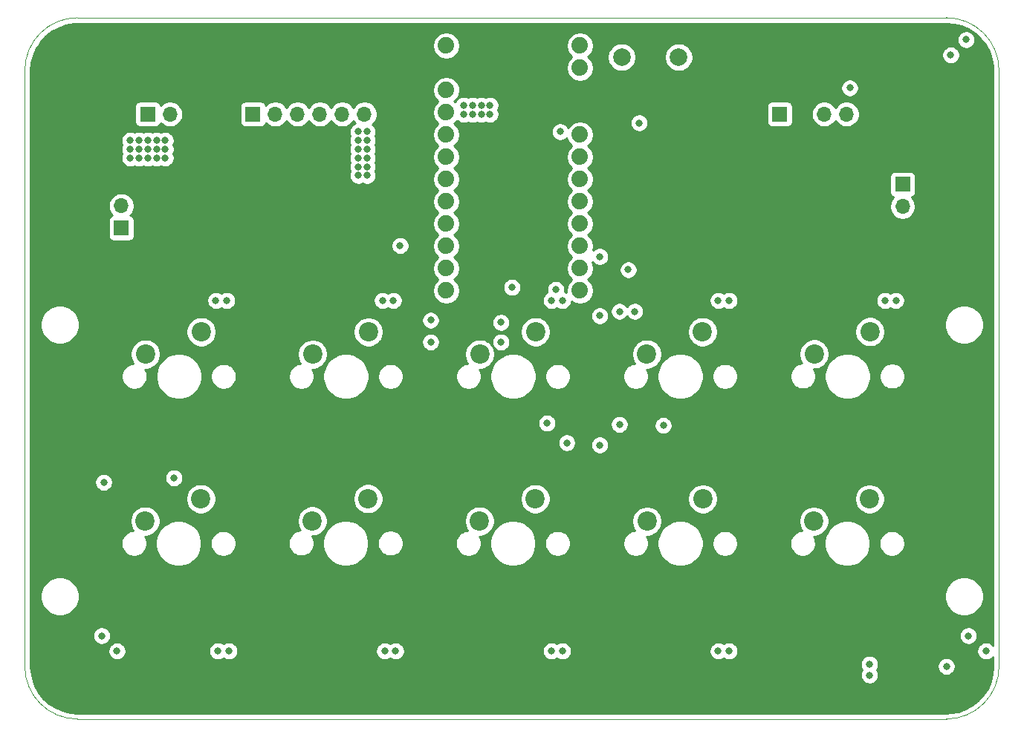
<source format=gbr>
G04 #@! TF.GenerationSoftware,KiCad,Pcbnew,(5.1.8)-1*
G04 #@! TF.CreationDate,2021-06-03T22:44:18-04:00*
G04 #@! TF.ProjectId,inkkeys,696e6b6b-6579-4732-9e6b-696361645f70,rev?*
G04 #@! TF.SameCoordinates,Original*
G04 #@! TF.FileFunction,Copper,L2,Inr*
G04 #@! TF.FilePolarity,Positive*
%FSLAX46Y46*%
G04 Gerber Fmt 4.6, Leading zero omitted, Abs format (unit mm)*
G04 Created by KiCad (PCBNEW (5.1.8)-1) date 2021-06-03 22:44:18*
%MOMM*%
%LPD*%
G01*
G04 APERTURE LIST*
G04 #@! TA.AperFunction,Profile*
%ADD10C,0.100000*%
G04 #@! TD*
G04 #@! TA.AperFunction,ComponentPad*
%ADD11C,2.000000*%
G04 #@! TD*
G04 #@! TA.AperFunction,ComponentPad*
%ADD12O,1.700000X1.700000*%
G04 #@! TD*
G04 #@! TA.AperFunction,ComponentPad*
%ADD13R,1.700000X1.700000*%
G04 #@! TD*
G04 #@! TA.AperFunction,ComponentPad*
%ADD14C,2.200000*%
G04 #@! TD*
G04 #@! TA.AperFunction,ComponentPad*
%ADD15C,1.879600*%
G04 #@! TD*
G04 #@! TA.AperFunction,ViaPad*
%ADD16C,0.800000*%
G04 #@! TD*
G04 #@! TA.AperFunction,Conductor*
%ADD17C,0.254000*%
G04 #@! TD*
G04 #@! TA.AperFunction,Conductor*
%ADD18C,0.150000*%
G04 #@! TD*
G04 APERTURE END LIST*
D10*
X202000000Y-60000000D02*
G75*
G02*
X208000000Y-66000000I0J-6000000D01*
G01*
X208000000Y-134000000D02*
G75*
G02*
X202000000Y-140000000I-6000000J0D01*
G01*
X103000000Y-140000000D02*
G75*
G02*
X97000000Y-134000000I0J6000000D01*
G01*
X97000000Y-66000000D02*
G75*
G02*
X103000000Y-60000000I6000000J0D01*
G01*
X97000000Y-134000000D02*
X97000000Y-66000000D01*
X202000000Y-140000000D02*
X103000000Y-140000000D01*
X208000000Y-66000000D02*
X208000000Y-134000000D01*
X103000000Y-60000000D02*
X202000000Y-60000000D01*
D11*
G04 #@! TO.N,Net-(B1-Pad22)*
G04 #@! TO.C,SW12*
X165000000Y-64500000D03*
G04 #@! TO.N,GND*
X165000000Y-69000000D03*
G04 #@! TO.N,Net-(B1-Pad22)*
X171500000Y-64500000D03*
G04 #@! TO.N,GND*
X171500000Y-69000000D03*
G04 #@! TD*
D12*
G04 #@! TO.N,GND*
G04 #@! TO.C,J3*
X197000000Y-84080000D03*
G04 #@! TO.N,Net-(D23-Pad1)*
X197000000Y-81540000D03*
D13*
G04 #@! TO.N,+5V*
X197000000Y-79000000D03*
G04 #@! TD*
D12*
G04 #@! TO.N,GND*
G04 #@! TO.C,J2*
X193160000Y-71000000D03*
G04 #@! TO.N,/RS1*
X190620000Y-71000000D03*
G04 #@! TO.N,/RC*
X188080000Y-71000000D03*
G04 #@! TO.N,GND*
X185540000Y-71000000D03*
D13*
G04 #@! TO.N,/RA*
X183000000Y-71000000D03*
G04 #@! TD*
D12*
G04 #@! TO.N,+5V*
G04 #@! TO.C,SW13*
X108000000Y-81460000D03*
D13*
G04 #@! TO.N,Net-(B1-Pad13)*
X108000000Y-84000000D03*
G04 #@! TD*
D14*
G04 #@! TO.N,Net-(D10-Pad2)*
G04 #@! TO.C,SW10*
X186900000Y-117440000D03*
G04 #@! TO.N,/Row2*
X193250000Y-114900000D03*
G04 #@! TD*
G04 #@! TO.N,Net-(D9-Pad2)*
G04 #@! TO.C,SW9*
X186930000Y-98360000D03*
G04 #@! TO.N,/Row1*
X193280000Y-95820000D03*
G04 #@! TD*
G04 #@! TO.N,Net-(D8-Pad2)*
G04 #@! TO.C,SW8*
X167880000Y-117440000D03*
G04 #@! TO.N,/Row2*
X174230000Y-114900000D03*
G04 #@! TD*
G04 #@! TO.N,Net-(D7-Pad2)*
G04 #@! TO.C,SW7*
X167870000Y-98370000D03*
G04 #@! TO.N,/Row1*
X174220000Y-95830000D03*
G04 #@! TD*
G04 #@! TO.N,Net-(D6-Pad2)*
G04 #@! TO.C,SW6*
X148810000Y-117420000D03*
G04 #@! TO.N,/Row2*
X155160000Y-114880000D03*
G04 #@! TD*
G04 #@! TO.N,Net-(D5-Pad2)*
G04 #@! TO.C,SW5*
X148830000Y-98380000D03*
G04 #@! TO.N,/Row1*
X155180000Y-95840000D03*
G04 #@! TD*
G04 #@! TO.N,Net-(D4-Pad2)*
G04 #@! TO.C,SW4*
X129760000Y-117410000D03*
G04 #@! TO.N,/Row2*
X136110000Y-114870000D03*
G04 #@! TD*
G04 #@! TO.N,Net-(D3-Pad2)*
G04 #@! TO.C,SW3*
X129780000Y-98390000D03*
G04 #@! TO.N,/Row1*
X136130000Y-95850000D03*
G04 #@! TD*
G04 #@! TO.N,Net-(D2-Pad2)*
G04 #@! TO.C,SW2*
X110710000Y-117430000D03*
G04 #@! TO.N,/Row2*
X117060000Y-114890000D03*
G04 #@! TD*
G04 #@! TO.N,Net-(D1-Pad2)*
G04 #@! TO.C,SW1*
X110740000Y-98370000D03*
G04 #@! TO.N,/Row1*
X117090000Y-95830000D03*
G04 #@! TD*
D12*
G04 #@! TO.N,GND*
G04 #@! TO.C,RV1*
X116080000Y-71000000D03*
G04 #@! TO.N,/SLIDER_OUT*
X113540000Y-71000000D03*
D13*
G04 #@! TO.N,+5V*
X111000000Y-71000000D03*
G04 #@! TD*
D12*
G04 #@! TO.N,GND*
G04 #@! TO.C,J1*
X138240000Y-71000000D03*
G04 #@! TO.N,+5V*
X135700000Y-71000000D03*
G04 #@! TO.N,/OLED_SCL*
X133160000Y-71000000D03*
G04 #@! TO.N,/OLED_SDA*
X130620000Y-71000000D03*
G04 #@! TO.N,/OLED_RES*
X128080000Y-71000000D03*
G04 #@! TO.N,/OLED_DC*
X125540000Y-71000000D03*
D13*
G04 #@! TO.N,/OLED_CS*
X123000000Y-71000000D03*
G04 #@! TD*
D15*
G04 #@! TO.N,Net-(B1-Pad24)*
G04 #@! TO.C,B1*
X145010000Y-63180000D03*
G04 #@! TO.N,GND*
X145010000Y-65720000D03*
G04 #@! TO.N,Net-(B1-Pad22)*
X145010000Y-68260000D03*
G04 #@! TO.N,+5V*
X145010000Y-70800000D03*
G04 #@! TO.N,/RS1*
X145010000Y-73340000D03*
G04 #@! TO.N,/RGB_D_OUT*
X145010000Y-75880000D03*
G04 #@! TO.N,/OLED_CS*
X145010000Y-78420000D03*
G04 #@! TO.N,/OLED_DC*
X145010000Y-80960000D03*
G04 #@! TO.N,/OLED_SCL*
X145010000Y-83500000D03*
G04 #@! TO.N,/OLED_RES*
X145010000Y-86040000D03*
G04 #@! TO.N,/OLED_SDA*
X145010000Y-88580000D03*
G04 #@! TO.N,Net-(B1-Pad13)*
X145010000Y-91120000D03*
G04 #@! TO.N,/SLIDER_OUT*
X160250000Y-91120000D03*
G04 #@! TO.N,/Col5*
X160250000Y-88580000D03*
G04 #@! TO.N,/Col4*
X160250000Y-86040000D03*
G04 #@! TO.N,/Col3*
X160250000Y-83500000D03*
G04 #@! TO.N,/Col2*
X160250000Y-80960000D03*
G04 #@! TO.N,/Col1*
X160250000Y-78420000D03*
G04 #@! TO.N,/Row2*
X160250000Y-75880000D03*
G04 #@! TO.N,/Row1*
X160250000Y-73340000D03*
G04 #@! TO.N,GND*
X160250000Y-70800000D03*
X160250000Y-68260000D03*
G04 #@! TO.N,Net-(B1-Pad2)*
X160250000Y-65720000D03*
G04 #@! TO.N,Net-(B1-Pad1)*
X160250000Y-63180000D03*
G04 #@! TD*
D16*
G04 #@! TO.N,GND*
X171000000Y-92000000D03*
X164000000Y-75000000D03*
X165000000Y-75000000D03*
X166000000Y-75000000D03*
X166000000Y-76000000D03*
X165000000Y-76000000D03*
X164000000Y-76000000D03*
X164000000Y-77000000D03*
X165000000Y-77000000D03*
X166000000Y-77000000D03*
X166000000Y-78000000D03*
X165000000Y-78000000D03*
X164000000Y-78000000D03*
X164000000Y-79000000D03*
X165000000Y-79000000D03*
X166000000Y-79000000D03*
X183000000Y-80000000D03*
X188000000Y-80000000D03*
X191000000Y-74000000D03*
X194000000Y-74000000D03*
X161000000Y-106000000D03*
X161000000Y-105000000D03*
X161000000Y-104000000D03*
X161000000Y-103000000D03*
X161000000Y-102000000D03*
X160000000Y-102000000D03*
X160000000Y-103000000D03*
X160000000Y-104000000D03*
X160000000Y-105000000D03*
X160000000Y-106000000D03*
X159000000Y-106000000D03*
X159000000Y-105000000D03*
X159000000Y-104000000D03*
X158000000Y-106000000D03*
X158000000Y-105000000D03*
X142000000Y-118000000D03*
X143000000Y-118000000D03*
X144000000Y-118000000D03*
X145000000Y-118000000D03*
X145000000Y-119000000D03*
X145000000Y-120000000D03*
X145000000Y-120000000D03*
X145000000Y-121000000D03*
X144000000Y-121000000D03*
X143000000Y-121000000D03*
X142000000Y-121000000D03*
X142000000Y-119000000D03*
X143000000Y-119000000D03*
X144000000Y-119000000D03*
X144000000Y-120000000D03*
X143000000Y-120000000D03*
X142000000Y-120000000D03*
X180000000Y-118000000D03*
X181000000Y-118000000D03*
X182000000Y-118000000D03*
X183000000Y-118000000D03*
X183000000Y-119000000D03*
X183000000Y-120000000D03*
X183000000Y-121000000D03*
X182000000Y-121000000D03*
X181000000Y-121000000D03*
X180000000Y-121000000D03*
X180000000Y-120000000D03*
X180000000Y-119000000D03*
X181000000Y-119000000D03*
X181000000Y-120000000D03*
X182000000Y-120000000D03*
X182000000Y-119000000D03*
X162000000Y-118000000D03*
X161000000Y-118000000D03*
X163000000Y-118000000D03*
X164000000Y-118000000D03*
X164000000Y-119000000D03*
X164000000Y-120000000D03*
X164000000Y-121000000D03*
X163000000Y-121000000D03*
X162000000Y-121000000D03*
X161000000Y-121000000D03*
X161000000Y-120000000D03*
X161000000Y-119000000D03*
X162000000Y-119000000D03*
X163000000Y-119000000D03*
X163000000Y-120000000D03*
X162000000Y-120000000D03*
X126000000Y-121000000D03*
X126000000Y-122000000D03*
X125000000Y-122000000D03*
X125000000Y-118000000D03*
X124000000Y-118000000D03*
X123000000Y-118000000D03*
X123000000Y-119000000D03*
X123000000Y-120000000D03*
X124000000Y-119000000D03*
X126000000Y-99000000D03*
X125000000Y-99000000D03*
X124000000Y-99000000D03*
X123000000Y-99000000D03*
X123000000Y-100000000D03*
X123000000Y-101000000D03*
X123000000Y-102000000D03*
X123000000Y-102000000D03*
X124000000Y-102000000D03*
X125000000Y-102000000D03*
X126000000Y-102000000D03*
X126000000Y-101000000D03*
X126000000Y-100000000D03*
X125000000Y-100000000D03*
X124000000Y-100000000D03*
X124000000Y-101000000D03*
X125000000Y-101000000D03*
X145000000Y-99000000D03*
X144000000Y-99000000D03*
X143000000Y-100000000D03*
X144000000Y-100000000D03*
X145000000Y-100000000D03*
X145000000Y-101000000D03*
X144000000Y-101000000D03*
X143000000Y-101000000D03*
X142000000Y-101000000D03*
X142000000Y-102000000D03*
X143000000Y-102000000D03*
X144000000Y-102000000D03*
X145000000Y-102000000D03*
X183000000Y-99000000D03*
X182000000Y-99000000D03*
X182000000Y-100000000D03*
X183000000Y-100000000D03*
X183000000Y-101000000D03*
X182000000Y-101000000D03*
X181000000Y-101000000D03*
X181000000Y-100000000D03*
X180000000Y-102000000D03*
X181000000Y-102000000D03*
X182000000Y-102000000D03*
X183000000Y-102000000D03*
X180000000Y-101000000D03*
G04 #@! TO.N,+5V*
X109000000Y-74000000D03*
X110000000Y-74000000D03*
X111000000Y-74000000D03*
X112000000Y-74000000D03*
X113000000Y-74000000D03*
X113000000Y-75000000D03*
X112000000Y-75000000D03*
X111000000Y-75000000D03*
X110000000Y-75000000D03*
X109000000Y-75000000D03*
X109000000Y-76000000D03*
X110000000Y-76000000D03*
X111000000Y-76000000D03*
X112000000Y-76000000D03*
X113000000Y-76000000D03*
X147000000Y-71000000D03*
X147000000Y-70000000D03*
X148000000Y-70000000D03*
X148000000Y-71000000D03*
X149000000Y-71000000D03*
X149000000Y-70000000D03*
X150000000Y-70000000D03*
X150000000Y-71000000D03*
X135000000Y-73000000D03*
X135000000Y-74000000D03*
X135000000Y-75000000D03*
X135000000Y-76000000D03*
X135000000Y-77000000D03*
X136000000Y-73000000D03*
X136000000Y-74000000D03*
X136000000Y-75000000D03*
X136000000Y-76000000D03*
X136000000Y-77000000D03*
X135000000Y-78000000D03*
X136000000Y-78000000D03*
X118750000Y-92250000D03*
X120000000Y-92250000D03*
X137750000Y-92250000D03*
X139000000Y-92250000D03*
X157000000Y-92250000D03*
X158250000Y-92250000D03*
X176000000Y-92250000D03*
X177250000Y-92250000D03*
X195000000Y-92250000D03*
X196250000Y-92250000D03*
X119000000Y-132250000D03*
X120250000Y-132250000D03*
X138000000Y-132250000D03*
X139250000Y-132250000D03*
X157000000Y-132250000D03*
X158250000Y-132250000D03*
X176000000Y-132250000D03*
X177250000Y-132250000D03*
X193250000Y-133750000D03*
X193250000Y-135000000D03*
X206500000Y-132250000D03*
X204500000Y-130500000D03*
X105750000Y-130500000D03*
X107500000Y-132250000D03*
X204250000Y-62500000D03*
X202500000Y-64250000D03*
X158750000Y-108500000D03*
X156500000Y-106250000D03*
G04 #@! TO.N,/OLED_RES*
X139750000Y-86000000D03*
G04 #@! TO.N,/SLIDER_OUT*
X152500000Y-90750000D03*
X157500000Y-91000000D03*
G04 #@! TO.N,/Col5*
X169750000Y-106500000D03*
X166500000Y-93500000D03*
X165750000Y-88750000D03*
G04 #@! TO.N,/Col4*
X164750000Y-106400000D03*
X164750000Y-93500000D03*
G04 #@! TO.N,/Col3*
X151250000Y-97000000D03*
X151250000Y-94750000D03*
G04 #@! TO.N,/Col2*
X143250000Y-97000000D03*
X143250000Y-94500000D03*
G04 #@! TO.N,/Row2*
X162500000Y-108750000D03*
X162500000Y-94000000D03*
X162500000Y-87250000D03*
G04 #@! TO.N,/RS1*
X191000000Y-68000000D03*
X167000000Y-72000000D03*
X158000000Y-73000000D03*
G04 #@! TO.N,Net-(D11-Pad4)*
X202000000Y-134000000D03*
G04 #@! TO.N,Net-(D20-Pad1)*
X106000000Y-113000000D03*
X114000000Y-112500000D03*
G04 #@! TD*
D17*
G04 #@! TO.N,GND*
X202867705Y-60758650D02*
X203712096Y-60970746D01*
X204510516Y-61317909D01*
X205241513Y-61790813D01*
X205885456Y-62376756D01*
X206425050Y-63060001D01*
X206845810Y-63822206D01*
X207136431Y-64642895D01*
X207291219Y-65511866D01*
X207315000Y-66016152D01*
X207315001Y-131606784D01*
X207303937Y-131590226D01*
X207159774Y-131446063D01*
X206990256Y-131332795D01*
X206801898Y-131254774D01*
X206601939Y-131215000D01*
X206398061Y-131215000D01*
X206198102Y-131254774D01*
X206009744Y-131332795D01*
X205840226Y-131446063D01*
X205696063Y-131590226D01*
X205582795Y-131759744D01*
X205504774Y-131948102D01*
X205465000Y-132148061D01*
X205465000Y-132351939D01*
X205504774Y-132551898D01*
X205582795Y-132740256D01*
X205696063Y-132909774D01*
X205840226Y-133053937D01*
X206009744Y-133167205D01*
X206198102Y-133245226D01*
X206398061Y-133285000D01*
X206601939Y-133285000D01*
X206801898Y-133245226D01*
X206990256Y-133167205D01*
X207159774Y-133053937D01*
X207303937Y-132909774D01*
X207315001Y-132893216D01*
X207315001Y-133971872D01*
X207241350Y-134867705D01*
X207029254Y-135712096D01*
X206682091Y-136510516D01*
X206209190Y-137241510D01*
X205623246Y-137885453D01*
X204939998Y-138425050D01*
X204177791Y-138845812D01*
X203357104Y-139136431D01*
X202488134Y-139291219D01*
X201983848Y-139315000D01*
X103028116Y-139315000D01*
X102132295Y-139241350D01*
X101287904Y-139029254D01*
X100489484Y-138682091D01*
X99758490Y-138209190D01*
X99114547Y-137623246D01*
X98574950Y-136939998D01*
X98154188Y-136177791D01*
X97863569Y-135357104D01*
X97708781Y-134488134D01*
X97685000Y-133983848D01*
X97685000Y-133648061D01*
X192215000Y-133648061D01*
X192215000Y-133851939D01*
X192254774Y-134051898D01*
X192332795Y-134240256D01*
X192422828Y-134375000D01*
X192332795Y-134509744D01*
X192254774Y-134698102D01*
X192215000Y-134898061D01*
X192215000Y-135101939D01*
X192254774Y-135301898D01*
X192332795Y-135490256D01*
X192446063Y-135659774D01*
X192590226Y-135803937D01*
X192759744Y-135917205D01*
X192948102Y-135995226D01*
X193148061Y-136035000D01*
X193351939Y-136035000D01*
X193551898Y-135995226D01*
X193740256Y-135917205D01*
X193909774Y-135803937D01*
X194053937Y-135659774D01*
X194167205Y-135490256D01*
X194245226Y-135301898D01*
X194285000Y-135101939D01*
X194285000Y-134898061D01*
X194245226Y-134698102D01*
X194167205Y-134509744D01*
X194077172Y-134375000D01*
X194167205Y-134240256D01*
X194245226Y-134051898D01*
X194275825Y-133898061D01*
X200965000Y-133898061D01*
X200965000Y-134101939D01*
X201004774Y-134301898D01*
X201082795Y-134490256D01*
X201196063Y-134659774D01*
X201340226Y-134803937D01*
X201509744Y-134917205D01*
X201698102Y-134995226D01*
X201898061Y-135035000D01*
X202101939Y-135035000D01*
X202301898Y-134995226D01*
X202490256Y-134917205D01*
X202659774Y-134803937D01*
X202803937Y-134659774D01*
X202917205Y-134490256D01*
X202995226Y-134301898D01*
X203035000Y-134101939D01*
X203035000Y-133898061D01*
X202995226Y-133698102D01*
X202917205Y-133509744D01*
X202803937Y-133340226D01*
X202659774Y-133196063D01*
X202490256Y-133082795D01*
X202301898Y-133004774D01*
X202101939Y-132965000D01*
X201898061Y-132965000D01*
X201698102Y-133004774D01*
X201509744Y-133082795D01*
X201340226Y-133196063D01*
X201196063Y-133340226D01*
X201082795Y-133509744D01*
X201004774Y-133698102D01*
X200965000Y-133898061D01*
X194275825Y-133898061D01*
X194285000Y-133851939D01*
X194285000Y-133648061D01*
X194245226Y-133448102D01*
X194167205Y-133259744D01*
X194053937Y-133090226D01*
X193909774Y-132946063D01*
X193740256Y-132832795D01*
X193551898Y-132754774D01*
X193351939Y-132715000D01*
X193148061Y-132715000D01*
X192948102Y-132754774D01*
X192759744Y-132832795D01*
X192590226Y-132946063D01*
X192446063Y-133090226D01*
X192332795Y-133259744D01*
X192254774Y-133448102D01*
X192215000Y-133648061D01*
X97685000Y-133648061D01*
X97685000Y-132148061D01*
X106465000Y-132148061D01*
X106465000Y-132351939D01*
X106504774Y-132551898D01*
X106582795Y-132740256D01*
X106696063Y-132909774D01*
X106840226Y-133053937D01*
X107009744Y-133167205D01*
X107198102Y-133245226D01*
X107398061Y-133285000D01*
X107601939Y-133285000D01*
X107801898Y-133245226D01*
X107990256Y-133167205D01*
X108159774Y-133053937D01*
X108303937Y-132909774D01*
X108417205Y-132740256D01*
X108495226Y-132551898D01*
X108535000Y-132351939D01*
X108535000Y-132148061D01*
X117965000Y-132148061D01*
X117965000Y-132351939D01*
X118004774Y-132551898D01*
X118082795Y-132740256D01*
X118196063Y-132909774D01*
X118340226Y-133053937D01*
X118509744Y-133167205D01*
X118698102Y-133245226D01*
X118898061Y-133285000D01*
X119101939Y-133285000D01*
X119301898Y-133245226D01*
X119490256Y-133167205D01*
X119625000Y-133077172D01*
X119759744Y-133167205D01*
X119948102Y-133245226D01*
X120148061Y-133285000D01*
X120351939Y-133285000D01*
X120551898Y-133245226D01*
X120740256Y-133167205D01*
X120909774Y-133053937D01*
X121053937Y-132909774D01*
X121167205Y-132740256D01*
X121245226Y-132551898D01*
X121285000Y-132351939D01*
X121285000Y-132148061D01*
X136965000Y-132148061D01*
X136965000Y-132351939D01*
X137004774Y-132551898D01*
X137082795Y-132740256D01*
X137196063Y-132909774D01*
X137340226Y-133053937D01*
X137509744Y-133167205D01*
X137698102Y-133245226D01*
X137898061Y-133285000D01*
X138101939Y-133285000D01*
X138301898Y-133245226D01*
X138490256Y-133167205D01*
X138625000Y-133077172D01*
X138759744Y-133167205D01*
X138948102Y-133245226D01*
X139148061Y-133285000D01*
X139351939Y-133285000D01*
X139551898Y-133245226D01*
X139740256Y-133167205D01*
X139909774Y-133053937D01*
X140053937Y-132909774D01*
X140167205Y-132740256D01*
X140245226Y-132551898D01*
X140285000Y-132351939D01*
X140285000Y-132148061D01*
X155965000Y-132148061D01*
X155965000Y-132351939D01*
X156004774Y-132551898D01*
X156082795Y-132740256D01*
X156196063Y-132909774D01*
X156340226Y-133053937D01*
X156509744Y-133167205D01*
X156698102Y-133245226D01*
X156898061Y-133285000D01*
X157101939Y-133285000D01*
X157301898Y-133245226D01*
X157490256Y-133167205D01*
X157625000Y-133077172D01*
X157759744Y-133167205D01*
X157948102Y-133245226D01*
X158148061Y-133285000D01*
X158351939Y-133285000D01*
X158551898Y-133245226D01*
X158740256Y-133167205D01*
X158909774Y-133053937D01*
X159053937Y-132909774D01*
X159167205Y-132740256D01*
X159245226Y-132551898D01*
X159285000Y-132351939D01*
X159285000Y-132148061D01*
X174965000Y-132148061D01*
X174965000Y-132351939D01*
X175004774Y-132551898D01*
X175082795Y-132740256D01*
X175196063Y-132909774D01*
X175340226Y-133053937D01*
X175509744Y-133167205D01*
X175698102Y-133245226D01*
X175898061Y-133285000D01*
X176101939Y-133285000D01*
X176301898Y-133245226D01*
X176490256Y-133167205D01*
X176625000Y-133077172D01*
X176759744Y-133167205D01*
X176948102Y-133245226D01*
X177148061Y-133285000D01*
X177351939Y-133285000D01*
X177551898Y-133245226D01*
X177740256Y-133167205D01*
X177909774Y-133053937D01*
X178053937Y-132909774D01*
X178167205Y-132740256D01*
X178245226Y-132551898D01*
X178285000Y-132351939D01*
X178285000Y-132148061D01*
X178245226Y-131948102D01*
X178167205Y-131759744D01*
X178053937Y-131590226D01*
X177909774Y-131446063D01*
X177740256Y-131332795D01*
X177551898Y-131254774D01*
X177351939Y-131215000D01*
X177148061Y-131215000D01*
X176948102Y-131254774D01*
X176759744Y-131332795D01*
X176625000Y-131422828D01*
X176490256Y-131332795D01*
X176301898Y-131254774D01*
X176101939Y-131215000D01*
X175898061Y-131215000D01*
X175698102Y-131254774D01*
X175509744Y-131332795D01*
X175340226Y-131446063D01*
X175196063Y-131590226D01*
X175082795Y-131759744D01*
X175004774Y-131948102D01*
X174965000Y-132148061D01*
X159285000Y-132148061D01*
X159245226Y-131948102D01*
X159167205Y-131759744D01*
X159053937Y-131590226D01*
X158909774Y-131446063D01*
X158740256Y-131332795D01*
X158551898Y-131254774D01*
X158351939Y-131215000D01*
X158148061Y-131215000D01*
X157948102Y-131254774D01*
X157759744Y-131332795D01*
X157625000Y-131422828D01*
X157490256Y-131332795D01*
X157301898Y-131254774D01*
X157101939Y-131215000D01*
X156898061Y-131215000D01*
X156698102Y-131254774D01*
X156509744Y-131332795D01*
X156340226Y-131446063D01*
X156196063Y-131590226D01*
X156082795Y-131759744D01*
X156004774Y-131948102D01*
X155965000Y-132148061D01*
X140285000Y-132148061D01*
X140245226Y-131948102D01*
X140167205Y-131759744D01*
X140053937Y-131590226D01*
X139909774Y-131446063D01*
X139740256Y-131332795D01*
X139551898Y-131254774D01*
X139351939Y-131215000D01*
X139148061Y-131215000D01*
X138948102Y-131254774D01*
X138759744Y-131332795D01*
X138625000Y-131422828D01*
X138490256Y-131332795D01*
X138301898Y-131254774D01*
X138101939Y-131215000D01*
X137898061Y-131215000D01*
X137698102Y-131254774D01*
X137509744Y-131332795D01*
X137340226Y-131446063D01*
X137196063Y-131590226D01*
X137082795Y-131759744D01*
X137004774Y-131948102D01*
X136965000Y-132148061D01*
X121285000Y-132148061D01*
X121245226Y-131948102D01*
X121167205Y-131759744D01*
X121053937Y-131590226D01*
X120909774Y-131446063D01*
X120740256Y-131332795D01*
X120551898Y-131254774D01*
X120351939Y-131215000D01*
X120148061Y-131215000D01*
X119948102Y-131254774D01*
X119759744Y-131332795D01*
X119625000Y-131422828D01*
X119490256Y-131332795D01*
X119301898Y-131254774D01*
X119101939Y-131215000D01*
X118898061Y-131215000D01*
X118698102Y-131254774D01*
X118509744Y-131332795D01*
X118340226Y-131446063D01*
X118196063Y-131590226D01*
X118082795Y-131759744D01*
X118004774Y-131948102D01*
X117965000Y-132148061D01*
X108535000Y-132148061D01*
X108495226Y-131948102D01*
X108417205Y-131759744D01*
X108303937Y-131590226D01*
X108159774Y-131446063D01*
X107990256Y-131332795D01*
X107801898Y-131254774D01*
X107601939Y-131215000D01*
X107398061Y-131215000D01*
X107198102Y-131254774D01*
X107009744Y-131332795D01*
X106840226Y-131446063D01*
X106696063Y-131590226D01*
X106582795Y-131759744D01*
X106504774Y-131948102D01*
X106465000Y-132148061D01*
X97685000Y-132148061D01*
X97685000Y-130398061D01*
X104715000Y-130398061D01*
X104715000Y-130601939D01*
X104754774Y-130801898D01*
X104832795Y-130990256D01*
X104946063Y-131159774D01*
X105090226Y-131303937D01*
X105259744Y-131417205D01*
X105448102Y-131495226D01*
X105648061Y-131535000D01*
X105851939Y-131535000D01*
X106051898Y-131495226D01*
X106240256Y-131417205D01*
X106409774Y-131303937D01*
X106553937Y-131159774D01*
X106667205Y-130990256D01*
X106745226Y-130801898D01*
X106785000Y-130601939D01*
X106785000Y-130398061D01*
X203465000Y-130398061D01*
X203465000Y-130601939D01*
X203504774Y-130801898D01*
X203582795Y-130990256D01*
X203696063Y-131159774D01*
X203840226Y-131303937D01*
X204009744Y-131417205D01*
X204198102Y-131495226D01*
X204398061Y-131535000D01*
X204601939Y-131535000D01*
X204801898Y-131495226D01*
X204990256Y-131417205D01*
X205159774Y-131303937D01*
X205303937Y-131159774D01*
X205417205Y-130990256D01*
X205495226Y-130801898D01*
X205535000Y-130601939D01*
X205535000Y-130398061D01*
X205495226Y-130198102D01*
X205417205Y-130009744D01*
X205303937Y-129840226D01*
X205159774Y-129696063D01*
X204990256Y-129582795D01*
X204801898Y-129504774D01*
X204601939Y-129465000D01*
X204398061Y-129465000D01*
X204198102Y-129504774D01*
X204009744Y-129582795D01*
X203840226Y-129696063D01*
X203696063Y-129840226D01*
X203582795Y-130009744D01*
X203504774Y-130198102D01*
X203465000Y-130398061D01*
X106785000Y-130398061D01*
X106745226Y-130198102D01*
X106667205Y-130009744D01*
X106553937Y-129840226D01*
X106409774Y-129696063D01*
X106240256Y-129582795D01*
X106051898Y-129504774D01*
X105851939Y-129465000D01*
X105648061Y-129465000D01*
X105448102Y-129504774D01*
X105259744Y-129582795D01*
X105090226Y-129696063D01*
X104946063Y-129840226D01*
X104832795Y-130009744D01*
X104754774Y-130198102D01*
X104715000Y-130398061D01*
X97685000Y-130398061D01*
X97685000Y-125779872D01*
X98765000Y-125779872D01*
X98765000Y-126220128D01*
X98850890Y-126651925D01*
X99019369Y-127058669D01*
X99263962Y-127424729D01*
X99575271Y-127736038D01*
X99941331Y-127980631D01*
X100348075Y-128149110D01*
X100779872Y-128235000D01*
X101220128Y-128235000D01*
X101651925Y-128149110D01*
X102058669Y-127980631D01*
X102424729Y-127736038D01*
X102736038Y-127424729D01*
X102980631Y-127058669D01*
X103149110Y-126651925D01*
X103235000Y-126220128D01*
X103235000Y-125779872D01*
X201765000Y-125779872D01*
X201765000Y-126220128D01*
X201850890Y-126651925D01*
X202019369Y-127058669D01*
X202263962Y-127424729D01*
X202575271Y-127736038D01*
X202941331Y-127980631D01*
X203348075Y-128149110D01*
X203779872Y-128235000D01*
X204220128Y-128235000D01*
X204651925Y-128149110D01*
X205058669Y-127980631D01*
X205424729Y-127736038D01*
X205736038Y-127424729D01*
X205980631Y-127058669D01*
X206149110Y-126651925D01*
X206235000Y-126220128D01*
X206235000Y-125779872D01*
X206149110Y-125348075D01*
X205980631Y-124941331D01*
X205736038Y-124575271D01*
X205424729Y-124263962D01*
X205058669Y-124019369D01*
X204651925Y-123850890D01*
X204220128Y-123765000D01*
X203779872Y-123765000D01*
X203348075Y-123850890D01*
X202941331Y-124019369D01*
X202575271Y-124263962D01*
X202263962Y-124575271D01*
X202019369Y-124941331D01*
X201850890Y-125348075D01*
X201765000Y-125779872D01*
X103235000Y-125779872D01*
X103149110Y-125348075D01*
X102980631Y-124941331D01*
X102736038Y-124575271D01*
X102424729Y-124263962D01*
X102058669Y-124019369D01*
X101651925Y-123850890D01*
X101220128Y-123765000D01*
X100779872Y-123765000D01*
X100348075Y-123850890D01*
X99941331Y-124019369D01*
X99575271Y-124263962D01*
X99263962Y-124575271D01*
X99019369Y-124941331D01*
X98850890Y-125348075D01*
X98765000Y-125779872D01*
X97685000Y-125779872D01*
X97685000Y-119823740D01*
X107955000Y-119823740D01*
X107955000Y-120116260D01*
X108012068Y-120403158D01*
X108124010Y-120673411D01*
X108286525Y-120916632D01*
X108493368Y-121123475D01*
X108736589Y-121285990D01*
X109006842Y-121397932D01*
X109293740Y-121455000D01*
X109586260Y-121455000D01*
X109873158Y-121397932D01*
X110143411Y-121285990D01*
X110386632Y-121123475D01*
X110593475Y-120916632D01*
X110755990Y-120673411D01*
X110867932Y-120403158D01*
X110925000Y-120116260D01*
X110925000Y-119823740D01*
X110902471Y-119710475D01*
X111885000Y-119710475D01*
X111885000Y-120229525D01*
X111986261Y-120738601D01*
X112184893Y-121218141D01*
X112473262Y-121649715D01*
X112840285Y-122016738D01*
X113271859Y-122305107D01*
X113751399Y-122503739D01*
X114260475Y-122605000D01*
X114779525Y-122605000D01*
X115288601Y-122503739D01*
X115768141Y-122305107D01*
X116199715Y-122016738D01*
X116566738Y-121649715D01*
X116855107Y-121218141D01*
X117053739Y-120738601D01*
X117155000Y-120229525D01*
X117155000Y-119823740D01*
X118115000Y-119823740D01*
X118115000Y-120116260D01*
X118172068Y-120403158D01*
X118284010Y-120673411D01*
X118446525Y-120916632D01*
X118653368Y-121123475D01*
X118896589Y-121285990D01*
X119166842Y-121397932D01*
X119453740Y-121455000D01*
X119746260Y-121455000D01*
X120033158Y-121397932D01*
X120303411Y-121285990D01*
X120546632Y-121123475D01*
X120753475Y-120916632D01*
X120915990Y-120673411D01*
X121027932Y-120403158D01*
X121085000Y-120116260D01*
X121085000Y-119823740D01*
X121081022Y-119803740D01*
X127005000Y-119803740D01*
X127005000Y-120096260D01*
X127062068Y-120383158D01*
X127174010Y-120653411D01*
X127336525Y-120896632D01*
X127543368Y-121103475D01*
X127786589Y-121265990D01*
X128056842Y-121377932D01*
X128343740Y-121435000D01*
X128636260Y-121435000D01*
X128923158Y-121377932D01*
X129193411Y-121265990D01*
X129436632Y-121103475D01*
X129643475Y-120896632D01*
X129805990Y-120653411D01*
X129917932Y-120383158D01*
X129975000Y-120096260D01*
X129975000Y-119803740D01*
X129952471Y-119690475D01*
X130935000Y-119690475D01*
X130935000Y-120209525D01*
X131036261Y-120718601D01*
X131234893Y-121198141D01*
X131523262Y-121629715D01*
X131890285Y-121996738D01*
X132321859Y-122285107D01*
X132801399Y-122483739D01*
X133310475Y-122585000D01*
X133829525Y-122585000D01*
X134338601Y-122483739D01*
X134818141Y-122285107D01*
X135249715Y-121996738D01*
X135616738Y-121629715D01*
X135905107Y-121198141D01*
X136103739Y-120718601D01*
X136205000Y-120209525D01*
X136205000Y-119803740D01*
X137165000Y-119803740D01*
X137165000Y-120096260D01*
X137222068Y-120383158D01*
X137334010Y-120653411D01*
X137496525Y-120896632D01*
X137703368Y-121103475D01*
X137946589Y-121265990D01*
X138216842Y-121377932D01*
X138503740Y-121435000D01*
X138796260Y-121435000D01*
X139083158Y-121377932D01*
X139353411Y-121265990D01*
X139596632Y-121103475D01*
X139803475Y-120896632D01*
X139965990Y-120653411D01*
X140077932Y-120383158D01*
X140135000Y-120096260D01*
X140135000Y-119813740D01*
X146055000Y-119813740D01*
X146055000Y-120106260D01*
X146112068Y-120393158D01*
X146224010Y-120663411D01*
X146386525Y-120906632D01*
X146593368Y-121113475D01*
X146836589Y-121275990D01*
X147106842Y-121387932D01*
X147393740Y-121445000D01*
X147686260Y-121445000D01*
X147973158Y-121387932D01*
X148243411Y-121275990D01*
X148486632Y-121113475D01*
X148693475Y-120906632D01*
X148855990Y-120663411D01*
X148967932Y-120393158D01*
X149025000Y-120106260D01*
X149025000Y-119813740D01*
X149002471Y-119700475D01*
X149985000Y-119700475D01*
X149985000Y-120219525D01*
X150086261Y-120728601D01*
X150284893Y-121208141D01*
X150573262Y-121639715D01*
X150940285Y-122006738D01*
X151371859Y-122295107D01*
X151851399Y-122493739D01*
X152360475Y-122595000D01*
X152879525Y-122595000D01*
X153388601Y-122493739D01*
X153868141Y-122295107D01*
X154299715Y-122006738D01*
X154666738Y-121639715D01*
X154955107Y-121208141D01*
X155153739Y-120728601D01*
X155255000Y-120219525D01*
X155255000Y-119813740D01*
X156215000Y-119813740D01*
X156215000Y-120106260D01*
X156272068Y-120393158D01*
X156384010Y-120663411D01*
X156546525Y-120906632D01*
X156753368Y-121113475D01*
X156996589Y-121275990D01*
X157266842Y-121387932D01*
X157553740Y-121445000D01*
X157846260Y-121445000D01*
X158133158Y-121387932D01*
X158403411Y-121275990D01*
X158646632Y-121113475D01*
X158853475Y-120906632D01*
X159015990Y-120663411D01*
X159127932Y-120393158D01*
X159185000Y-120106260D01*
X159185000Y-119833740D01*
X165125000Y-119833740D01*
X165125000Y-120126260D01*
X165182068Y-120413158D01*
X165294010Y-120683411D01*
X165456525Y-120926632D01*
X165663368Y-121133475D01*
X165906589Y-121295990D01*
X166176842Y-121407932D01*
X166463740Y-121465000D01*
X166756260Y-121465000D01*
X167043158Y-121407932D01*
X167313411Y-121295990D01*
X167556632Y-121133475D01*
X167763475Y-120926632D01*
X167925990Y-120683411D01*
X168037932Y-120413158D01*
X168095000Y-120126260D01*
X168095000Y-119833740D01*
X168072471Y-119720475D01*
X169055000Y-119720475D01*
X169055000Y-120239525D01*
X169156261Y-120748601D01*
X169354893Y-121228141D01*
X169643262Y-121659715D01*
X170010285Y-122026738D01*
X170441859Y-122315107D01*
X170921399Y-122513739D01*
X171430475Y-122615000D01*
X171949525Y-122615000D01*
X172458601Y-122513739D01*
X172938141Y-122315107D01*
X173369715Y-122026738D01*
X173736738Y-121659715D01*
X174025107Y-121228141D01*
X174223739Y-120748601D01*
X174325000Y-120239525D01*
X174325000Y-119833740D01*
X175285000Y-119833740D01*
X175285000Y-120126260D01*
X175342068Y-120413158D01*
X175454010Y-120683411D01*
X175616525Y-120926632D01*
X175823368Y-121133475D01*
X176066589Y-121295990D01*
X176336842Y-121407932D01*
X176623740Y-121465000D01*
X176916260Y-121465000D01*
X177203158Y-121407932D01*
X177473411Y-121295990D01*
X177716632Y-121133475D01*
X177923475Y-120926632D01*
X178085990Y-120683411D01*
X178197932Y-120413158D01*
X178255000Y-120126260D01*
X178255000Y-119833740D01*
X184145000Y-119833740D01*
X184145000Y-120126260D01*
X184202068Y-120413158D01*
X184314010Y-120683411D01*
X184476525Y-120926632D01*
X184683368Y-121133475D01*
X184926589Y-121295990D01*
X185196842Y-121407932D01*
X185483740Y-121465000D01*
X185776260Y-121465000D01*
X186063158Y-121407932D01*
X186333411Y-121295990D01*
X186576632Y-121133475D01*
X186783475Y-120926632D01*
X186945990Y-120683411D01*
X187057932Y-120413158D01*
X187115000Y-120126260D01*
X187115000Y-119833740D01*
X187092471Y-119720475D01*
X188075000Y-119720475D01*
X188075000Y-120239525D01*
X188176261Y-120748601D01*
X188374893Y-121228141D01*
X188663262Y-121659715D01*
X189030285Y-122026738D01*
X189461859Y-122315107D01*
X189941399Y-122513739D01*
X190450475Y-122615000D01*
X190969525Y-122615000D01*
X191478601Y-122513739D01*
X191958141Y-122315107D01*
X192389715Y-122026738D01*
X192756738Y-121659715D01*
X193045107Y-121228141D01*
X193243739Y-120748601D01*
X193345000Y-120239525D01*
X193345000Y-119833740D01*
X194305000Y-119833740D01*
X194305000Y-120126260D01*
X194362068Y-120413158D01*
X194474010Y-120683411D01*
X194636525Y-120926632D01*
X194843368Y-121133475D01*
X195086589Y-121295990D01*
X195356842Y-121407932D01*
X195643740Y-121465000D01*
X195936260Y-121465000D01*
X196223158Y-121407932D01*
X196493411Y-121295990D01*
X196736632Y-121133475D01*
X196943475Y-120926632D01*
X197105990Y-120683411D01*
X197217932Y-120413158D01*
X197275000Y-120126260D01*
X197275000Y-119833740D01*
X197217932Y-119546842D01*
X197105990Y-119276589D01*
X196943475Y-119033368D01*
X196736632Y-118826525D01*
X196493411Y-118664010D01*
X196223158Y-118552068D01*
X195936260Y-118495000D01*
X195643740Y-118495000D01*
X195356842Y-118552068D01*
X195086589Y-118664010D01*
X194843368Y-118826525D01*
X194636525Y-119033368D01*
X194474010Y-119276589D01*
X194362068Y-119546842D01*
X194305000Y-119833740D01*
X193345000Y-119833740D01*
X193345000Y-119720475D01*
X193243739Y-119211399D01*
X193045107Y-118731859D01*
X192756738Y-118300285D01*
X192389715Y-117933262D01*
X191958141Y-117644893D01*
X191478601Y-117446261D01*
X190969525Y-117345000D01*
X190450475Y-117345000D01*
X189941399Y-117446261D01*
X189461859Y-117644893D01*
X189030285Y-117933262D01*
X188663262Y-118300285D01*
X188374893Y-118731859D01*
X188176261Y-119211399D01*
X188075000Y-119720475D01*
X187092471Y-119720475D01*
X187057932Y-119546842D01*
X186945990Y-119276589D01*
X186878110Y-119175000D01*
X187070883Y-119175000D01*
X187406081Y-119108325D01*
X187721831Y-118977537D01*
X188005998Y-118787663D01*
X188247663Y-118545998D01*
X188437537Y-118261831D01*
X188568325Y-117946081D01*
X188635000Y-117610883D01*
X188635000Y-117269117D01*
X188568325Y-116933919D01*
X188437537Y-116618169D01*
X188247663Y-116334002D01*
X188005998Y-116092337D01*
X187721831Y-115902463D01*
X187406081Y-115771675D01*
X187070883Y-115705000D01*
X186729117Y-115705000D01*
X186393919Y-115771675D01*
X186078169Y-115902463D01*
X185794002Y-116092337D01*
X185552337Y-116334002D01*
X185362463Y-116618169D01*
X185231675Y-116933919D01*
X185165000Y-117269117D01*
X185165000Y-117610883D01*
X185231675Y-117946081D01*
X185362463Y-118261831D01*
X185518261Y-118495000D01*
X185483740Y-118495000D01*
X185196842Y-118552068D01*
X184926589Y-118664010D01*
X184683368Y-118826525D01*
X184476525Y-119033368D01*
X184314010Y-119276589D01*
X184202068Y-119546842D01*
X184145000Y-119833740D01*
X178255000Y-119833740D01*
X178197932Y-119546842D01*
X178085990Y-119276589D01*
X177923475Y-119033368D01*
X177716632Y-118826525D01*
X177473411Y-118664010D01*
X177203158Y-118552068D01*
X176916260Y-118495000D01*
X176623740Y-118495000D01*
X176336842Y-118552068D01*
X176066589Y-118664010D01*
X175823368Y-118826525D01*
X175616525Y-119033368D01*
X175454010Y-119276589D01*
X175342068Y-119546842D01*
X175285000Y-119833740D01*
X174325000Y-119833740D01*
X174325000Y-119720475D01*
X174223739Y-119211399D01*
X174025107Y-118731859D01*
X173736738Y-118300285D01*
X173369715Y-117933262D01*
X172938141Y-117644893D01*
X172458601Y-117446261D01*
X171949525Y-117345000D01*
X171430475Y-117345000D01*
X170921399Y-117446261D01*
X170441859Y-117644893D01*
X170010285Y-117933262D01*
X169643262Y-118300285D01*
X169354893Y-118731859D01*
X169156261Y-119211399D01*
X169055000Y-119720475D01*
X168072471Y-119720475D01*
X168037932Y-119546842D01*
X167925990Y-119276589D01*
X167858110Y-119175000D01*
X168050883Y-119175000D01*
X168386081Y-119108325D01*
X168701831Y-118977537D01*
X168985998Y-118787663D01*
X169227663Y-118545998D01*
X169417537Y-118261831D01*
X169548325Y-117946081D01*
X169615000Y-117610883D01*
X169615000Y-117269117D01*
X169548325Y-116933919D01*
X169417537Y-116618169D01*
X169227663Y-116334002D01*
X168985998Y-116092337D01*
X168701831Y-115902463D01*
X168386081Y-115771675D01*
X168050883Y-115705000D01*
X167709117Y-115705000D01*
X167373919Y-115771675D01*
X167058169Y-115902463D01*
X166774002Y-116092337D01*
X166532337Y-116334002D01*
X166342463Y-116618169D01*
X166211675Y-116933919D01*
X166145000Y-117269117D01*
X166145000Y-117610883D01*
X166211675Y-117946081D01*
X166342463Y-118261831D01*
X166498261Y-118495000D01*
X166463740Y-118495000D01*
X166176842Y-118552068D01*
X165906589Y-118664010D01*
X165663368Y-118826525D01*
X165456525Y-119033368D01*
X165294010Y-119276589D01*
X165182068Y-119546842D01*
X165125000Y-119833740D01*
X159185000Y-119833740D01*
X159185000Y-119813740D01*
X159127932Y-119526842D01*
X159015990Y-119256589D01*
X158853475Y-119013368D01*
X158646632Y-118806525D01*
X158403411Y-118644010D01*
X158133158Y-118532068D01*
X157846260Y-118475000D01*
X157553740Y-118475000D01*
X157266842Y-118532068D01*
X156996589Y-118644010D01*
X156753368Y-118806525D01*
X156546525Y-119013368D01*
X156384010Y-119256589D01*
X156272068Y-119526842D01*
X156215000Y-119813740D01*
X155255000Y-119813740D01*
X155255000Y-119700475D01*
X155153739Y-119191399D01*
X154955107Y-118711859D01*
X154666738Y-118280285D01*
X154299715Y-117913262D01*
X153868141Y-117624893D01*
X153388601Y-117426261D01*
X152879525Y-117325000D01*
X152360475Y-117325000D01*
X151851399Y-117426261D01*
X151371859Y-117624893D01*
X150940285Y-117913262D01*
X150573262Y-118280285D01*
X150284893Y-118711859D01*
X150086261Y-119191399D01*
X149985000Y-119700475D01*
X149002471Y-119700475D01*
X148967932Y-119526842D01*
X148855990Y-119256589D01*
X148788110Y-119155000D01*
X148980883Y-119155000D01*
X149316081Y-119088325D01*
X149631831Y-118957537D01*
X149915998Y-118767663D01*
X150157663Y-118525998D01*
X150347537Y-118241831D01*
X150478325Y-117926081D01*
X150545000Y-117590883D01*
X150545000Y-117249117D01*
X150478325Y-116913919D01*
X150347537Y-116598169D01*
X150157663Y-116314002D01*
X149915998Y-116072337D01*
X149631831Y-115882463D01*
X149316081Y-115751675D01*
X148980883Y-115685000D01*
X148639117Y-115685000D01*
X148303919Y-115751675D01*
X147988169Y-115882463D01*
X147704002Y-116072337D01*
X147462337Y-116314002D01*
X147272463Y-116598169D01*
X147141675Y-116913919D01*
X147075000Y-117249117D01*
X147075000Y-117590883D01*
X147141675Y-117926081D01*
X147272463Y-118241831D01*
X147428261Y-118475000D01*
X147393740Y-118475000D01*
X147106842Y-118532068D01*
X146836589Y-118644010D01*
X146593368Y-118806525D01*
X146386525Y-119013368D01*
X146224010Y-119256589D01*
X146112068Y-119526842D01*
X146055000Y-119813740D01*
X140135000Y-119813740D01*
X140135000Y-119803740D01*
X140077932Y-119516842D01*
X139965990Y-119246589D01*
X139803475Y-119003368D01*
X139596632Y-118796525D01*
X139353411Y-118634010D01*
X139083158Y-118522068D01*
X138796260Y-118465000D01*
X138503740Y-118465000D01*
X138216842Y-118522068D01*
X137946589Y-118634010D01*
X137703368Y-118796525D01*
X137496525Y-119003368D01*
X137334010Y-119246589D01*
X137222068Y-119516842D01*
X137165000Y-119803740D01*
X136205000Y-119803740D01*
X136205000Y-119690475D01*
X136103739Y-119181399D01*
X135905107Y-118701859D01*
X135616738Y-118270285D01*
X135249715Y-117903262D01*
X134818141Y-117614893D01*
X134338601Y-117416261D01*
X133829525Y-117315000D01*
X133310475Y-117315000D01*
X132801399Y-117416261D01*
X132321859Y-117614893D01*
X131890285Y-117903262D01*
X131523262Y-118270285D01*
X131234893Y-118701859D01*
X131036261Y-119181399D01*
X130935000Y-119690475D01*
X129952471Y-119690475D01*
X129917932Y-119516842D01*
X129805990Y-119246589D01*
X129738110Y-119145000D01*
X129930883Y-119145000D01*
X130266081Y-119078325D01*
X130581831Y-118947537D01*
X130865998Y-118757663D01*
X131107663Y-118515998D01*
X131297537Y-118231831D01*
X131428325Y-117916081D01*
X131495000Y-117580883D01*
X131495000Y-117239117D01*
X131428325Y-116903919D01*
X131297537Y-116588169D01*
X131107663Y-116304002D01*
X130865998Y-116062337D01*
X130581831Y-115872463D01*
X130266081Y-115741675D01*
X129930883Y-115675000D01*
X129589117Y-115675000D01*
X129253919Y-115741675D01*
X128938169Y-115872463D01*
X128654002Y-116062337D01*
X128412337Y-116304002D01*
X128222463Y-116588169D01*
X128091675Y-116903919D01*
X128025000Y-117239117D01*
X128025000Y-117580883D01*
X128091675Y-117916081D01*
X128222463Y-118231831D01*
X128378261Y-118465000D01*
X128343740Y-118465000D01*
X128056842Y-118522068D01*
X127786589Y-118634010D01*
X127543368Y-118796525D01*
X127336525Y-119003368D01*
X127174010Y-119246589D01*
X127062068Y-119516842D01*
X127005000Y-119803740D01*
X121081022Y-119803740D01*
X121027932Y-119536842D01*
X120915990Y-119266589D01*
X120753475Y-119023368D01*
X120546632Y-118816525D01*
X120303411Y-118654010D01*
X120033158Y-118542068D01*
X119746260Y-118485000D01*
X119453740Y-118485000D01*
X119166842Y-118542068D01*
X118896589Y-118654010D01*
X118653368Y-118816525D01*
X118446525Y-119023368D01*
X118284010Y-119266589D01*
X118172068Y-119536842D01*
X118115000Y-119823740D01*
X117155000Y-119823740D01*
X117155000Y-119710475D01*
X117053739Y-119201399D01*
X116855107Y-118721859D01*
X116566738Y-118290285D01*
X116199715Y-117923262D01*
X115768141Y-117634893D01*
X115288601Y-117436261D01*
X114779525Y-117335000D01*
X114260475Y-117335000D01*
X113751399Y-117436261D01*
X113271859Y-117634893D01*
X112840285Y-117923262D01*
X112473262Y-118290285D01*
X112184893Y-118721859D01*
X111986261Y-119201399D01*
X111885000Y-119710475D01*
X110902471Y-119710475D01*
X110867932Y-119536842D01*
X110755990Y-119266589D01*
X110688110Y-119165000D01*
X110880883Y-119165000D01*
X111216081Y-119098325D01*
X111531831Y-118967537D01*
X111815998Y-118777663D01*
X112057663Y-118535998D01*
X112247537Y-118251831D01*
X112378325Y-117936081D01*
X112445000Y-117600883D01*
X112445000Y-117259117D01*
X112378325Y-116923919D01*
X112247537Y-116608169D01*
X112057663Y-116324002D01*
X111815998Y-116082337D01*
X111531831Y-115892463D01*
X111216081Y-115761675D01*
X110880883Y-115695000D01*
X110539117Y-115695000D01*
X110203919Y-115761675D01*
X109888169Y-115892463D01*
X109604002Y-116082337D01*
X109362337Y-116324002D01*
X109172463Y-116608169D01*
X109041675Y-116923919D01*
X108975000Y-117259117D01*
X108975000Y-117600883D01*
X109041675Y-117936081D01*
X109172463Y-118251831D01*
X109328261Y-118485000D01*
X109293740Y-118485000D01*
X109006842Y-118542068D01*
X108736589Y-118654010D01*
X108493368Y-118816525D01*
X108286525Y-119023368D01*
X108124010Y-119266589D01*
X108012068Y-119536842D01*
X107955000Y-119823740D01*
X97685000Y-119823740D01*
X97685000Y-114719117D01*
X115325000Y-114719117D01*
X115325000Y-115060883D01*
X115391675Y-115396081D01*
X115522463Y-115711831D01*
X115712337Y-115995998D01*
X115954002Y-116237663D01*
X116238169Y-116427537D01*
X116553919Y-116558325D01*
X116889117Y-116625000D01*
X117230883Y-116625000D01*
X117566081Y-116558325D01*
X117881831Y-116427537D01*
X118165998Y-116237663D01*
X118407663Y-115995998D01*
X118597537Y-115711831D01*
X118728325Y-115396081D01*
X118795000Y-115060883D01*
X118795000Y-114719117D01*
X118791022Y-114699117D01*
X134375000Y-114699117D01*
X134375000Y-115040883D01*
X134441675Y-115376081D01*
X134572463Y-115691831D01*
X134762337Y-115975998D01*
X135004002Y-116217663D01*
X135288169Y-116407537D01*
X135603919Y-116538325D01*
X135939117Y-116605000D01*
X136280883Y-116605000D01*
X136616081Y-116538325D01*
X136931831Y-116407537D01*
X137215998Y-116217663D01*
X137457663Y-115975998D01*
X137647537Y-115691831D01*
X137778325Y-115376081D01*
X137845000Y-115040883D01*
X137845000Y-114709117D01*
X153425000Y-114709117D01*
X153425000Y-115050883D01*
X153491675Y-115386081D01*
X153622463Y-115701831D01*
X153812337Y-115985998D01*
X154054002Y-116227663D01*
X154338169Y-116417537D01*
X154653919Y-116548325D01*
X154989117Y-116615000D01*
X155330883Y-116615000D01*
X155666081Y-116548325D01*
X155981831Y-116417537D01*
X156265998Y-116227663D01*
X156507663Y-115985998D01*
X156697537Y-115701831D01*
X156828325Y-115386081D01*
X156895000Y-115050883D01*
X156895000Y-114729117D01*
X172495000Y-114729117D01*
X172495000Y-115070883D01*
X172561675Y-115406081D01*
X172692463Y-115721831D01*
X172882337Y-116005998D01*
X173124002Y-116247663D01*
X173408169Y-116437537D01*
X173723919Y-116568325D01*
X174059117Y-116635000D01*
X174400883Y-116635000D01*
X174736081Y-116568325D01*
X175051831Y-116437537D01*
X175335998Y-116247663D01*
X175577663Y-116005998D01*
X175767537Y-115721831D01*
X175898325Y-115406081D01*
X175965000Y-115070883D01*
X175965000Y-114729117D01*
X191515000Y-114729117D01*
X191515000Y-115070883D01*
X191581675Y-115406081D01*
X191712463Y-115721831D01*
X191902337Y-116005998D01*
X192144002Y-116247663D01*
X192428169Y-116437537D01*
X192743919Y-116568325D01*
X193079117Y-116635000D01*
X193420883Y-116635000D01*
X193756081Y-116568325D01*
X194071831Y-116437537D01*
X194355998Y-116247663D01*
X194597663Y-116005998D01*
X194787537Y-115721831D01*
X194918325Y-115406081D01*
X194985000Y-115070883D01*
X194985000Y-114729117D01*
X194918325Y-114393919D01*
X194787537Y-114078169D01*
X194597663Y-113794002D01*
X194355998Y-113552337D01*
X194071831Y-113362463D01*
X193756081Y-113231675D01*
X193420883Y-113165000D01*
X193079117Y-113165000D01*
X192743919Y-113231675D01*
X192428169Y-113362463D01*
X192144002Y-113552337D01*
X191902337Y-113794002D01*
X191712463Y-114078169D01*
X191581675Y-114393919D01*
X191515000Y-114729117D01*
X175965000Y-114729117D01*
X175898325Y-114393919D01*
X175767537Y-114078169D01*
X175577663Y-113794002D01*
X175335998Y-113552337D01*
X175051831Y-113362463D01*
X174736081Y-113231675D01*
X174400883Y-113165000D01*
X174059117Y-113165000D01*
X173723919Y-113231675D01*
X173408169Y-113362463D01*
X173124002Y-113552337D01*
X172882337Y-113794002D01*
X172692463Y-114078169D01*
X172561675Y-114393919D01*
X172495000Y-114729117D01*
X156895000Y-114729117D01*
X156895000Y-114709117D01*
X156828325Y-114373919D01*
X156697537Y-114058169D01*
X156507663Y-113774002D01*
X156265998Y-113532337D01*
X155981831Y-113342463D01*
X155666081Y-113211675D01*
X155330883Y-113145000D01*
X154989117Y-113145000D01*
X154653919Y-113211675D01*
X154338169Y-113342463D01*
X154054002Y-113532337D01*
X153812337Y-113774002D01*
X153622463Y-114058169D01*
X153491675Y-114373919D01*
X153425000Y-114709117D01*
X137845000Y-114709117D01*
X137845000Y-114699117D01*
X137778325Y-114363919D01*
X137647537Y-114048169D01*
X137457663Y-113764002D01*
X137215998Y-113522337D01*
X136931831Y-113332463D01*
X136616081Y-113201675D01*
X136280883Y-113135000D01*
X135939117Y-113135000D01*
X135603919Y-113201675D01*
X135288169Y-113332463D01*
X135004002Y-113522337D01*
X134762337Y-113764002D01*
X134572463Y-114048169D01*
X134441675Y-114363919D01*
X134375000Y-114699117D01*
X118791022Y-114699117D01*
X118728325Y-114383919D01*
X118597537Y-114068169D01*
X118407663Y-113784002D01*
X118165998Y-113542337D01*
X117881831Y-113352463D01*
X117566081Y-113221675D01*
X117230883Y-113155000D01*
X116889117Y-113155000D01*
X116553919Y-113221675D01*
X116238169Y-113352463D01*
X115954002Y-113542337D01*
X115712337Y-113784002D01*
X115522463Y-114068169D01*
X115391675Y-114383919D01*
X115325000Y-114719117D01*
X97685000Y-114719117D01*
X97685000Y-112898061D01*
X104965000Y-112898061D01*
X104965000Y-113101939D01*
X105004774Y-113301898D01*
X105082795Y-113490256D01*
X105196063Y-113659774D01*
X105340226Y-113803937D01*
X105509744Y-113917205D01*
X105698102Y-113995226D01*
X105898061Y-114035000D01*
X106101939Y-114035000D01*
X106301898Y-113995226D01*
X106490256Y-113917205D01*
X106659774Y-113803937D01*
X106803937Y-113659774D01*
X106917205Y-113490256D01*
X106995226Y-113301898D01*
X107035000Y-113101939D01*
X107035000Y-112898061D01*
X106995226Y-112698102D01*
X106917205Y-112509744D01*
X106842582Y-112398061D01*
X112965000Y-112398061D01*
X112965000Y-112601939D01*
X113004774Y-112801898D01*
X113082795Y-112990256D01*
X113196063Y-113159774D01*
X113340226Y-113303937D01*
X113509744Y-113417205D01*
X113698102Y-113495226D01*
X113898061Y-113535000D01*
X114101939Y-113535000D01*
X114301898Y-113495226D01*
X114490256Y-113417205D01*
X114659774Y-113303937D01*
X114803937Y-113159774D01*
X114917205Y-112990256D01*
X114995226Y-112801898D01*
X115035000Y-112601939D01*
X115035000Y-112398061D01*
X114995226Y-112198102D01*
X114917205Y-112009744D01*
X114803937Y-111840226D01*
X114659774Y-111696063D01*
X114490256Y-111582795D01*
X114301898Y-111504774D01*
X114101939Y-111465000D01*
X113898061Y-111465000D01*
X113698102Y-111504774D01*
X113509744Y-111582795D01*
X113340226Y-111696063D01*
X113196063Y-111840226D01*
X113082795Y-112009744D01*
X113004774Y-112198102D01*
X112965000Y-112398061D01*
X106842582Y-112398061D01*
X106803937Y-112340226D01*
X106659774Y-112196063D01*
X106490256Y-112082795D01*
X106301898Y-112004774D01*
X106101939Y-111965000D01*
X105898061Y-111965000D01*
X105698102Y-112004774D01*
X105509744Y-112082795D01*
X105340226Y-112196063D01*
X105196063Y-112340226D01*
X105082795Y-112509744D01*
X105004774Y-112698102D01*
X104965000Y-112898061D01*
X97685000Y-112898061D01*
X97685000Y-108398061D01*
X157715000Y-108398061D01*
X157715000Y-108601939D01*
X157754774Y-108801898D01*
X157832795Y-108990256D01*
X157946063Y-109159774D01*
X158090226Y-109303937D01*
X158259744Y-109417205D01*
X158448102Y-109495226D01*
X158648061Y-109535000D01*
X158851939Y-109535000D01*
X159051898Y-109495226D01*
X159240256Y-109417205D01*
X159409774Y-109303937D01*
X159553937Y-109159774D01*
X159667205Y-108990256D01*
X159745226Y-108801898D01*
X159775825Y-108648061D01*
X161465000Y-108648061D01*
X161465000Y-108851939D01*
X161504774Y-109051898D01*
X161582795Y-109240256D01*
X161696063Y-109409774D01*
X161840226Y-109553937D01*
X162009744Y-109667205D01*
X162198102Y-109745226D01*
X162398061Y-109785000D01*
X162601939Y-109785000D01*
X162801898Y-109745226D01*
X162990256Y-109667205D01*
X163159774Y-109553937D01*
X163303937Y-109409774D01*
X163417205Y-109240256D01*
X163495226Y-109051898D01*
X163535000Y-108851939D01*
X163535000Y-108648061D01*
X163495226Y-108448102D01*
X163417205Y-108259744D01*
X163303937Y-108090226D01*
X163159774Y-107946063D01*
X162990256Y-107832795D01*
X162801898Y-107754774D01*
X162601939Y-107715000D01*
X162398061Y-107715000D01*
X162198102Y-107754774D01*
X162009744Y-107832795D01*
X161840226Y-107946063D01*
X161696063Y-108090226D01*
X161582795Y-108259744D01*
X161504774Y-108448102D01*
X161465000Y-108648061D01*
X159775825Y-108648061D01*
X159785000Y-108601939D01*
X159785000Y-108398061D01*
X159745226Y-108198102D01*
X159667205Y-108009744D01*
X159553937Y-107840226D01*
X159409774Y-107696063D01*
X159240256Y-107582795D01*
X159051898Y-107504774D01*
X158851939Y-107465000D01*
X158648061Y-107465000D01*
X158448102Y-107504774D01*
X158259744Y-107582795D01*
X158090226Y-107696063D01*
X157946063Y-107840226D01*
X157832795Y-108009744D01*
X157754774Y-108198102D01*
X157715000Y-108398061D01*
X97685000Y-108398061D01*
X97685000Y-106148061D01*
X155465000Y-106148061D01*
X155465000Y-106351939D01*
X155504774Y-106551898D01*
X155582795Y-106740256D01*
X155696063Y-106909774D01*
X155840226Y-107053937D01*
X156009744Y-107167205D01*
X156198102Y-107245226D01*
X156398061Y-107285000D01*
X156601939Y-107285000D01*
X156801898Y-107245226D01*
X156990256Y-107167205D01*
X157159774Y-107053937D01*
X157303937Y-106909774D01*
X157417205Y-106740256D01*
X157495226Y-106551898D01*
X157535000Y-106351939D01*
X157535000Y-106298061D01*
X163715000Y-106298061D01*
X163715000Y-106501939D01*
X163754774Y-106701898D01*
X163832795Y-106890256D01*
X163946063Y-107059774D01*
X164090226Y-107203937D01*
X164259744Y-107317205D01*
X164448102Y-107395226D01*
X164648061Y-107435000D01*
X164851939Y-107435000D01*
X165051898Y-107395226D01*
X165240256Y-107317205D01*
X165409774Y-107203937D01*
X165553937Y-107059774D01*
X165667205Y-106890256D01*
X165745226Y-106701898D01*
X165785000Y-106501939D01*
X165785000Y-106398061D01*
X168715000Y-106398061D01*
X168715000Y-106601939D01*
X168754774Y-106801898D01*
X168832795Y-106990256D01*
X168946063Y-107159774D01*
X169090226Y-107303937D01*
X169259744Y-107417205D01*
X169448102Y-107495226D01*
X169648061Y-107535000D01*
X169851939Y-107535000D01*
X170051898Y-107495226D01*
X170240256Y-107417205D01*
X170409774Y-107303937D01*
X170553937Y-107159774D01*
X170667205Y-106990256D01*
X170745226Y-106801898D01*
X170785000Y-106601939D01*
X170785000Y-106398061D01*
X170745226Y-106198102D01*
X170667205Y-106009744D01*
X170553937Y-105840226D01*
X170409774Y-105696063D01*
X170240256Y-105582795D01*
X170051898Y-105504774D01*
X169851939Y-105465000D01*
X169648061Y-105465000D01*
X169448102Y-105504774D01*
X169259744Y-105582795D01*
X169090226Y-105696063D01*
X168946063Y-105840226D01*
X168832795Y-106009744D01*
X168754774Y-106198102D01*
X168715000Y-106398061D01*
X165785000Y-106398061D01*
X165785000Y-106298061D01*
X165745226Y-106098102D01*
X165667205Y-105909744D01*
X165553937Y-105740226D01*
X165409774Y-105596063D01*
X165240256Y-105482795D01*
X165051898Y-105404774D01*
X164851939Y-105365000D01*
X164648061Y-105365000D01*
X164448102Y-105404774D01*
X164259744Y-105482795D01*
X164090226Y-105596063D01*
X163946063Y-105740226D01*
X163832795Y-105909744D01*
X163754774Y-106098102D01*
X163715000Y-106298061D01*
X157535000Y-106298061D01*
X157535000Y-106148061D01*
X157495226Y-105948102D01*
X157417205Y-105759744D01*
X157303937Y-105590226D01*
X157159774Y-105446063D01*
X156990256Y-105332795D01*
X156801898Y-105254774D01*
X156601939Y-105215000D01*
X156398061Y-105215000D01*
X156198102Y-105254774D01*
X156009744Y-105332795D01*
X155840226Y-105446063D01*
X155696063Y-105590226D01*
X155582795Y-105759744D01*
X155504774Y-105948102D01*
X155465000Y-106148061D01*
X97685000Y-106148061D01*
X97685000Y-100763740D01*
X107985000Y-100763740D01*
X107985000Y-101056260D01*
X108042068Y-101343158D01*
X108154010Y-101613411D01*
X108316525Y-101856632D01*
X108523368Y-102063475D01*
X108766589Y-102225990D01*
X109036842Y-102337932D01*
X109323740Y-102395000D01*
X109616260Y-102395000D01*
X109903158Y-102337932D01*
X110173411Y-102225990D01*
X110416632Y-102063475D01*
X110623475Y-101856632D01*
X110785990Y-101613411D01*
X110897932Y-101343158D01*
X110955000Y-101056260D01*
X110955000Y-100763740D01*
X110932471Y-100650475D01*
X111915000Y-100650475D01*
X111915000Y-101169525D01*
X112016261Y-101678601D01*
X112214893Y-102158141D01*
X112503262Y-102589715D01*
X112870285Y-102956738D01*
X113301859Y-103245107D01*
X113781399Y-103443739D01*
X114290475Y-103545000D01*
X114809525Y-103545000D01*
X115318601Y-103443739D01*
X115798141Y-103245107D01*
X116229715Y-102956738D01*
X116596738Y-102589715D01*
X116885107Y-102158141D01*
X117083739Y-101678601D01*
X117185000Y-101169525D01*
X117185000Y-100763740D01*
X118145000Y-100763740D01*
X118145000Y-101056260D01*
X118202068Y-101343158D01*
X118314010Y-101613411D01*
X118476525Y-101856632D01*
X118683368Y-102063475D01*
X118926589Y-102225990D01*
X119196842Y-102337932D01*
X119483740Y-102395000D01*
X119776260Y-102395000D01*
X120063158Y-102337932D01*
X120333411Y-102225990D01*
X120576632Y-102063475D01*
X120783475Y-101856632D01*
X120945990Y-101613411D01*
X121057932Y-101343158D01*
X121115000Y-101056260D01*
X121115000Y-100783740D01*
X127025000Y-100783740D01*
X127025000Y-101076260D01*
X127082068Y-101363158D01*
X127194010Y-101633411D01*
X127356525Y-101876632D01*
X127563368Y-102083475D01*
X127806589Y-102245990D01*
X128076842Y-102357932D01*
X128363740Y-102415000D01*
X128656260Y-102415000D01*
X128943158Y-102357932D01*
X129213411Y-102245990D01*
X129456632Y-102083475D01*
X129663475Y-101876632D01*
X129825990Y-101633411D01*
X129937932Y-101363158D01*
X129995000Y-101076260D01*
X129995000Y-100783740D01*
X129972471Y-100670475D01*
X130955000Y-100670475D01*
X130955000Y-101189525D01*
X131056261Y-101698601D01*
X131254893Y-102178141D01*
X131543262Y-102609715D01*
X131910285Y-102976738D01*
X132341859Y-103265107D01*
X132821399Y-103463739D01*
X133330475Y-103565000D01*
X133849525Y-103565000D01*
X134358601Y-103463739D01*
X134838141Y-103265107D01*
X135269715Y-102976738D01*
X135636738Y-102609715D01*
X135925107Y-102178141D01*
X136123739Y-101698601D01*
X136225000Y-101189525D01*
X136225000Y-100783740D01*
X137185000Y-100783740D01*
X137185000Y-101076260D01*
X137242068Y-101363158D01*
X137354010Y-101633411D01*
X137516525Y-101876632D01*
X137723368Y-102083475D01*
X137966589Y-102245990D01*
X138236842Y-102357932D01*
X138523740Y-102415000D01*
X138816260Y-102415000D01*
X139103158Y-102357932D01*
X139373411Y-102245990D01*
X139616632Y-102083475D01*
X139823475Y-101876632D01*
X139985990Y-101633411D01*
X140097932Y-101363158D01*
X140155000Y-101076260D01*
X140155000Y-100783740D01*
X140153011Y-100773740D01*
X146075000Y-100773740D01*
X146075000Y-101066260D01*
X146132068Y-101353158D01*
X146244010Y-101623411D01*
X146406525Y-101866632D01*
X146613368Y-102073475D01*
X146856589Y-102235990D01*
X147126842Y-102347932D01*
X147413740Y-102405000D01*
X147706260Y-102405000D01*
X147993158Y-102347932D01*
X148263411Y-102235990D01*
X148506632Y-102073475D01*
X148713475Y-101866632D01*
X148875990Y-101623411D01*
X148987932Y-101353158D01*
X149045000Y-101066260D01*
X149045000Y-100773740D01*
X149022471Y-100660475D01*
X150005000Y-100660475D01*
X150005000Y-101179525D01*
X150106261Y-101688601D01*
X150304893Y-102168141D01*
X150593262Y-102599715D01*
X150960285Y-102966738D01*
X151391859Y-103255107D01*
X151871399Y-103453739D01*
X152380475Y-103555000D01*
X152899525Y-103555000D01*
X153408601Y-103453739D01*
X153888141Y-103255107D01*
X154319715Y-102966738D01*
X154686738Y-102599715D01*
X154975107Y-102168141D01*
X155173739Y-101688601D01*
X155275000Y-101179525D01*
X155275000Y-100773740D01*
X156235000Y-100773740D01*
X156235000Y-101066260D01*
X156292068Y-101353158D01*
X156404010Y-101623411D01*
X156566525Y-101866632D01*
X156773368Y-102073475D01*
X157016589Y-102235990D01*
X157286842Y-102347932D01*
X157573740Y-102405000D01*
X157866260Y-102405000D01*
X158153158Y-102347932D01*
X158423411Y-102235990D01*
X158666632Y-102073475D01*
X158873475Y-101866632D01*
X159035990Y-101623411D01*
X159147932Y-101353158D01*
X159205000Y-101066260D01*
X159205000Y-100773740D01*
X159203011Y-100763740D01*
X165115000Y-100763740D01*
X165115000Y-101056260D01*
X165172068Y-101343158D01*
X165284010Y-101613411D01*
X165446525Y-101856632D01*
X165653368Y-102063475D01*
X165896589Y-102225990D01*
X166166842Y-102337932D01*
X166453740Y-102395000D01*
X166746260Y-102395000D01*
X167033158Y-102337932D01*
X167303411Y-102225990D01*
X167546632Y-102063475D01*
X167753475Y-101856632D01*
X167915990Y-101613411D01*
X168027932Y-101343158D01*
X168085000Y-101056260D01*
X168085000Y-100763740D01*
X168062471Y-100650475D01*
X169045000Y-100650475D01*
X169045000Y-101169525D01*
X169146261Y-101678601D01*
X169344893Y-102158141D01*
X169633262Y-102589715D01*
X170000285Y-102956738D01*
X170431859Y-103245107D01*
X170911399Y-103443739D01*
X171420475Y-103545000D01*
X171939525Y-103545000D01*
X172448601Y-103443739D01*
X172928141Y-103245107D01*
X173359715Y-102956738D01*
X173726738Y-102589715D01*
X174015107Y-102158141D01*
X174213739Y-101678601D01*
X174315000Y-101169525D01*
X174315000Y-100763740D01*
X175275000Y-100763740D01*
X175275000Y-101056260D01*
X175332068Y-101343158D01*
X175444010Y-101613411D01*
X175606525Y-101856632D01*
X175813368Y-102063475D01*
X176056589Y-102225990D01*
X176326842Y-102337932D01*
X176613740Y-102395000D01*
X176906260Y-102395000D01*
X177193158Y-102337932D01*
X177463411Y-102225990D01*
X177706632Y-102063475D01*
X177913475Y-101856632D01*
X178075990Y-101613411D01*
X178187932Y-101343158D01*
X178245000Y-101056260D01*
X178245000Y-100763740D01*
X178243011Y-100753740D01*
X184175000Y-100753740D01*
X184175000Y-101046260D01*
X184232068Y-101333158D01*
X184344010Y-101603411D01*
X184506525Y-101846632D01*
X184713368Y-102053475D01*
X184956589Y-102215990D01*
X185226842Y-102327932D01*
X185513740Y-102385000D01*
X185806260Y-102385000D01*
X186093158Y-102327932D01*
X186363411Y-102215990D01*
X186606632Y-102053475D01*
X186813475Y-101846632D01*
X186975990Y-101603411D01*
X187087932Y-101333158D01*
X187145000Y-101046260D01*
X187145000Y-100753740D01*
X187122471Y-100640475D01*
X188105000Y-100640475D01*
X188105000Y-101159525D01*
X188206261Y-101668601D01*
X188404893Y-102148141D01*
X188693262Y-102579715D01*
X189060285Y-102946738D01*
X189491859Y-103235107D01*
X189971399Y-103433739D01*
X190480475Y-103535000D01*
X190999525Y-103535000D01*
X191508601Y-103433739D01*
X191988141Y-103235107D01*
X192419715Y-102946738D01*
X192786738Y-102579715D01*
X193075107Y-102148141D01*
X193273739Y-101668601D01*
X193375000Y-101159525D01*
X193375000Y-100753740D01*
X194335000Y-100753740D01*
X194335000Y-101046260D01*
X194392068Y-101333158D01*
X194504010Y-101603411D01*
X194666525Y-101846632D01*
X194873368Y-102053475D01*
X195116589Y-102215990D01*
X195386842Y-102327932D01*
X195673740Y-102385000D01*
X195966260Y-102385000D01*
X196253158Y-102327932D01*
X196523411Y-102215990D01*
X196766632Y-102053475D01*
X196973475Y-101846632D01*
X197135990Y-101603411D01*
X197247932Y-101333158D01*
X197305000Y-101046260D01*
X197305000Y-100753740D01*
X197247932Y-100466842D01*
X197135990Y-100196589D01*
X196973475Y-99953368D01*
X196766632Y-99746525D01*
X196523411Y-99584010D01*
X196253158Y-99472068D01*
X195966260Y-99415000D01*
X195673740Y-99415000D01*
X195386842Y-99472068D01*
X195116589Y-99584010D01*
X194873368Y-99746525D01*
X194666525Y-99953368D01*
X194504010Y-100196589D01*
X194392068Y-100466842D01*
X194335000Y-100753740D01*
X193375000Y-100753740D01*
X193375000Y-100640475D01*
X193273739Y-100131399D01*
X193075107Y-99651859D01*
X192786738Y-99220285D01*
X192419715Y-98853262D01*
X191988141Y-98564893D01*
X191508601Y-98366261D01*
X190999525Y-98265000D01*
X190480475Y-98265000D01*
X189971399Y-98366261D01*
X189491859Y-98564893D01*
X189060285Y-98853262D01*
X188693262Y-99220285D01*
X188404893Y-99651859D01*
X188206261Y-100131399D01*
X188105000Y-100640475D01*
X187122471Y-100640475D01*
X187087932Y-100466842D01*
X186975990Y-100196589D01*
X186908110Y-100095000D01*
X187100883Y-100095000D01*
X187436081Y-100028325D01*
X187751831Y-99897537D01*
X188035998Y-99707663D01*
X188277663Y-99465998D01*
X188467537Y-99181831D01*
X188598325Y-98866081D01*
X188665000Y-98530883D01*
X188665000Y-98189117D01*
X188598325Y-97853919D01*
X188467537Y-97538169D01*
X188277663Y-97254002D01*
X188035998Y-97012337D01*
X187751831Y-96822463D01*
X187436081Y-96691675D01*
X187100883Y-96625000D01*
X186759117Y-96625000D01*
X186423919Y-96691675D01*
X186108169Y-96822463D01*
X185824002Y-97012337D01*
X185582337Y-97254002D01*
X185392463Y-97538169D01*
X185261675Y-97853919D01*
X185195000Y-98189117D01*
X185195000Y-98530883D01*
X185261675Y-98866081D01*
X185392463Y-99181831D01*
X185548261Y-99415000D01*
X185513740Y-99415000D01*
X185226842Y-99472068D01*
X184956589Y-99584010D01*
X184713368Y-99746525D01*
X184506525Y-99953368D01*
X184344010Y-100196589D01*
X184232068Y-100466842D01*
X184175000Y-100753740D01*
X178243011Y-100753740D01*
X178187932Y-100476842D01*
X178075990Y-100206589D01*
X177913475Y-99963368D01*
X177706632Y-99756525D01*
X177463411Y-99594010D01*
X177193158Y-99482068D01*
X176906260Y-99425000D01*
X176613740Y-99425000D01*
X176326842Y-99482068D01*
X176056589Y-99594010D01*
X175813368Y-99756525D01*
X175606525Y-99963368D01*
X175444010Y-100206589D01*
X175332068Y-100476842D01*
X175275000Y-100763740D01*
X174315000Y-100763740D01*
X174315000Y-100650475D01*
X174213739Y-100141399D01*
X174015107Y-99661859D01*
X173726738Y-99230285D01*
X173359715Y-98863262D01*
X172928141Y-98574893D01*
X172448601Y-98376261D01*
X171939525Y-98275000D01*
X171420475Y-98275000D01*
X170911399Y-98376261D01*
X170431859Y-98574893D01*
X170000285Y-98863262D01*
X169633262Y-99230285D01*
X169344893Y-99661859D01*
X169146261Y-100141399D01*
X169045000Y-100650475D01*
X168062471Y-100650475D01*
X168027932Y-100476842D01*
X167915990Y-100206589D01*
X167848110Y-100105000D01*
X168040883Y-100105000D01*
X168376081Y-100038325D01*
X168691831Y-99907537D01*
X168975998Y-99717663D01*
X169217663Y-99475998D01*
X169407537Y-99191831D01*
X169538325Y-98876081D01*
X169605000Y-98540883D01*
X169605000Y-98199117D01*
X169538325Y-97863919D01*
X169407537Y-97548169D01*
X169217663Y-97264002D01*
X168975998Y-97022337D01*
X168691831Y-96832463D01*
X168376081Y-96701675D01*
X168040883Y-96635000D01*
X167699117Y-96635000D01*
X167363919Y-96701675D01*
X167048169Y-96832463D01*
X166764002Y-97022337D01*
X166522337Y-97264002D01*
X166332463Y-97548169D01*
X166201675Y-97863919D01*
X166135000Y-98199117D01*
X166135000Y-98540883D01*
X166201675Y-98876081D01*
X166332463Y-99191831D01*
X166488261Y-99425000D01*
X166453740Y-99425000D01*
X166166842Y-99482068D01*
X165896589Y-99594010D01*
X165653368Y-99756525D01*
X165446525Y-99963368D01*
X165284010Y-100206589D01*
X165172068Y-100476842D01*
X165115000Y-100763740D01*
X159203011Y-100763740D01*
X159147932Y-100486842D01*
X159035990Y-100216589D01*
X158873475Y-99973368D01*
X158666632Y-99766525D01*
X158423411Y-99604010D01*
X158153158Y-99492068D01*
X157866260Y-99435000D01*
X157573740Y-99435000D01*
X157286842Y-99492068D01*
X157016589Y-99604010D01*
X156773368Y-99766525D01*
X156566525Y-99973368D01*
X156404010Y-100216589D01*
X156292068Y-100486842D01*
X156235000Y-100773740D01*
X155275000Y-100773740D01*
X155275000Y-100660475D01*
X155173739Y-100151399D01*
X154975107Y-99671859D01*
X154686738Y-99240285D01*
X154319715Y-98873262D01*
X153888141Y-98584893D01*
X153408601Y-98386261D01*
X152899525Y-98285000D01*
X152380475Y-98285000D01*
X151871399Y-98386261D01*
X151391859Y-98584893D01*
X150960285Y-98873262D01*
X150593262Y-99240285D01*
X150304893Y-99671859D01*
X150106261Y-100151399D01*
X150005000Y-100660475D01*
X149022471Y-100660475D01*
X148987932Y-100486842D01*
X148875990Y-100216589D01*
X148808110Y-100115000D01*
X149000883Y-100115000D01*
X149336081Y-100048325D01*
X149651831Y-99917537D01*
X149935998Y-99727663D01*
X150177663Y-99485998D01*
X150367537Y-99201831D01*
X150498325Y-98886081D01*
X150565000Y-98550883D01*
X150565000Y-98209117D01*
X150498325Y-97873919D01*
X150367537Y-97558169D01*
X150177663Y-97274002D01*
X149935998Y-97032337D01*
X149735040Y-96898061D01*
X150215000Y-96898061D01*
X150215000Y-97101939D01*
X150254774Y-97301898D01*
X150332795Y-97490256D01*
X150446063Y-97659774D01*
X150590226Y-97803937D01*
X150759744Y-97917205D01*
X150948102Y-97995226D01*
X151148061Y-98035000D01*
X151351939Y-98035000D01*
X151551898Y-97995226D01*
X151740256Y-97917205D01*
X151909774Y-97803937D01*
X152053937Y-97659774D01*
X152167205Y-97490256D01*
X152245226Y-97301898D01*
X152285000Y-97101939D01*
X152285000Y-96898061D01*
X152245226Y-96698102D01*
X152167205Y-96509744D01*
X152053937Y-96340226D01*
X151909774Y-96196063D01*
X151740256Y-96082795D01*
X151551898Y-96004774D01*
X151351939Y-95965000D01*
X151148061Y-95965000D01*
X150948102Y-96004774D01*
X150759744Y-96082795D01*
X150590226Y-96196063D01*
X150446063Y-96340226D01*
X150332795Y-96509744D01*
X150254774Y-96698102D01*
X150215000Y-96898061D01*
X149735040Y-96898061D01*
X149651831Y-96842463D01*
X149336081Y-96711675D01*
X149000883Y-96645000D01*
X148659117Y-96645000D01*
X148323919Y-96711675D01*
X148008169Y-96842463D01*
X147724002Y-97032337D01*
X147482337Y-97274002D01*
X147292463Y-97558169D01*
X147161675Y-97873919D01*
X147095000Y-98209117D01*
X147095000Y-98550883D01*
X147161675Y-98886081D01*
X147292463Y-99201831D01*
X147448261Y-99435000D01*
X147413740Y-99435000D01*
X147126842Y-99492068D01*
X146856589Y-99604010D01*
X146613368Y-99766525D01*
X146406525Y-99973368D01*
X146244010Y-100216589D01*
X146132068Y-100486842D01*
X146075000Y-100773740D01*
X140153011Y-100773740D01*
X140097932Y-100496842D01*
X139985990Y-100226589D01*
X139823475Y-99983368D01*
X139616632Y-99776525D01*
X139373411Y-99614010D01*
X139103158Y-99502068D01*
X138816260Y-99445000D01*
X138523740Y-99445000D01*
X138236842Y-99502068D01*
X137966589Y-99614010D01*
X137723368Y-99776525D01*
X137516525Y-99983368D01*
X137354010Y-100226589D01*
X137242068Y-100496842D01*
X137185000Y-100783740D01*
X136225000Y-100783740D01*
X136225000Y-100670475D01*
X136123739Y-100161399D01*
X135925107Y-99681859D01*
X135636738Y-99250285D01*
X135269715Y-98883262D01*
X134838141Y-98594893D01*
X134358601Y-98396261D01*
X133849525Y-98295000D01*
X133330475Y-98295000D01*
X132821399Y-98396261D01*
X132341859Y-98594893D01*
X131910285Y-98883262D01*
X131543262Y-99250285D01*
X131254893Y-99681859D01*
X131056261Y-100161399D01*
X130955000Y-100670475D01*
X129972471Y-100670475D01*
X129937932Y-100496842D01*
X129825990Y-100226589D01*
X129758110Y-100125000D01*
X129950883Y-100125000D01*
X130286081Y-100058325D01*
X130601831Y-99927537D01*
X130885998Y-99737663D01*
X131127663Y-99495998D01*
X131317537Y-99211831D01*
X131448325Y-98896081D01*
X131515000Y-98560883D01*
X131515000Y-98219117D01*
X131448325Y-97883919D01*
X131317537Y-97568169D01*
X131127663Y-97284002D01*
X130885998Y-97042337D01*
X130601831Y-96852463D01*
X130286081Y-96721675D01*
X129950883Y-96655000D01*
X129609117Y-96655000D01*
X129273919Y-96721675D01*
X128958169Y-96852463D01*
X128674002Y-97042337D01*
X128432337Y-97284002D01*
X128242463Y-97568169D01*
X128111675Y-97883919D01*
X128045000Y-98219117D01*
X128045000Y-98560883D01*
X128111675Y-98896081D01*
X128242463Y-99211831D01*
X128398261Y-99445000D01*
X128363740Y-99445000D01*
X128076842Y-99502068D01*
X127806589Y-99614010D01*
X127563368Y-99776525D01*
X127356525Y-99983368D01*
X127194010Y-100226589D01*
X127082068Y-100496842D01*
X127025000Y-100783740D01*
X121115000Y-100783740D01*
X121115000Y-100763740D01*
X121057932Y-100476842D01*
X120945990Y-100206589D01*
X120783475Y-99963368D01*
X120576632Y-99756525D01*
X120333411Y-99594010D01*
X120063158Y-99482068D01*
X119776260Y-99425000D01*
X119483740Y-99425000D01*
X119196842Y-99482068D01*
X118926589Y-99594010D01*
X118683368Y-99756525D01*
X118476525Y-99963368D01*
X118314010Y-100206589D01*
X118202068Y-100476842D01*
X118145000Y-100763740D01*
X117185000Y-100763740D01*
X117185000Y-100650475D01*
X117083739Y-100141399D01*
X116885107Y-99661859D01*
X116596738Y-99230285D01*
X116229715Y-98863262D01*
X115798141Y-98574893D01*
X115318601Y-98376261D01*
X114809525Y-98275000D01*
X114290475Y-98275000D01*
X113781399Y-98376261D01*
X113301859Y-98574893D01*
X112870285Y-98863262D01*
X112503262Y-99230285D01*
X112214893Y-99661859D01*
X112016261Y-100141399D01*
X111915000Y-100650475D01*
X110932471Y-100650475D01*
X110897932Y-100476842D01*
X110785990Y-100206589D01*
X110718110Y-100105000D01*
X110910883Y-100105000D01*
X111246081Y-100038325D01*
X111561831Y-99907537D01*
X111845998Y-99717663D01*
X112087663Y-99475998D01*
X112277537Y-99191831D01*
X112408325Y-98876081D01*
X112475000Y-98540883D01*
X112475000Y-98199117D01*
X112408325Y-97863919D01*
X112277537Y-97548169D01*
X112087663Y-97264002D01*
X111845998Y-97022337D01*
X111561831Y-96832463D01*
X111246081Y-96701675D01*
X110910883Y-96635000D01*
X110569117Y-96635000D01*
X110233919Y-96701675D01*
X109918169Y-96832463D01*
X109634002Y-97022337D01*
X109392337Y-97264002D01*
X109202463Y-97548169D01*
X109071675Y-97863919D01*
X109005000Y-98199117D01*
X109005000Y-98540883D01*
X109071675Y-98876081D01*
X109202463Y-99191831D01*
X109358261Y-99425000D01*
X109323740Y-99425000D01*
X109036842Y-99482068D01*
X108766589Y-99594010D01*
X108523368Y-99756525D01*
X108316525Y-99963368D01*
X108154010Y-100206589D01*
X108042068Y-100476842D01*
X107985000Y-100763740D01*
X97685000Y-100763740D01*
X97685000Y-94779872D01*
X98765000Y-94779872D01*
X98765000Y-95220128D01*
X98850890Y-95651925D01*
X99019369Y-96058669D01*
X99263962Y-96424729D01*
X99575271Y-96736038D01*
X99941331Y-96980631D01*
X100348075Y-97149110D01*
X100779872Y-97235000D01*
X101220128Y-97235000D01*
X101651925Y-97149110D01*
X102058669Y-96980631D01*
X102424729Y-96736038D01*
X102736038Y-96424729D01*
X102980631Y-96058669D01*
X103146130Y-95659117D01*
X115355000Y-95659117D01*
X115355000Y-96000883D01*
X115421675Y-96336081D01*
X115552463Y-96651831D01*
X115742337Y-96935998D01*
X115984002Y-97177663D01*
X116268169Y-97367537D01*
X116583919Y-97498325D01*
X116919117Y-97565000D01*
X117260883Y-97565000D01*
X117596081Y-97498325D01*
X117911831Y-97367537D01*
X118195998Y-97177663D01*
X118437663Y-96935998D01*
X118627537Y-96651831D01*
X118758325Y-96336081D01*
X118825000Y-96000883D01*
X118825000Y-95679117D01*
X134395000Y-95679117D01*
X134395000Y-96020883D01*
X134461675Y-96356081D01*
X134592463Y-96671831D01*
X134782337Y-96955998D01*
X135024002Y-97197663D01*
X135308169Y-97387537D01*
X135623919Y-97518325D01*
X135959117Y-97585000D01*
X136300883Y-97585000D01*
X136636081Y-97518325D01*
X136951831Y-97387537D01*
X137235998Y-97197663D01*
X137477663Y-96955998D01*
X137516375Y-96898061D01*
X142215000Y-96898061D01*
X142215000Y-97101939D01*
X142254774Y-97301898D01*
X142332795Y-97490256D01*
X142446063Y-97659774D01*
X142590226Y-97803937D01*
X142759744Y-97917205D01*
X142948102Y-97995226D01*
X143148061Y-98035000D01*
X143351939Y-98035000D01*
X143551898Y-97995226D01*
X143740256Y-97917205D01*
X143909774Y-97803937D01*
X144053937Y-97659774D01*
X144167205Y-97490256D01*
X144245226Y-97301898D01*
X144285000Y-97101939D01*
X144285000Y-96898061D01*
X144245226Y-96698102D01*
X144167205Y-96509744D01*
X144053937Y-96340226D01*
X143909774Y-96196063D01*
X143740256Y-96082795D01*
X143551898Y-96004774D01*
X143351939Y-95965000D01*
X143148061Y-95965000D01*
X142948102Y-96004774D01*
X142759744Y-96082795D01*
X142590226Y-96196063D01*
X142446063Y-96340226D01*
X142332795Y-96509744D01*
X142254774Y-96698102D01*
X142215000Y-96898061D01*
X137516375Y-96898061D01*
X137667537Y-96671831D01*
X137798325Y-96356081D01*
X137865000Y-96020883D01*
X137865000Y-95679117D01*
X137798325Y-95343919D01*
X137667537Y-95028169D01*
X137477663Y-94744002D01*
X137235998Y-94502337D01*
X137079938Y-94398061D01*
X142215000Y-94398061D01*
X142215000Y-94601939D01*
X142254774Y-94801898D01*
X142332795Y-94990256D01*
X142446063Y-95159774D01*
X142590226Y-95303937D01*
X142759744Y-95417205D01*
X142948102Y-95495226D01*
X143148061Y-95535000D01*
X143351939Y-95535000D01*
X143551898Y-95495226D01*
X143740256Y-95417205D01*
X143909774Y-95303937D01*
X144053937Y-95159774D01*
X144167205Y-94990256D01*
X144245226Y-94801898D01*
X144275825Y-94648061D01*
X150215000Y-94648061D01*
X150215000Y-94851939D01*
X150254774Y-95051898D01*
X150332795Y-95240256D01*
X150446063Y-95409774D01*
X150590226Y-95553937D01*
X150759744Y-95667205D01*
X150948102Y-95745226D01*
X151148061Y-95785000D01*
X151351939Y-95785000D01*
X151551898Y-95745226D01*
X151735640Y-95669117D01*
X153445000Y-95669117D01*
X153445000Y-96010883D01*
X153511675Y-96346081D01*
X153642463Y-96661831D01*
X153832337Y-96945998D01*
X154074002Y-97187663D01*
X154358169Y-97377537D01*
X154673919Y-97508325D01*
X155009117Y-97575000D01*
X155350883Y-97575000D01*
X155686081Y-97508325D01*
X156001831Y-97377537D01*
X156285998Y-97187663D01*
X156527663Y-96945998D01*
X156717537Y-96661831D01*
X156848325Y-96346081D01*
X156915000Y-96010883D01*
X156915000Y-95669117D01*
X156913011Y-95659117D01*
X172485000Y-95659117D01*
X172485000Y-96000883D01*
X172551675Y-96336081D01*
X172682463Y-96651831D01*
X172872337Y-96935998D01*
X173114002Y-97177663D01*
X173398169Y-97367537D01*
X173713919Y-97498325D01*
X174049117Y-97565000D01*
X174390883Y-97565000D01*
X174726081Y-97498325D01*
X175041831Y-97367537D01*
X175325998Y-97177663D01*
X175567663Y-96935998D01*
X175757537Y-96651831D01*
X175888325Y-96336081D01*
X175955000Y-96000883D01*
X175955000Y-95659117D01*
X175953011Y-95649117D01*
X191545000Y-95649117D01*
X191545000Y-95990883D01*
X191611675Y-96326081D01*
X191742463Y-96641831D01*
X191932337Y-96925998D01*
X192174002Y-97167663D01*
X192458169Y-97357537D01*
X192773919Y-97488325D01*
X193109117Y-97555000D01*
X193450883Y-97555000D01*
X193786081Y-97488325D01*
X194101831Y-97357537D01*
X194385998Y-97167663D01*
X194627663Y-96925998D01*
X194817537Y-96641831D01*
X194948325Y-96326081D01*
X195015000Y-95990883D01*
X195015000Y-95649117D01*
X194948325Y-95313919D01*
X194817537Y-94998169D01*
X194671676Y-94779872D01*
X201765000Y-94779872D01*
X201765000Y-95220128D01*
X201850890Y-95651925D01*
X202019369Y-96058669D01*
X202263962Y-96424729D01*
X202575271Y-96736038D01*
X202941331Y-96980631D01*
X203348075Y-97149110D01*
X203779872Y-97235000D01*
X204220128Y-97235000D01*
X204651925Y-97149110D01*
X205058669Y-96980631D01*
X205424729Y-96736038D01*
X205736038Y-96424729D01*
X205980631Y-96058669D01*
X206149110Y-95651925D01*
X206235000Y-95220128D01*
X206235000Y-94779872D01*
X206149110Y-94348075D01*
X205980631Y-93941331D01*
X205736038Y-93575271D01*
X205424729Y-93263962D01*
X205058669Y-93019369D01*
X204651925Y-92850890D01*
X204220128Y-92765000D01*
X203779872Y-92765000D01*
X203348075Y-92850890D01*
X202941331Y-93019369D01*
X202575271Y-93263962D01*
X202263962Y-93575271D01*
X202019369Y-93941331D01*
X201850890Y-94348075D01*
X201765000Y-94779872D01*
X194671676Y-94779872D01*
X194627663Y-94714002D01*
X194385998Y-94472337D01*
X194101831Y-94282463D01*
X193786081Y-94151675D01*
X193450883Y-94085000D01*
X193109117Y-94085000D01*
X192773919Y-94151675D01*
X192458169Y-94282463D01*
X192174002Y-94472337D01*
X191932337Y-94714002D01*
X191742463Y-94998169D01*
X191611675Y-95313919D01*
X191545000Y-95649117D01*
X175953011Y-95649117D01*
X175888325Y-95323919D01*
X175757537Y-95008169D01*
X175567663Y-94724002D01*
X175325998Y-94482337D01*
X175041831Y-94292463D01*
X174726081Y-94161675D01*
X174390883Y-94095000D01*
X174049117Y-94095000D01*
X173713919Y-94161675D01*
X173398169Y-94292463D01*
X173114002Y-94482337D01*
X172872337Y-94724002D01*
X172682463Y-95008169D01*
X172551675Y-95323919D01*
X172485000Y-95659117D01*
X156913011Y-95659117D01*
X156848325Y-95333919D01*
X156717537Y-95018169D01*
X156527663Y-94734002D01*
X156285998Y-94492337D01*
X156001831Y-94302463D01*
X155686081Y-94171675D01*
X155350883Y-94105000D01*
X155009117Y-94105000D01*
X154673919Y-94171675D01*
X154358169Y-94302463D01*
X154074002Y-94492337D01*
X153832337Y-94734002D01*
X153642463Y-95018169D01*
X153511675Y-95333919D01*
X153445000Y-95669117D01*
X151735640Y-95669117D01*
X151740256Y-95667205D01*
X151909774Y-95553937D01*
X152053937Y-95409774D01*
X152167205Y-95240256D01*
X152245226Y-95051898D01*
X152285000Y-94851939D01*
X152285000Y-94648061D01*
X152245226Y-94448102D01*
X152167205Y-94259744D01*
X152053937Y-94090226D01*
X151909774Y-93946063D01*
X151837934Y-93898061D01*
X161465000Y-93898061D01*
X161465000Y-94101939D01*
X161504774Y-94301898D01*
X161582795Y-94490256D01*
X161696063Y-94659774D01*
X161840226Y-94803937D01*
X162009744Y-94917205D01*
X162198102Y-94995226D01*
X162398061Y-95035000D01*
X162601939Y-95035000D01*
X162801898Y-94995226D01*
X162990256Y-94917205D01*
X163159774Y-94803937D01*
X163303937Y-94659774D01*
X163417205Y-94490256D01*
X163495226Y-94301898D01*
X163535000Y-94101939D01*
X163535000Y-93898061D01*
X163495226Y-93698102D01*
X163417205Y-93509744D01*
X163342582Y-93398061D01*
X163715000Y-93398061D01*
X163715000Y-93601939D01*
X163754774Y-93801898D01*
X163832795Y-93990256D01*
X163946063Y-94159774D01*
X164090226Y-94303937D01*
X164259744Y-94417205D01*
X164448102Y-94495226D01*
X164648061Y-94535000D01*
X164851939Y-94535000D01*
X165051898Y-94495226D01*
X165240256Y-94417205D01*
X165409774Y-94303937D01*
X165553937Y-94159774D01*
X165625000Y-94053420D01*
X165696063Y-94159774D01*
X165840226Y-94303937D01*
X166009744Y-94417205D01*
X166198102Y-94495226D01*
X166398061Y-94535000D01*
X166601939Y-94535000D01*
X166801898Y-94495226D01*
X166990256Y-94417205D01*
X167159774Y-94303937D01*
X167303937Y-94159774D01*
X167417205Y-93990256D01*
X167495226Y-93801898D01*
X167535000Y-93601939D01*
X167535000Y-93398061D01*
X167495226Y-93198102D01*
X167417205Y-93009744D01*
X167303937Y-92840226D01*
X167159774Y-92696063D01*
X166990256Y-92582795D01*
X166801898Y-92504774D01*
X166601939Y-92465000D01*
X166398061Y-92465000D01*
X166198102Y-92504774D01*
X166009744Y-92582795D01*
X165840226Y-92696063D01*
X165696063Y-92840226D01*
X165625000Y-92946580D01*
X165553937Y-92840226D01*
X165409774Y-92696063D01*
X165240256Y-92582795D01*
X165051898Y-92504774D01*
X164851939Y-92465000D01*
X164648061Y-92465000D01*
X164448102Y-92504774D01*
X164259744Y-92582795D01*
X164090226Y-92696063D01*
X163946063Y-92840226D01*
X163832795Y-93009744D01*
X163754774Y-93198102D01*
X163715000Y-93398061D01*
X163342582Y-93398061D01*
X163303937Y-93340226D01*
X163159774Y-93196063D01*
X162990256Y-93082795D01*
X162801898Y-93004774D01*
X162601939Y-92965000D01*
X162398061Y-92965000D01*
X162198102Y-93004774D01*
X162009744Y-93082795D01*
X161840226Y-93196063D01*
X161696063Y-93340226D01*
X161582795Y-93509744D01*
X161504774Y-93698102D01*
X161465000Y-93898061D01*
X151837934Y-93898061D01*
X151740256Y-93832795D01*
X151551898Y-93754774D01*
X151351939Y-93715000D01*
X151148061Y-93715000D01*
X150948102Y-93754774D01*
X150759744Y-93832795D01*
X150590226Y-93946063D01*
X150446063Y-94090226D01*
X150332795Y-94259744D01*
X150254774Y-94448102D01*
X150215000Y-94648061D01*
X144275825Y-94648061D01*
X144285000Y-94601939D01*
X144285000Y-94398061D01*
X144245226Y-94198102D01*
X144167205Y-94009744D01*
X144053937Y-93840226D01*
X143909774Y-93696063D01*
X143740256Y-93582795D01*
X143551898Y-93504774D01*
X143351939Y-93465000D01*
X143148061Y-93465000D01*
X142948102Y-93504774D01*
X142759744Y-93582795D01*
X142590226Y-93696063D01*
X142446063Y-93840226D01*
X142332795Y-94009744D01*
X142254774Y-94198102D01*
X142215000Y-94398061D01*
X137079938Y-94398061D01*
X136951831Y-94312463D01*
X136636081Y-94181675D01*
X136300883Y-94115000D01*
X135959117Y-94115000D01*
X135623919Y-94181675D01*
X135308169Y-94312463D01*
X135024002Y-94502337D01*
X134782337Y-94744002D01*
X134592463Y-95028169D01*
X134461675Y-95343919D01*
X134395000Y-95679117D01*
X118825000Y-95679117D01*
X118825000Y-95659117D01*
X118758325Y-95323919D01*
X118627537Y-95008169D01*
X118437663Y-94724002D01*
X118195998Y-94482337D01*
X117911831Y-94292463D01*
X117596081Y-94161675D01*
X117260883Y-94095000D01*
X116919117Y-94095000D01*
X116583919Y-94161675D01*
X116268169Y-94292463D01*
X115984002Y-94482337D01*
X115742337Y-94724002D01*
X115552463Y-95008169D01*
X115421675Y-95323919D01*
X115355000Y-95659117D01*
X103146130Y-95659117D01*
X103149110Y-95651925D01*
X103235000Y-95220128D01*
X103235000Y-94779872D01*
X103149110Y-94348075D01*
X102980631Y-93941331D01*
X102736038Y-93575271D01*
X102424729Y-93263962D01*
X102058669Y-93019369D01*
X101651925Y-92850890D01*
X101220128Y-92765000D01*
X100779872Y-92765000D01*
X100348075Y-92850890D01*
X99941331Y-93019369D01*
X99575271Y-93263962D01*
X99263962Y-93575271D01*
X99019369Y-93941331D01*
X98850890Y-94348075D01*
X98765000Y-94779872D01*
X97685000Y-94779872D01*
X97685000Y-92148061D01*
X117715000Y-92148061D01*
X117715000Y-92351939D01*
X117754774Y-92551898D01*
X117832795Y-92740256D01*
X117946063Y-92909774D01*
X118090226Y-93053937D01*
X118259744Y-93167205D01*
X118448102Y-93245226D01*
X118648061Y-93285000D01*
X118851939Y-93285000D01*
X119051898Y-93245226D01*
X119240256Y-93167205D01*
X119375000Y-93077172D01*
X119509744Y-93167205D01*
X119698102Y-93245226D01*
X119898061Y-93285000D01*
X120101939Y-93285000D01*
X120301898Y-93245226D01*
X120490256Y-93167205D01*
X120659774Y-93053937D01*
X120803937Y-92909774D01*
X120917205Y-92740256D01*
X120995226Y-92551898D01*
X121035000Y-92351939D01*
X121035000Y-92148061D01*
X136715000Y-92148061D01*
X136715000Y-92351939D01*
X136754774Y-92551898D01*
X136832795Y-92740256D01*
X136946063Y-92909774D01*
X137090226Y-93053937D01*
X137259744Y-93167205D01*
X137448102Y-93245226D01*
X137648061Y-93285000D01*
X137851939Y-93285000D01*
X138051898Y-93245226D01*
X138240256Y-93167205D01*
X138375000Y-93077172D01*
X138509744Y-93167205D01*
X138698102Y-93245226D01*
X138898061Y-93285000D01*
X139101939Y-93285000D01*
X139301898Y-93245226D01*
X139490256Y-93167205D01*
X139659774Y-93053937D01*
X139803937Y-92909774D01*
X139917205Y-92740256D01*
X139995226Y-92551898D01*
X140035000Y-92351939D01*
X140035000Y-92148061D01*
X139995226Y-91948102D01*
X139917205Y-91759744D01*
X139803937Y-91590226D01*
X139659774Y-91446063D01*
X139490256Y-91332795D01*
X139301898Y-91254774D01*
X139101939Y-91215000D01*
X138898061Y-91215000D01*
X138698102Y-91254774D01*
X138509744Y-91332795D01*
X138375000Y-91422828D01*
X138240256Y-91332795D01*
X138051898Y-91254774D01*
X137851939Y-91215000D01*
X137648061Y-91215000D01*
X137448102Y-91254774D01*
X137259744Y-91332795D01*
X137090226Y-91446063D01*
X136946063Y-91590226D01*
X136832795Y-91759744D01*
X136754774Y-91948102D01*
X136715000Y-92148061D01*
X121035000Y-92148061D01*
X120995226Y-91948102D01*
X120917205Y-91759744D01*
X120803937Y-91590226D01*
X120659774Y-91446063D01*
X120490256Y-91332795D01*
X120301898Y-91254774D01*
X120101939Y-91215000D01*
X119898061Y-91215000D01*
X119698102Y-91254774D01*
X119509744Y-91332795D01*
X119375000Y-91422828D01*
X119240256Y-91332795D01*
X119051898Y-91254774D01*
X118851939Y-91215000D01*
X118648061Y-91215000D01*
X118448102Y-91254774D01*
X118259744Y-91332795D01*
X118090226Y-91446063D01*
X117946063Y-91590226D01*
X117832795Y-91759744D01*
X117754774Y-91948102D01*
X117715000Y-92148061D01*
X97685000Y-92148061D01*
X97685000Y-85898061D01*
X138715000Y-85898061D01*
X138715000Y-86101939D01*
X138754774Y-86301898D01*
X138832795Y-86490256D01*
X138946063Y-86659774D01*
X139090226Y-86803937D01*
X139259744Y-86917205D01*
X139448102Y-86995226D01*
X139648061Y-87035000D01*
X139851939Y-87035000D01*
X140051898Y-86995226D01*
X140240256Y-86917205D01*
X140409774Y-86803937D01*
X140553937Y-86659774D01*
X140667205Y-86490256D01*
X140745226Y-86301898D01*
X140785000Y-86101939D01*
X140785000Y-85898061D01*
X140745226Y-85698102D01*
X140667205Y-85509744D01*
X140553937Y-85340226D01*
X140409774Y-85196063D01*
X140240256Y-85082795D01*
X140051898Y-85004774D01*
X139851939Y-84965000D01*
X139648061Y-84965000D01*
X139448102Y-85004774D01*
X139259744Y-85082795D01*
X139090226Y-85196063D01*
X138946063Y-85340226D01*
X138832795Y-85509744D01*
X138754774Y-85698102D01*
X138715000Y-85898061D01*
X97685000Y-85898061D01*
X97685000Y-83150000D01*
X106511928Y-83150000D01*
X106511928Y-84850000D01*
X106524188Y-84974482D01*
X106560498Y-85094180D01*
X106619463Y-85204494D01*
X106698815Y-85301185D01*
X106795506Y-85380537D01*
X106905820Y-85439502D01*
X107025518Y-85475812D01*
X107150000Y-85488072D01*
X108850000Y-85488072D01*
X108974482Y-85475812D01*
X109094180Y-85439502D01*
X109204494Y-85380537D01*
X109301185Y-85301185D01*
X109380537Y-85204494D01*
X109439502Y-85094180D01*
X109475812Y-84974482D01*
X109488072Y-84850000D01*
X109488072Y-83150000D01*
X109475812Y-83025518D01*
X109439502Y-82905820D01*
X109380537Y-82795506D01*
X109301185Y-82698815D01*
X109204494Y-82619463D01*
X109094180Y-82560498D01*
X109021620Y-82538487D01*
X109153475Y-82406632D01*
X109315990Y-82163411D01*
X109427932Y-81893158D01*
X109485000Y-81606260D01*
X109485000Y-81313740D01*
X109427932Y-81026842D01*
X109315990Y-80756589D01*
X109153475Y-80513368D01*
X108946632Y-80306525D01*
X108703411Y-80144010D01*
X108433158Y-80032068D01*
X108146260Y-79975000D01*
X107853740Y-79975000D01*
X107566842Y-80032068D01*
X107296589Y-80144010D01*
X107053368Y-80306525D01*
X106846525Y-80513368D01*
X106684010Y-80756589D01*
X106572068Y-81026842D01*
X106515000Y-81313740D01*
X106515000Y-81606260D01*
X106572068Y-81893158D01*
X106684010Y-82163411D01*
X106846525Y-82406632D01*
X106978380Y-82538487D01*
X106905820Y-82560498D01*
X106795506Y-82619463D01*
X106698815Y-82698815D01*
X106619463Y-82795506D01*
X106560498Y-82905820D01*
X106524188Y-83025518D01*
X106511928Y-83150000D01*
X97685000Y-83150000D01*
X97685000Y-73898061D01*
X107965000Y-73898061D01*
X107965000Y-74101939D01*
X108004774Y-74301898D01*
X108082795Y-74490256D01*
X108089306Y-74500000D01*
X108082795Y-74509744D01*
X108004774Y-74698102D01*
X107965000Y-74898061D01*
X107965000Y-75101939D01*
X108004774Y-75301898D01*
X108082795Y-75490256D01*
X108089306Y-75500000D01*
X108082795Y-75509744D01*
X108004774Y-75698102D01*
X107965000Y-75898061D01*
X107965000Y-76101939D01*
X108004774Y-76301898D01*
X108082795Y-76490256D01*
X108196063Y-76659774D01*
X108340226Y-76803937D01*
X108509744Y-76917205D01*
X108698102Y-76995226D01*
X108898061Y-77035000D01*
X109101939Y-77035000D01*
X109301898Y-76995226D01*
X109490256Y-76917205D01*
X109500000Y-76910694D01*
X109509744Y-76917205D01*
X109698102Y-76995226D01*
X109898061Y-77035000D01*
X110101939Y-77035000D01*
X110301898Y-76995226D01*
X110490256Y-76917205D01*
X110500000Y-76910694D01*
X110509744Y-76917205D01*
X110698102Y-76995226D01*
X110898061Y-77035000D01*
X111101939Y-77035000D01*
X111301898Y-76995226D01*
X111490256Y-76917205D01*
X111500000Y-76910694D01*
X111509744Y-76917205D01*
X111698102Y-76995226D01*
X111898061Y-77035000D01*
X112101939Y-77035000D01*
X112301898Y-76995226D01*
X112490256Y-76917205D01*
X112500000Y-76910694D01*
X112509744Y-76917205D01*
X112698102Y-76995226D01*
X112898061Y-77035000D01*
X113101939Y-77035000D01*
X113301898Y-76995226D01*
X113490256Y-76917205D01*
X113659774Y-76803937D01*
X113803937Y-76659774D01*
X113917205Y-76490256D01*
X113995226Y-76301898D01*
X114035000Y-76101939D01*
X114035000Y-75898061D01*
X113995226Y-75698102D01*
X113917205Y-75509744D01*
X113910694Y-75500000D01*
X113917205Y-75490256D01*
X113995226Y-75301898D01*
X114035000Y-75101939D01*
X114035000Y-74898061D01*
X113995226Y-74698102D01*
X113917205Y-74509744D01*
X113910694Y-74500000D01*
X113917205Y-74490256D01*
X113995226Y-74301898D01*
X114035000Y-74101939D01*
X114035000Y-73898061D01*
X113995226Y-73698102D01*
X113917205Y-73509744D01*
X113803937Y-73340226D01*
X113659774Y-73196063D01*
X113490256Y-73082795D01*
X113301898Y-73004774D01*
X113101939Y-72965000D01*
X112898061Y-72965000D01*
X112698102Y-73004774D01*
X112509744Y-73082795D01*
X112500000Y-73089306D01*
X112490256Y-73082795D01*
X112301898Y-73004774D01*
X112101939Y-72965000D01*
X111898061Y-72965000D01*
X111698102Y-73004774D01*
X111509744Y-73082795D01*
X111500000Y-73089306D01*
X111490256Y-73082795D01*
X111301898Y-73004774D01*
X111101939Y-72965000D01*
X110898061Y-72965000D01*
X110698102Y-73004774D01*
X110509744Y-73082795D01*
X110500000Y-73089306D01*
X110490256Y-73082795D01*
X110301898Y-73004774D01*
X110101939Y-72965000D01*
X109898061Y-72965000D01*
X109698102Y-73004774D01*
X109509744Y-73082795D01*
X109500000Y-73089306D01*
X109490256Y-73082795D01*
X109301898Y-73004774D01*
X109101939Y-72965000D01*
X108898061Y-72965000D01*
X108698102Y-73004774D01*
X108509744Y-73082795D01*
X108340226Y-73196063D01*
X108196063Y-73340226D01*
X108082795Y-73509744D01*
X108004774Y-73698102D01*
X107965000Y-73898061D01*
X97685000Y-73898061D01*
X97685000Y-70150000D01*
X109511928Y-70150000D01*
X109511928Y-71850000D01*
X109524188Y-71974482D01*
X109560498Y-72094180D01*
X109619463Y-72204494D01*
X109698815Y-72301185D01*
X109795506Y-72380537D01*
X109905820Y-72439502D01*
X110025518Y-72475812D01*
X110150000Y-72488072D01*
X111850000Y-72488072D01*
X111974482Y-72475812D01*
X112094180Y-72439502D01*
X112204494Y-72380537D01*
X112301185Y-72301185D01*
X112380537Y-72204494D01*
X112439502Y-72094180D01*
X112461513Y-72021620D01*
X112593368Y-72153475D01*
X112836589Y-72315990D01*
X113106842Y-72427932D01*
X113393740Y-72485000D01*
X113686260Y-72485000D01*
X113973158Y-72427932D01*
X114243411Y-72315990D01*
X114486632Y-72153475D01*
X114693475Y-71946632D01*
X114855990Y-71703411D01*
X114967932Y-71433158D01*
X115025000Y-71146260D01*
X115025000Y-70853740D01*
X114967932Y-70566842D01*
X114855990Y-70296589D01*
X114758043Y-70150000D01*
X121511928Y-70150000D01*
X121511928Y-71850000D01*
X121524188Y-71974482D01*
X121560498Y-72094180D01*
X121619463Y-72204494D01*
X121698815Y-72301185D01*
X121795506Y-72380537D01*
X121905820Y-72439502D01*
X122025518Y-72475812D01*
X122150000Y-72488072D01*
X123850000Y-72488072D01*
X123974482Y-72475812D01*
X124094180Y-72439502D01*
X124204494Y-72380537D01*
X124301185Y-72301185D01*
X124380537Y-72204494D01*
X124439502Y-72094180D01*
X124461513Y-72021620D01*
X124593368Y-72153475D01*
X124836589Y-72315990D01*
X125106842Y-72427932D01*
X125393740Y-72485000D01*
X125686260Y-72485000D01*
X125973158Y-72427932D01*
X126243411Y-72315990D01*
X126486632Y-72153475D01*
X126693475Y-71946632D01*
X126810000Y-71772240D01*
X126926525Y-71946632D01*
X127133368Y-72153475D01*
X127376589Y-72315990D01*
X127646842Y-72427932D01*
X127933740Y-72485000D01*
X128226260Y-72485000D01*
X128513158Y-72427932D01*
X128783411Y-72315990D01*
X129026632Y-72153475D01*
X129233475Y-71946632D01*
X129350000Y-71772240D01*
X129466525Y-71946632D01*
X129673368Y-72153475D01*
X129916589Y-72315990D01*
X130186842Y-72427932D01*
X130473740Y-72485000D01*
X130766260Y-72485000D01*
X131053158Y-72427932D01*
X131323411Y-72315990D01*
X131566632Y-72153475D01*
X131773475Y-71946632D01*
X131890000Y-71772240D01*
X132006525Y-71946632D01*
X132213368Y-72153475D01*
X132456589Y-72315990D01*
X132726842Y-72427932D01*
X133013740Y-72485000D01*
X133306260Y-72485000D01*
X133593158Y-72427932D01*
X133863411Y-72315990D01*
X134106632Y-72153475D01*
X134313475Y-71946632D01*
X134430000Y-71772240D01*
X134546525Y-71946632D01*
X134632034Y-72032141D01*
X134509744Y-72082795D01*
X134340226Y-72196063D01*
X134196063Y-72340226D01*
X134082795Y-72509744D01*
X134004774Y-72698102D01*
X133965000Y-72898061D01*
X133965000Y-73101939D01*
X134004774Y-73301898D01*
X134082795Y-73490256D01*
X134089306Y-73500000D01*
X134082795Y-73509744D01*
X134004774Y-73698102D01*
X133965000Y-73898061D01*
X133965000Y-74101939D01*
X134004774Y-74301898D01*
X134082795Y-74490256D01*
X134089306Y-74500000D01*
X134082795Y-74509744D01*
X134004774Y-74698102D01*
X133965000Y-74898061D01*
X133965000Y-75101939D01*
X134004774Y-75301898D01*
X134082795Y-75490256D01*
X134089306Y-75500000D01*
X134082795Y-75509744D01*
X134004774Y-75698102D01*
X133965000Y-75898061D01*
X133965000Y-76101939D01*
X134004774Y-76301898D01*
X134082795Y-76490256D01*
X134089306Y-76500000D01*
X134082795Y-76509744D01*
X134004774Y-76698102D01*
X133965000Y-76898061D01*
X133965000Y-77101939D01*
X134004774Y-77301898D01*
X134082795Y-77490256D01*
X134089306Y-77500000D01*
X134082795Y-77509744D01*
X134004774Y-77698102D01*
X133965000Y-77898061D01*
X133965000Y-78101939D01*
X134004774Y-78301898D01*
X134082795Y-78490256D01*
X134196063Y-78659774D01*
X134340226Y-78803937D01*
X134509744Y-78917205D01*
X134698102Y-78995226D01*
X134898061Y-79035000D01*
X135101939Y-79035000D01*
X135301898Y-78995226D01*
X135490256Y-78917205D01*
X135500000Y-78910694D01*
X135509744Y-78917205D01*
X135698102Y-78995226D01*
X135898061Y-79035000D01*
X136101939Y-79035000D01*
X136301898Y-78995226D01*
X136490256Y-78917205D01*
X136659774Y-78803937D01*
X136803937Y-78659774D01*
X136917205Y-78490256D01*
X136995226Y-78301898D01*
X137035000Y-78101939D01*
X137035000Y-77898061D01*
X136995226Y-77698102D01*
X136917205Y-77509744D01*
X136910694Y-77500000D01*
X136917205Y-77490256D01*
X136995226Y-77301898D01*
X137035000Y-77101939D01*
X137035000Y-76898061D01*
X136995226Y-76698102D01*
X136917205Y-76509744D01*
X136910694Y-76500000D01*
X136917205Y-76490256D01*
X136995226Y-76301898D01*
X137035000Y-76101939D01*
X137035000Y-75898061D01*
X136995226Y-75698102D01*
X136917205Y-75509744D01*
X136910694Y-75500000D01*
X136917205Y-75490256D01*
X136995226Y-75301898D01*
X137035000Y-75101939D01*
X137035000Y-74898061D01*
X136995226Y-74698102D01*
X136917205Y-74509744D01*
X136910694Y-74500000D01*
X136917205Y-74490256D01*
X136995226Y-74301898D01*
X137035000Y-74101939D01*
X137035000Y-73898061D01*
X136995226Y-73698102D01*
X136917205Y-73509744D01*
X136910694Y-73500000D01*
X136917205Y-73490256D01*
X136995226Y-73301898D01*
X137035000Y-73101939D01*
X137035000Y-72898061D01*
X136995226Y-72698102D01*
X136917205Y-72509744D01*
X136803937Y-72340226D01*
X136659774Y-72196063D01*
X136621334Y-72170378D01*
X136646632Y-72153475D01*
X136853475Y-71946632D01*
X137015990Y-71703411D01*
X137127932Y-71433158D01*
X137185000Y-71146260D01*
X137185000Y-70853740D01*
X137127932Y-70566842D01*
X137015990Y-70296589D01*
X136853475Y-70053368D01*
X136646632Y-69846525D01*
X136403411Y-69684010D01*
X136133158Y-69572068D01*
X135846260Y-69515000D01*
X135553740Y-69515000D01*
X135266842Y-69572068D01*
X134996589Y-69684010D01*
X134753368Y-69846525D01*
X134546525Y-70053368D01*
X134430000Y-70227760D01*
X134313475Y-70053368D01*
X134106632Y-69846525D01*
X133863411Y-69684010D01*
X133593158Y-69572068D01*
X133306260Y-69515000D01*
X133013740Y-69515000D01*
X132726842Y-69572068D01*
X132456589Y-69684010D01*
X132213368Y-69846525D01*
X132006525Y-70053368D01*
X131890000Y-70227760D01*
X131773475Y-70053368D01*
X131566632Y-69846525D01*
X131323411Y-69684010D01*
X131053158Y-69572068D01*
X130766260Y-69515000D01*
X130473740Y-69515000D01*
X130186842Y-69572068D01*
X129916589Y-69684010D01*
X129673368Y-69846525D01*
X129466525Y-70053368D01*
X129350000Y-70227760D01*
X129233475Y-70053368D01*
X129026632Y-69846525D01*
X128783411Y-69684010D01*
X128513158Y-69572068D01*
X128226260Y-69515000D01*
X127933740Y-69515000D01*
X127646842Y-69572068D01*
X127376589Y-69684010D01*
X127133368Y-69846525D01*
X126926525Y-70053368D01*
X126810000Y-70227760D01*
X126693475Y-70053368D01*
X126486632Y-69846525D01*
X126243411Y-69684010D01*
X125973158Y-69572068D01*
X125686260Y-69515000D01*
X125393740Y-69515000D01*
X125106842Y-69572068D01*
X124836589Y-69684010D01*
X124593368Y-69846525D01*
X124461513Y-69978380D01*
X124439502Y-69905820D01*
X124380537Y-69795506D01*
X124301185Y-69698815D01*
X124204494Y-69619463D01*
X124094180Y-69560498D01*
X123974482Y-69524188D01*
X123850000Y-69511928D01*
X122150000Y-69511928D01*
X122025518Y-69524188D01*
X121905820Y-69560498D01*
X121795506Y-69619463D01*
X121698815Y-69698815D01*
X121619463Y-69795506D01*
X121560498Y-69905820D01*
X121524188Y-70025518D01*
X121511928Y-70150000D01*
X114758043Y-70150000D01*
X114693475Y-70053368D01*
X114486632Y-69846525D01*
X114243411Y-69684010D01*
X113973158Y-69572068D01*
X113686260Y-69515000D01*
X113393740Y-69515000D01*
X113106842Y-69572068D01*
X112836589Y-69684010D01*
X112593368Y-69846525D01*
X112461513Y-69978380D01*
X112439502Y-69905820D01*
X112380537Y-69795506D01*
X112301185Y-69698815D01*
X112204494Y-69619463D01*
X112094180Y-69560498D01*
X111974482Y-69524188D01*
X111850000Y-69511928D01*
X110150000Y-69511928D01*
X110025518Y-69524188D01*
X109905820Y-69560498D01*
X109795506Y-69619463D01*
X109698815Y-69698815D01*
X109619463Y-69795506D01*
X109560498Y-69905820D01*
X109524188Y-70025518D01*
X109511928Y-70150000D01*
X97685000Y-70150000D01*
X97685000Y-68104896D01*
X143435200Y-68104896D01*
X143435200Y-68415104D01*
X143495718Y-68719352D01*
X143614430Y-69005948D01*
X143786773Y-69263877D01*
X144006123Y-69483227D01*
X144076124Y-69530000D01*
X144006123Y-69576773D01*
X143786773Y-69796123D01*
X143614430Y-70054052D01*
X143495718Y-70340648D01*
X143435200Y-70644896D01*
X143435200Y-70955104D01*
X143495718Y-71259352D01*
X143614430Y-71545948D01*
X143786773Y-71803877D01*
X144006123Y-72023227D01*
X144076124Y-72070000D01*
X144006123Y-72116773D01*
X143786773Y-72336123D01*
X143614430Y-72594052D01*
X143495718Y-72880648D01*
X143435200Y-73184896D01*
X143435200Y-73495104D01*
X143495718Y-73799352D01*
X143614430Y-74085948D01*
X143786773Y-74343877D01*
X144006123Y-74563227D01*
X144076124Y-74610000D01*
X144006123Y-74656773D01*
X143786773Y-74876123D01*
X143614430Y-75134052D01*
X143495718Y-75420648D01*
X143435200Y-75724896D01*
X143435200Y-76035104D01*
X143495718Y-76339352D01*
X143614430Y-76625948D01*
X143786773Y-76883877D01*
X144006123Y-77103227D01*
X144076124Y-77150000D01*
X144006123Y-77196773D01*
X143786773Y-77416123D01*
X143614430Y-77674052D01*
X143495718Y-77960648D01*
X143435200Y-78264896D01*
X143435200Y-78575104D01*
X143495718Y-78879352D01*
X143614430Y-79165948D01*
X143786773Y-79423877D01*
X144006123Y-79643227D01*
X144076124Y-79690000D01*
X144006123Y-79736773D01*
X143786773Y-79956123D01*
X143614430Y-80214052D01*
X143495718Y-80500648D01*
X143435200Y-80804896D01*
X143435200Y-81115104D01*
X143495718Y-81419352D01*
X143614430Y-81705948D01*
X143786773Y-81963877D01*
X144006123Y-82183227D01*
X144076124Y-82230000D01*
X144006123Y-82276773D01*
X143786773Y-82496123D01*
X143614430Y-82754052D01*
X143495718Y-83040648D01*
X143435200Y-83344896D01*
X143435200Y-83655104D01*
X143495718Y-83959352D01*
X143614430Y-84245948D01*
X143786773Y-84503877D01*
X144006123Y-84723227D01*
X144076124Y-84770000D01*
X144006123Y-84816773D01*
X143786773Y-85036123D01*
X143614430Y-85294052D01*
X143495718Y-85580648D01*
X143435200Y-85884896D01*
X143435200Y-86195104D01*
X143495718Y-86499352D01*
X143614430Y-86785948D01*
X143786773Y-87043877D01*
X144006123Y-87263227D01*
X144076124Y-87310000D01*
X144006123Y-87356773D01*
X143786773Y-87576123D01*
X143614430Y-87834052D01*
X143495718Y-88120648D01*
X143435200Y-88424896D01*
X143435200Y-88735104D01*
X143495718Y-89039352D01*
X143614430Y-89325948D01*
X143786773Y-89583877D01*
X144006123Y-89803227D01*
X144076124Y-89850000D01*
X144006123Y-89896773D01*
X143786773Y-90116123D01*
X143614430Y-90374052D01*
X143495718Y-90660648D01*
X143435200Y-90964896D01*
X143435200Y-91275104D01*
X143495718Y-91579352D01*
X143614430Y-91865948D01*
X143786773Y-92123877D01*
X144006123Y-92343227D01*
X144264052Y-92515570D01*
X144550648Y-92634282D01*
X144854896Y-92694800D01*
X145165104Y-92694800D01*
X145469352Y-92634282D01*
X145755948Y-92515570D01*
X146013877Y-92343227D01*
X146209043Y-92148061D01*
X155965000Y-92148061D01*
X155965000Y-92351939D01*
X156004774Y-92551898D01*
X156082795Y-92740256D01*
X156196063Y-92909774D01*
X156340226Y-93053937D01*
X156509744Y-93167205D01*
X156698102Y-93245226D01*
X156898061Y-93285000D01*
X157101939Y-93285000D01*
X157301898Y-93245226D01*
X157490256Y-93167205D01*
X157625000Y-93077172D01*
X157759744Y-93167205D01*
X157948102Y-93245226D01*
X158148061Y-93285000D01*
X158351939Y-93285000D01*
X158551898Y-93245226D01*
X158740256Y-93167205D01*
X158909774Y-93053937D01*
X159053937Y-92909774D01*
X159167205Y-92740256D01*
X159245226Y-92551898D01*
X159281969Y-92367178D01*
X159504052Y-92515570D01*
X159790648Y-92634282D01*
X160094896Y-92694800D01*
X160405104Y-92694800D01*
X160709352Y-92634282D01*
X160995948Y-92515570D01*
X161253877Y-92343227D01*
X161449043Y-92148061D01*
X174965000Y-92148061D01*
X174965000Y-92351939D01*
X175004774Y-92551898D01*
X175082795Y-92740256D01*
X175196063Y-92909774D01*
X175340226Y-93053937D01*
X175509744Y-93167205D01*
X175698102Y-93245226D01*
X175898061Y-93285000D01*
X176101939Y-93285000D01*
X176301898Y-93245226D01*
X176490256Y-93167205D01*
X176625000Y-93077172D01*
X176759744Y-93167205D01*
X176948102Y-93245226D01*
X177148061Y-93285000D01*
X177351939Y-93285000D01*
X177551898Y-93245226D01*
X177740256Y-93167205D01*
X177909774Y-93053937D01*
X178053937Y-92909774D01*
X178167205Y-92740256D01*
X178245226Y-92551898D01*
X178285000Y-92351939D01*
X178285000Y-92148061D01*
X193965000Y-92148061D01*
X193965000Y-92351939D01*
X194004774Y-92551898D01*
X194082795Y-92740256D01*
X194196063Y-92909774D01*
X194340226Y-93053937D01*
X194509744Y-93167205D01*
X194698102Y-93245226D01*
X194898061Y-93285000D01*
X195101939Y-93285000D01*
X195301898Y-93245226D01*
X195490256Y-93167205D01*
X195625000Y-93077172D01*
X195759744Y-93167205D01*
X195948102Y-93245226D01*
X196148061Y-93285000D01*
X196351939Y-93285000D01*
X196551898Y-93245226D01*
X196740256Y-93167205D01*
X196909774Y-93053937D01*
X197053937Y-92909774D01*
X197167205Y-92740256D01*
X197245226Y-92551898D01*
X197285000Y-92351939D01*
X197285000Y-92148061D01*
X197245226Y-91948102D01*
X197167205Y-91759744D01*
X197053937Y-91590226D01*
X196909774Y-91446063D01*
X196740256Y-91332795D01*
X196551898Y-91254774D01*
X196351939Y-91215000D01*
X196148061Y-91215000D01*
X195948102Y-91254774D01*
X195759744Y-91332795D01*
X195625000Y-91422828D01*
X195490256Y-91332795D01*
X195301898Y-91254774D01*
X195101939Y-91215000D01*
X194898061Y-91215000D01*
X194698102Y-91254774D01*
X194509744Y-91332795D01*
X194340226Y-91446063D01*
X194196063Y-91590226D01*
X194082795Y-91759744D01*
X194004774Y-91948102D01*
X193965000Y-92148061D01*
X178285000Y-92148061D01*
X178245226Y-91948102D01*
X178167205Y-91759744D01*
X178053937Y-91590226D01*
X177909774Y-91446063D01*
X177740256Y-91332795D01*
X177551898Y-91254774D01*
X177351939Y-91215000D01*
X177148061Y-91215000D01*
X176948102Y-91254774D01*
X176759744Y-91332795D01*
X176625000Y-91422828D01*
X176490256Y-91332795D01*
X176301898Y-91254774D01*
X176101939Y-91215000D01*
X175898061Y-91215000D01*
X175698102Y-91254774D01*
X175509744Y-91332795D01*
X175340226Y-91446063D01*
X175196063Y-91590226D01*
X175082795Y-91759744D01*
X175004774Y-91948102D01*
X174965000Y-92148061D01*
X161449043Y-92148061D01*
X161473227Y-92123877D01*
X161645570Y-91865948D01*
X161764282Y-91579352D01*
X161824800Y-91275104D01*
X161824800Y-90964896D01*
X161764282Y-90660648D01*
X161645570Y-90374052D01*
X161473227Y-90116123D01*
X161253877Y-89896773D01*
X161183876Y-89850000D01*
X161253877Y-89803227D01*
X161473227Y-89583877D01*
X161645570Y-89325948D01*
X161764282Y-89039352D01*
X161824800Y-88735104D01*
X161824800Y-88648061D01*
X164715000Y-88648061D01*
X164715000Y-88851939D01*
X164754774Y-89051898D01*
X164832795Y-89240256D01*
X164946063Y-89409774D01*
X165090226Y-89553937D01*
X165259744Y-89667205D01*
X165448102Y-89745226D01*
X165648061Y-89785000D01*
X165851939Y-89785000D01*
X166051898Y-89745226D01*
X166240256Y-89667205D01*
X166409774Y-89553937D01*
X166553937Y-89409774D01*
X166667205Y-89240256D01*
X166745226Y-89051898D01*
X166785000Y-88851939D01*
X166785000Y-88648061D01*
X166745226Y-88448102D01*
X166667205Y-88259744D01*
X166553937Y-88090226D01*
X166409774Y-87946063D01*
X166240256Y-87832795D01*
X166051898Y-87754774D01*
X165851939Y-87715000D01*
X165648061Y-87715000D01*
X165448102Y-87754774D01*
X165259744Y-87832795D01*
X165090226Y-87946063D01*
X164946063Y-88090226D01*
X164832795Y-88259744D01*
X164754774Y-88448102D01*
X164715000Y-88648061D01*
X161824800Y-88648061D01*
X161824800Y-88424896D01*
X161764282Y-88120648D01*
X161645737Y-87834456D01*
X161696063Y-87909774D01*
X161840226Y-88053937D01*
X162009744Y-88167205D01*
X162198102Y-88245226D01*
X162398061Y-88285000D01*
X162601939Y-88285000D01*
X162801898Y-88245226D01*
X162990256Y-88167205D01*
X163159774Y-88053937D01*
X163303937Y-87909774D01*
X163417205Y-87740256D01*
X163495226Y-87551898D01*
X163535000Y-87351939D01*
X163535000Y-87148061D01*
X163495226Y-86948102D01*
X163417205Y-86759744D01*
X163303937Y-86590226D01*
X163159774Y-86446063D01*
X162990256Y-86332795D01*
X162801898Y-86254774D01*
X162601939Y-86215000D01*
X162398061Y-86215000D01*
X162198102Y-86254774D01*
X162009744Y-86332795D01*
X161840226Y-86446063D01*
X161748262Y-86538027D01*
X161764282Y-86499352D01*
X161824800Y-86195104D01*
X161824800Y-85884896D01*
X161764282Y-85580648D01*
X161645570Y-85294052D01*
X161473227Y-85036123D01*
X161253877Y-84816773D01*
X161183876Y-84770000D01*
X161253877Y-84723227D01*
X161473227Y-84503877D01*
X161645570Y-84245948D01*
X161764282Y-83959352D01*
X161824800Y-83655104D01*
X161824800Y-83344896D01*
X161764282Y-83040648D01*
X161645570Y-82754052D01*
X161473227Y-82496123D01*
X161253877Y-82276773D01*
X161183876Y-82230000D01*
X161253877Y-82183227D01*
X161473227Y-81963877D01*
X161645570Y-81705948D01*
X161764282Y-81419352D01*
X161824800Y-81115104D01*
X161824800Y-80804896D01*
X161764282Y-80500648D01*
X161645570Y-80214052D01*
X161473227Y-79956123D01*
X161253877Y-79736773D01*
X161183876Y-79690000D01*
X161253877Y-79643227D01*
X161473227Y-79423877D01*
X161645570Y-79165948D01*
X161764282Y-78879352D01*
X161824800Y-78575104D01*
X161824800Y-78264896D01*
X161801947Y-78150000D01*
X195511928Y-78150000D01*
X195511928Y-79850000D01*
X195524188Y-79974482D01*
X195560498Y-80094180D01*
X195619463Y-80204494D01*
X195698815Y-80301185D01*
X195795506Y-80380537D01*
X195905820Y-80439502D01*
X195978380Y-80461513D01*
X195846525Y-80593368D01*
X195684010Y-80836589D01*
X195572068Y-81106842D01*
X195515000Y-81393740D01*
X195515000Y-81686260D01*
X195572068Y-81973158D01*
X195684010Y-82243411D01*
X195846525Y-82486632D01*
X196053368Y-82693475D01*
X196296589Y-82855990D01*
X196566842Y-82967932D01*
X196853740Y-83025000D01*
X197146260Y-83025000D01*
X197433158Y-82967932D01*
X197703411Y-82855990D01*
X197946632Y-82693475D01*
X198153475Y-82486632D01*
X198315990Y-82243411D01*
X198427932Y-81973158D01*
X198485000Y-81686260D01*
X198485000Y-81393740D01*
X198427932Y-81106842D01*
X198315990Y-80836589D01*
X198153475Y-80593368D01*
X198021620Y-80461513D01*
X198094180Y-80439502D01*
X198204494Y-80380537D01*
X198301185Y-80301185D01*
X198380537Y-80204494D01*
X198439502Y-80094180D01*
X198475812Y-79974482D01*
X198488072Y-79850000D01*
X198488072Y-78150000D01*
X198475812Y-78025518D01*
X198439502Y-77905820D01*
X198380537Y-77795506D01*
X198301185Y-77698815D01*
X198204494Y-77619463D01*
X198094180Y-77560498D01*
X197974482Y-77524188D01*
X197850000Y-77511928D01*
X196150000Y-77511928D01*
X196025518Y-77524188D01*
X195905820Y-77560498D01*
X195795506Y-77619463D01*
X195698815Y-77698815D01*
X195619463Y-77795506D01*
X195560498Y-77905820D01*
X195524188Y-78025518D01*
X195511928Y-78150000D01*
X161801947Y-78150000D01*
X161764282Y-77960648D01*
X161645570Y-77674052D01*
X161473227Y-77416123D01*
X161253877Y-77196773D01*
X161183876Y-77150000D01*
X161253877Y-77103227D01*
X161473227Y-76883877D01*
X161645570Y-76625948D01*
X161764282Y-76339352D01*
X161824800Y-76035104D01*
X161824800Y-75724896D01*
X161764282Y-75420648D01*
X161645570Y-75134052D01*
X161473227Y-74876123D01*
X161253877Y-74656773D01*
X161183876Y-74610000D01*
X161253877Y-74563227D01*
X161473227Y-74343877D01*
X161645570Y-74085948D01*
X161764282Y-73799352D01*
X161824800Y-73495104D01*
X161824800Y-73184896D01*
X161764282Y-72880648D01*
X161645570Y-72594052D01*
X161473227Y-72336123D01*
X161253877Y-72116773D01*
X160995948Y-71944430D01*
X160884004Y-71898061D01*
X165965000Y-71898061D01*
X165965000Y-72101939D01*
X166004774Y-72301898D01*
X166082795Y-72490256D01*
X166196063Y-72659774D01*
X166340226Y-72803937D01*
X166509744Y-72917205D01*
X166698102Y-72995226D01*
X166898061Y-73035000D01*
X167101939Y-73035000D01*
X167301898Y-72995226D01*
X167490256Y-72917205D01*
X167659774Y-72803937D01*
X167803937Y-72659774D01*
X167917205Y-72490256D01*
X167995226Y-72301898D01*
X168035000Y-72101939D01*
X168035000Y-71898061D01*
X167995226Y-71698102D01*
X167917205Y-71509744D01*
X167803937Y-71340226D01*
X167659774Y-71196063D01*
X167490256Y-71082795D01*
X167301898Y-71004774D01*
X167101939Y-70965000D01*
X166898061Y-70965000D01*
X166698102Y-71004774D01*
X166509744Y-71082795D01*
X166340226Y-71196063D01*
X166196063Y-71340226D01*
X166082795Y-71509744D01*
X166004774Y-71698102D01*
X165965000Y-71898061D01*
X160884004Y-71898061D01*
X160709352Y-71825718D01*
X160405104Y-71765200D01*
X160094896Y-71765200D01*
X159790648Y-71825718D01*
X159504052Y-71944430D01*
X159246123Y-72116773D01*
X159026773Y-72336123D01*
X158913984Y-72504923D01*
X158803937Y-72340226D01*
X158659774Y-72196063D01*
X158490256Y-72082795D01*
X158301898Y-72004774D01*
X158101939Y-71965000D01*
X157898061Y-71965000D01*
X157698102Y-72004774D01*
X157509744Y-72082795D01*
X157340226Y-72196063D01*
X157196063Y-72340226D01*
X157082795Y-72509744D01*
X157004774Y-72698102D01*
X156965000Y-72898061D01*
X156965000Y-73101939D01*
X157004774Y-73301898D01*
X157082795Y-73490256D01*
X157196063Y-73659774D01*
X157340226Y-73803937D01*
X157509744Y-73917205D01*
X157698102Y-73995226D01*
X157898061Y-74035000D01*
X158101939Y-74035000D01*
X158301898Y-73995226D01*
X158490256Y-73917205D01*
X158659774Y-73803937D01*
X158723879Y-73739832D01*
X158735718Y-73799352D01*
X158854430Y-74085948D01*
X159026773Y-74343877D01*
X159246123Y-74563227D01*
X159316124Y-74610000D01*
X159246123Y-74656773D01*
X159026773Y-74876123D01*
X158854430Y-75134052D01*
X158735718Y-75420648D01*
X158675200Y-75724896D01*
X158675200Y-76035104D01*
X158735718Y-76339352D01*
X158854430Y-76625948D01*
X159026773Y-76883877D01*
X159246123Y-77103227D01*
X159316124Y-77150000D01*
X159246123Y-77196773D01*
X159026773Y-77416123D01*
X158854430Y-77674052D01*
X158735718Y-77960648D01*
X158675200Y-78264896D01*
X158675200Y-78575104D01*
X158735718Y-78879352D01*
X158854430Y-79165948D01*
X159026773Y-79423877D01*
X159246123Y-79643227D01*
X159316124Y-79690000D01*
X159246123Y-79736773D01*
X159026773Y-79956123D01*
X158854430Y-80214052D01*
X158735718Y-80500648D01*
X158675200Y-80804896D01*
X158675200Y-81115104D01*
X158735718Y-81419352D01*
X158854430Y-81705948D01*
X159026773Y-81963877D01*
X159246123Y-82183227D01*
X159316124Y-82230000D01*
X159246123Y-82276773D01*
X159026773Y-82496123D01*
X158854430Y-82754052D01*
X158735718Y-83040648D01*
X158675200Y-83344896D01*
X158675200Y-83655104D01*
X158735718Y-83959352D01*
X158854430Y-84245948D01*
X159026773Y-84503877D01*
X159246123Y-84723227D01*
X159316124Y-84770000D01*
X159246123Y-84816773D01*
X159026773Y-85036123D01*
X158854430Y-85294052D01*
X158735718Y-85580648D01*
X158675200Y-85884896D01*
X158675200Y-86195104D01*
X158735718Y-86499352D01*
X158854430Y-86785948D01*
X159026773Y-87043877D01*
X159246123Y-87263227D01*
X159316124Y-87310000D01*
X159246123Y-87356773D01*
X159026773Y-87576123D01*
X158854430Y-87834052D01*
X158735718Y-88120648D01*
X158675200Y-88424896D01*
X158675200Y-88735104D01*
X158735718Y-89039352D01*
X158854430Y-89325948D01*
X159026773Y-89583877D01*
X159246123Y-89803227D01*
X159316124Y-89850000D01*
X159246123Y-89896773D01*
X159026773Y-90116123D01*
X158854430Y-90374052D01*
X158735718Y-90660648D01*
X158675200Y-90964896D01*
X158675200Y-91275104D01*
X158681864Y-91308608D01*
X158551898Y-91254774D01*
X158506400Y-91245724D01*
X158535000Y-91101939D01*
X158535000Y-90898061D01*
X158495226Y-90698102D01*
X158417205Y-90509744D01*
X158303937Y-90340226D01*
X158159774Y-90196063D01*
X157990256Y-90082795D01*
X157801898Y-90004774D01*
X157601939Y-89965000D01*
X157398061Y-89965000D01*
X157198102Y-90004774D01*
X157009744Y-90082795D01*
X156840226Y-90196063D01*
X156696063Y-90340226D01*
X156582795Y-90509744D01*
X156504774Y-90698102D01*
X156465000Y-90898061D01*
X156465000Y-91101939D01*
X156504774Y-91301898D01*
X156516426Y-91330027D01*
X156509744Y-91332795D01*
X156340226Y-91446063D01*
X156196063Y-91590226D01*
X156082795Y-91759744D01*
X156004774Y-91948102D01*
X155965000Y-92148061D01*
X146209043Y-92148061D01*
X146233227Y-92123877D01*
X146405570Y-91865948D01*
X146524282Y-91579352D01*
X146584800Y-91275104D01*
X146584800Y-90964896D01*
X146524282Y-90660648D01*
X146519069Y-90648061D01*
X151465000Y-90648061D01*
X151465000Y-90851939D01*
X151504774Y-91051898D01*
X151582795Y-91240256D01*
X151696063Y-91409774D01*
X151840226Y-91553937D01*
X152009744Y-91667205D01*
X152198102Y-91745226D01*
X152398061Y-91785000D01*
X152601939Y-91785000D01*
X152801898Y-91745226D01*
X152990256Y-91667205D01*
X153159774Y-91553937D01*
X153303937Y-91409774D01*
X153417205Y-91240256D01*
X153495226Y-91051898D01*
X153535000Y-90851939D01*
X153535000Y-90648061D01*
X153495226Y-90448102D01*
X153417205Y-90259744D01*
X153303937Y-90090226D01*
X153159774Y-89946063D01*
X152990256Y-89832795D01*
X152801898Y-89754774D01*
X152601939Y-89715000D01*
X152398061Y-89715000D01*
X152198102Y-89754774D01*
X152009744Y-89832795D01*
X151840226Y-89946063D01*
X151696063Y-90090226D01*
X151582795Y-90259744D01*
X151504774Y-90448102D01*
X151465000Y-90648061D01*
X146519069Y-90648061D01*
X146405570Y-90374052D01*
X146233227Y-90116123D01*
X146013877Y-89896773D01*
X145943876Y-89850000D01*
X146013877Y-89803227D01*
X146233227Y-89583877D01*
X146405570Y-89325948D01*
X146524282Y-89039352D01*
X146584800Y-88735104D01*
X146584800Y-88424896D01*
X146524282Y-88120648D01*
X146405570Y-87834052D01*
X146233227Y-87576123D01*
X146013877Y-87356773D01*
X145943876Y-87310000D01*
X146013877Y-87263227D01*
X146233227Y-87043877D01*
X146405570Y-86785948D01*
X146524282Y-86499352D01*
X146584800Y-86195104D01*
X146584800Y-85884896D01*
X146524282Y-85580648D01*
X146405570Y-85294052D01*
X146233227Y-85036123D01*
X146013877Y-84816773D01*
X145943876Y-84770000D01*
X146013877Y-84723227D01*
X146233227Y-84503877D01*
X146405570Y-84245948D01*
X146524282Y-83959352D01*
X146584800Y-83655104D01*
X146584800Y-83344896D01*
X146524282Y-83040648D01*
X146405570Y-82754052D01*
X146233227Y-82496123D01*
X146013877Y-82276773D01*
X145943876Y-82230000D01*
X146013877Y-82183227D01*
X146233227Y-81963877D01*
X146405570Y-81705948D01*
X146524282Y-81419352D01*
X146584800Y-81115104D01*
X146584800Y-80804896D01*
X146524282Y-80500648D01*
X146405570Y-80214052D01*
X146233227Y-79956123D01*
X146013877Y-79736773D01*
X145943876Y-79690000D01*
X146013877Y-79643227D01*
X146233227Y-79423877D01*
X146405570Y-79165948D01*
X146524282Y-78879352D01*
X146584800Y-78575104D01*
X146584800Y-78264896D01*
X146524282Y-77960648D01*
X146405570Y-77674052D01*
X146233227Y-77416123D01*
X146013877Y-77196773D01*
X145943876Y-77150000D01*
X146013877Y-77103227D01*
X146233227Y-76883877D01*
X146405570Y-76625948D01*
X146524282Y-76339352D01*
X146584800Y-76035104D01*
X146584800Y-75724896D01*
X146524282Y-75420648D01*
X146405570Y-75134052D01*
X146233227Y-74876123D01*
X146013877Y-74656773D01*
X145943876Y-74610000D01*
X146013877Y-74563227D01*
X146233227Y-74343877D01*
X146405570Y-74085948D01*
X146524282Y-73799352D01*
X146584800Y-73495104D01*
X146584800Y-73184896D01*
X146524282Y-72880648D01*
X146405570Y-72594052D01*
X146233227Y-72336123D01*
X146013877Y-72116773D01*
X145943876Y-72070000D01*
X146013877Y-72023227D01*
X146233227Y-71803877D01*
X146276061Y-71739772D01*
X146340226Y-71803937D01*
X146509744Y-71917205D01*
X146698102Y-71995226D01*
X146898061Y-72035000D01*
X147101939Y-72035000D01*
X147301898Y-71995226D01*
X147490256Y-71917205D01*
X147500000Y-71910694D01*
X147509744Y-71917205D01*
X147698102Y-71995226D01*
X147898061Y-72035000D01*
X148101939Y-72035000D01*
X148301898Y-71995226D01*
X148490256Y-71917205D01*
X148500000Y-71910694D01*
X148509744Y-71917205D01*
X148698102Y-71995226D01*
X148898061Y-72035000D01*
X149101939Y-72035000D01*
X149301898Y-71995226D01*
X149490256Y-71917205D01*
X149500000Y-71910694D01*
X149509744Y-71917205D01*
X149698102Y-71995226D01*
X149898061Y-72035000D01*
X150101939Y-72035000D01*
X150301898Y-71995226D01*
X150490256Y-71917205D01*
X150659774Y-71803937D01*
X150803937Y-71659774D01*
X150917205Y-71490256D01*
X150995226Y-71301898D01*
X151035000Y-71101939D01*
X151035000Y-70898061D01*
X150995226Y-70698102D01*
X150917205Y-70509744D01*
X150910694Y-70500000D01*
X150917205Y-70490256D01*
X150995226Y-70301898D01*
X151025440Y-70150000D01*
X181511928Y-70150000D01*
X181511928Y-71850000D01*
X181524188Y-71974482D01*
X181560498Y-72094180D01*
X181619463Y-72204494D01*
X181698815Y-72301185D01*
X181795506Y-72380537D01*
X181905820Y-72439502D01*
X182025518Y-72475812D01*
X182150000Y-72488072D01*
X183850000Y-72488072D01*
X183974482Y-72475812D01*
X184094180Y-72439502D01*
X184204494Y-72380537D01*
X184301185Y-72301185D01*
X184380537Y-72204494D01*
X184439502Y-72094180D01*
X184475812Y-71974482D01*
X184488072Y-71850000D01*
X184488072Y-70853740D01*
X186595000Y-70853740D01*
X186595000Y-71146260D01*
X186652068Y-71433158D01*
X186764010Y-71703411D01*
X186926525Y-71946632D01*
X187133368Y-72153475D01*
X187376589Y-72315990D01*
X187646842Y-72427932D01*
X187933740Y-72485000D01*
X188226260Y-72485000D01*
X188513158Y-72427932D01*
X188783411Y-72315990D01*
X189026632Y-72153475D01*
X189233475Y-71946632D01*
X189350000Y-71772240D01*
X189466525Y-71946632D01*
X189673368Y-72153475D01*
X189916589Y-72315990D01*
X190186842Y-72427932D01*
X190473740Y-72485000D01*
X190766260Y-72485000D01*
X191053158Y-72427932D01*
X191323411Y-72315990D01*
X191566632Y-72153475D01*
X191773475Y-71946632D01*
X191935990Y-71703411D01*
X192047932Y-71433158D01*
X192105000Y-71146260D01*
X192105000Y-70853740D01*
X192047932Y-70566842D01*
X191935990Y-70296589D01*
X191773475Y-70053368D01*
X191566632Y-69846525D01*
X191323411Y-69684010D01*
X191053158Y-69572068D01*
X190766260Y-69515000D01*
X190473740Y-69515000D01*
X190186842Y-69572068D01*
X189916589Y-69684010D01*
X189673368Y-69846525D01*
X189466525Y-70053368D01*
X189350000Y-70227760D01*
X189233475Y-70053368D01*
X189026632Y-69846525D01*
X188783411Y-69684010D01*
X188513158Y-69572068D01*
X188226260Y-69515000D01*
X187933740Y-69515000D01*
X187646842Y-69572068D01*
X187376589Y-69684010D01*
X187133368Y-69846525D01*
X186926525Y-70053368D01*
X186764010Y-70296589D01*
X186652068Y-70566842D01*
X186595000Y-70853740D01*
X184488072Y-70853740D01*
X184488072Y-70150000D01*
X184475812Y-70025518D01*
X184439502Y-69905820D01*
X184380537Y-69795506D01*
X184301185Y-69698815D01*
X184204494Y-69619463D01*
X184094180Y-69560498D01*
X183974482Y-69524188D01*
X183850000Y-69511928D01*
X182150000Y-69511928D01*
X182025518Y-69524188D01*
X181905820Y-69560498D01*
X181795506Y-69619463D01*
X181698815Y-69698815D01*
X181619463Y-69795506D01*
X181560498Y-69905820D01*
X181524188Y-70025518D01*
X181511928Y-70150000D01*
X151025440Y-70150000D01*
X151035000Y-70101939D01*
X151035000Y-69898061D01*
X150995226Y-69698102D01*
X150917205Y-69509744D01*
X150803937Y-69340226D01*
X150659774Y-69196063D01*
X150490256Y-69082795D01*
X150301898Y-69004774D01*
X150101939Y-68965000D01*
X149898061Y-68965000D01*
X149698102Y-69004774D01*
X149509744Y-69082795D01*
X149500000Y-69089306D01*
X149490256Y-69082795D01*
X149301898Y-69004774D01*
X149101939Y-68965000D01*
X148898061Y-68965000D01*
X148698102Y-69004774D01*
X148509744Y-69082795D01*
X148500000Y-69089306D01*
X148490256Y-69082795D01*
X148301898Y-69004774D01*
X148101939Y-68965000D01*
X147898061Y-68965000D01*
X147698102Y-69004774D01*
X147509744Y-69082795D01*
X147500000Y-69089306D01*
X147490256Y-69082795D01*
X147301898Y-69004774D01*
X147101939Y-68965000D01*
X146898061Y-68965000D01*
X146698102Y-69004774D01*
X146509744Y-69082795D01*
X146340226Y-69196063D01*
X146196063Y-69340226D01*
X146082795Y-69509744D01*
X146042977Y-69605873D01*
X146013877Y-69576773D01*
X145943876Y-69530000D01*
X146013877Y-69483227D01*
X146233227Y-69263877D01*
X146405570Y-69005948D01*
X146524282Y-68719352D01*
X146584800Y-68415104D01*
X146584800Y-68104896D01*
X146543659Y-67898061D01*
X189965000Y-67898061D01*
X189965000Y-68101939D01*
X190004774Y-68301898D01*
X190082795Y-68490256D01*
X190196063Y-68659774D01*
X190340226Y-68803937D01*
X190509744Y-68917205D01*
X190698102Y-68995226D01*
X190898061Y-69035000D01*
X191101939Y-69035000D01*
X191301898Y-68995226D01*
X191490256Y-68917205D01*
X191659774Y-68803937D01*
X191803937Y-68659774D01*
X191917205Y-68490256D01*
X191995226Y-68301898D01*
X192035000Y-68101939D01*
X192035000Y-67898061D01*
X191995226Y-67698102D01*
X191917205Y-67509744D01*
X191803937Y-67340226D01*
X191659774Y-67196063D01*
X191490256Y-67082795D01*
X191301898Y-67004774D01*
X191101939Y-66965000D01*
X190898061Y-66965000D01*
X190698102Y-67004774D01*
X190509744Y-67082795D01*
X190340226Y-67196063D01*
X190196063Y-67340226D01*
X190082795Y-67509744D01*
X190004774Y-67698102D01*
X189965000Y-67898061D01*
X146543659Y-67898061D01*
X146524282Y-67800648D01*
X146405570Y-67514052D01*
X146233227Y-67256123D01*
X146013877Y-67036773D01*
X145755948Y-66864430D01*
X145469352Y-66745718D01*
X145165104Y-66685200D01*
X144854896Y-66685200D01*
X144550648Y-66745718D01*
X144264052Y-66864430D01*
X144006123Y-67036773D01*
X143786773Y-67256123D01*
X143614430Y-67514052D01*
X143495718Y-67800648D01*
X143435200Y-68104896D01*
X97685000Y-68104896D01*
X97685000Y-66028116D01*
X97758650Y-65132295D01*
X97970746Y-64287904D01*
X98317909Y-63489484D01*
X98618464Y-63024896D01*
X143435200Y-63024896D01*
X143435200Y-63335104D01*
X143495718Y-63639352D01*
X143614430Y-63925948D01*
X143786773Y-64183877D01*
X144006123Y-64403227D01*
X144264052Y-64575570D01*
X144550648Y-64694282D01*
X144854896Y-64754800D01*
X145165104Y-64754800D01*
X145469352Y-64694282D01*
X145755948Y-64575570D01*
X146013877Y-64403227D01*
X146233227Y-64183877D01*
X146405570Y-63925948D01*
X146524282Y-63639352D01*
X146584800Y-63335104D01*
X146584800Y-63024896D01*
X158675200Y-63024896D01*
X158675200Y-63335104D01*
X158735718Y-63639352D01*
X158854430Y-63925948D01*
X159026773Y-64183877D01*
X159246123Y-64403227D01*
X159316124Y-64450000D01*
X159246123Y-64496773D01*
X159026773Y-64716123D01*
X158854430Y-64974052D01*
X158735718Y-65260648D01*
X158675200Y-65564896D01*
X158675200Y-65875104D01*
X158735718Y-66179352D01*
X158854430Y-66465948D01*
X159026773Y-66723877D01*
X159246123Y-66943227D01*
X159504052Y-67115570D01*
X159790648Y-67234282D01*
X160094896Y-67294800D01*
X160405104Y-67294800D01*
X160709352Y-67234282D01*
X160995948Y-67115570D01*
X161253877Y-66943227D01*
X161473227Y-66723877D01*
X161645570Y-66465948D01*
X161764282Y-66179352D01*
X161824800Y-65875104D01*
X161824800Y-65564896D01*
X161764282Y-65260648D01*
X161645570Y-64974052D01*
X161473227Y-64716123D01*
X161253877Y-64496773D01*
X161183876Y-64450000D01*
X161253877Y-64403227D01*
X161318137Y-64338967D01*
X163365000Y-64338967D01*
X163365000Y-64661033D01*
X163427832Y-64976912D01*
X163551082Y-65274463D01*
X163730013Y-65542252D01*
X163957748Y-65769987D01*
X164225537Y-65948918D01*
X164523088Y-66072168D01*
X164838967Y-66135000D01*
X165161033Y-66135000D01*
X165476912Y-66072168D01*
X165774463Y-65948918D01*
X166042252Y-65769987D01*
X166269987Y-65542252D01*
X166448918Y-65274463D01*
X166572168Y-64976912D01*
X166635000Y-64661033D01*
X166635000Y-64338967D01*
X169865000Y-64338967D01*
X169865000Y-64661033D01*
X169927832Y-64976912D01*
X170051082Y-65274463D01*
X170230013Y-65542252D01*
X170457748Y-65769987D01*
X170725537Y-65948918D01*
X171023088Y-66072168D01*
X171338967Y-66135000D01*
X171661033Y-66135000D01*
X171976912Y-66072168D01*
X172274463Y-65948918D01*
X172542252Y-65769987D01*
X172769987Y-65542252D01*
X172948918Y-65274463D01*
X173072168Y-64976912D01*
X173135000Y-64661033D01*
X173135000Y-64338967D01*
X173097027Y-64148061D01*
X201465000Y-64148061D01*
X201465000Y-64351939D01*
X201504774Y-64551898D01*
X201582795Y-64740256D01*
X201696063Y-64909774D01*
X201840226Y-65053937D01*
X202009744Y-65167205D01*
X202198102Y-65245226D01*
X202398061Y-65285000D01*
X202601939Y-65285000D01*
X202801898Y-65245226D01*
X202990256Y-65167205D01*
X203159774Y-65053937D01*
X203303937Y-64909774D01*
X203417205Y-64740256D01*
X203495226Y-64551898D01*
X203535000Y-64351939D01*
X203535000Y-64148061D01*
X203495226Y-63948102D01*
X203417205Y-63759744D01*
X203303937Y-63590226D01*
X203159774Y-63446063D01*
X202990256Y-63332795D01*
X202801898Y-63254774D01*
X202601939Y-63215000D01*
X202398061Y-63215000D01*
X202198102Y-63254774D01*
X202009744Y-63332795D01*
X201840226Y-63446063D01*
X201696063Y-63590226D01*
X201582795Y-63759744D01*
X201504774Y-63948102D01*
X201465000Y-64148061D01*
X173097027Y-64148061D01*
X173072168Y-64023088D01*
X172948918Y-63725537D01*
X172769987Y-63457748D01*
X172542252Y-63230013D01*
X172274463Y-63051082D01*
X171976912Y-62927832D01*
X171661033Y-62865000D01*
X171338967Y-62865000D01*
X171023088Y-62927832D01*
X170725537Y-63051082D01*
X170457748Y-63230013D01*
X170230013Y-63457748D01*
X170051082Y-63725537D01*
X169927832Y-64023088D01*
X169865000Y-64338967D01*
X166635000Y-64338967D01*
X166572168Y-64023088D01*
X166448918Y-63725537D01*
X166269987Y-63457748D01*
X166042252Y-63230013D01*
X165774463Y-63051082D01*
X165476912Y-62927832D01*
X165161033Y-62865000D01*
X164838967Y-62865000D01*
X164523088Y-62927832D01*
X164225537Y-63051082D01*
X163957748Y-63230013D01*
X163730013Y-63457748D01*
X163551082Y-63725537D01*
X163427832Y-64023088D01*
X163365000Y-64338967D01*
X161318137Y-64338967D01*
X161473227Y-64183877D01*
X161645570Y-63925948D01*
X161764282Y-63639352D01*
X161824800Y-63335104D01*
X161824800Y-63024896D01*
X161764282Y-62720648D01*
X161645570Y-62434052D01*
X161621522Y-62398061D01*
X203215000Y-62398061D01*
X203215000Y-62601939D01*
X203254774Y-62801898D01*
X203332795Y-62990256D01*
X203446063Y-63159774D01*
X203590226Y-63303937D01*
X203759744Y-63417205D01*
X203948102Y-63495226D01*
X204148061Y-63535000D01*
X204351939Y-63535000D01*
X204551898Y-63495226D01*
X204740256Y-63417205D01*
X204909774Y-63303937D01*
X205053937Y-63159774D01*
X205167205Y-62990256D01*
X205245226Y-62801898D01*
X205285000Y-62601939D01*
X205285000Y-62398061D01*
X205245226Y-62198102D01*
X205167205Y-62009744D01*
X205053937Y-61840226D01*
X204909774Y-61696063D01*
X204740256Y-61582795D01*
X204551898Y-61504774D01*
X204351939Y-61465000D01*
X204148061Y-61465000D01*
X203948102Y-61504774D01*
X203759744Y-61582795D01*
X203590226Y-61696063D01*
X203446063Y-61840226D01*
X203332795Y-62009744D01*
X203254774Y-62198102D01*
X203215000Y-62398061D01*
X161621522Y-62398061D01*
X161473227Y-62176123D01*
X161253877Y-61956773D01*
X160995948Y-61784430D01*
X160709352Y-61665718D01*
X160405104Y-61605200D01*
X160094896Y-61605200D01*
X159790648Y-61665718D01*
X159504052Y-61784430D01*
X159246123Y-61956773D01*
X159026773Y-62176123D01*
X158854430Y-62434052D01*
X158735718Y-62720648D01*
X158675200Y-63024896D01*
X146584800Y-63024896D01*
X146524282Y-62720648D01*
X146405570Y-62434052D01*
X146233227Y-62176123D01*
X146013877Y-61956773D01*
X145755948Y-61784430D01*
X145469352Y-61665718D01*
X145165104Y-61605200D01*
X144854896Y-61605200D01*
X144550648Y-61665718D01*
X144264052Y-61784430D01*
X144006123Y-61956773D01*
X143786773Y-62176123D01*
X143614430Y-62434052D01*
X143495718Y-62720648D01*
X143435200Y-63024896D01*
X98618464Y-63024896D01*
X98790813Y-62758487D01*
X99376756Y-62114544D01*
X100060001Y-61574950D01*
X100822206Y-61154190D01*
X101642895Y-60863569D01*
X102511866Y-60708781D01*
X103016152Y-60685000D01*
X201971884Y-60685000D01*
X202867705Y-60758650D01*
G04 #@! TA.AperFunction,Conductor*
D18*
G36*
X202867705Y-60758650D02*
G01*
X203712096Y-60970746D01*
X204510516Y-61317909D01*
X205241513Y-61790813D01*
X205885456Y-62376756D01*
X206425050Y-63060001D01*
X206845810Y-63822206D01*
X207136431Y-64642895D01*
X207291219Y-65511866D01*
X207315000Y-66016152D01*
X207315001Y-131606784D01*
X207303937Y-131590226D01*
X207159774Y-131446063D01*
X206990256Y-131332795D01*
X206801898Y-131254774D01*
X206601939Y-131215000D01*
X206398061Y-131215000D01*
X206198102Y-131254774D01*
X206009744Y-131332795D01*
X205840226Y-131446063D01*
X205696063Y-131590226D01*
X205582795Y-131759744D01*
X205504774Y-131948102D01*
X205465000Y-132148061D01*
X205465000Y-132351939D01*
X205504774Y-132551898D01*
X205582795Y-132740256D01*
X205696063Y-132909774D01*
X205840226Y-133053937D01*
X206009744Y-133167205D01*
X206198102Y-133245226D01*
X206398061Y-133285000D01*
X206601939Y-133285000D01*
X206801898Y-133245226D01*
X206990256Y-133167205D01*
X207159774Y-133053937D01*
X207303937Y-132909774D01*
X207315001Y-132893216D01*
X207315001Y-133971872D01*
X207241350Y-134867705D01*
X207029254Y-135712096D01*
X206682091Y-136510516D01*
X206209190Y-137241510D01*
X205623246Y-137885453D01*
X204939998Y-138425050D01*
X204177791Y-138845812D01*
X203357104Y-139136431D01*
X202488134Y-139291219D01*
X201983848Y-139315000D01*
X103028116Y-139315000D01*
X102132295Y-139241350D01*
X101287904Y-139029254D01*
X100489484Y-138682091D01*
X99758490Y-138209190D01*
X99114547Y-137623246D01*
X98574950Y-136939998D01*
X98154188Y-136177791D01*
X97863569Y-135357104D01*
X97708781Y-134488134D01*
X97685000Y-133983848D01*
X97685000Y-133648061D01*
X192215000Y-133648061D01*
X192215000Y-133851939D01*
X192254774Y-134051898D01*
X192332795Y-134240256D01*
X192422828Y-134375000D01*
X192332795Y-134509744D01*
X192254774Y-134698102D01*
X192215000Y-134898061D01*
X192215000Y-135101939D01*
X192254774Y-135301898D01*
X192332795Y-135490256D01*
X192446063Y-135659774D01*
X192590226Y-135803937D01*
X192759744Y-135917205D01*
X192948102Y-135995226D01*
X193148061Y-136035000D01*
X193351939Y-136035000D01*
X193551898Y-135995226D01*
X193740256Y-135917205D01*
X193909774Y-135803937D01*
X194053937Y-135659774D01*
X194167205Y-135490256D01*
X194245226Y-135301898D01*
X194285000Y-135101939D01*
X194285000Y-134898061D01*
X194245226Y-134698102D01*
X194167205Y-134509744D01*
X194077172Y-134375000D01*
X194167205Y-134240256D01*
X194245226Y-134051898D01*
X194275825Y-133898061D01*
X200965000Y-133898061D01*
X200965000Y-134101939D01*
X201004774Y-134301898D01*
X201082795Y-134490256D01*
X201196063Y-134659774D01*
X201340226Y-134803937D01*
X201509744Y-134917205D01*
X201698102Y-134995226D01*
X201898061Y-135035000D01*
X202101939Y-135035000D01*
X202301898Y-134995226D01*
X202490256Y-134917205D01*
X202659774Y-134803937D01*
X202803937Y-134659774D01*
X202917205Y-134490256D01*
X202995226Y-134301898D01*
X203035000Y-134101939D01*
X203035000Y-133898061D01*
X202995226Y-133698102D01*
X202917205Y-133509744D01*
X202803937Y-133340226D01*
X202659774Y-133196063D01*
X202490256Y-133082795D01*
X202301898Y-133004774D01*
X202101939Y-132965000D01*
X201898061Y-132965000D01*
X201698102Y-133004774D01*
X201509744Y-133082795D01*
X201340226Y-133196063D01*
X201196063Y-133340226D01*
X201082795Y-133509744D01*
X201004774Y-133698102D01*
X200965000Y-133898061D01*
X194275825Y-133898061D01*
X194285000Y-133851939D01*
X194285000Y-133648061D01*
X194245226Y-133448102D01*
X194167205Y-133259744D01*
X194053937Y-133090226D01*
X193909774Y-132946063D01*
X193740256Y-132832795D01*
X193551898Y-132754774D01*
X193351939Y-132715000D01*
X193148061Y-132715000D01*
X192948102Y-132754774D01*
X192759744Y-132832795D01*
X192590226Y-132946063D01*
X192446063Y-133090226D01*
X192332795Y-133259744D01*
X192254774Y-133448102D01*
X192215000Y-133648061D01*
X97685000Y-133648061D01*
X97685000Y-132148061D01*
X106465000Y-132148061D01*
X106465000Y-132351939D01*
X106504774Y-132551898D01*
X106582795Y-132740256D01*
X106696063Y-132909774D01*
X106840226Y-133053937D01*
X107009744Y-133167205D01*
X107198102Y-133245226D01*
X107398061Y-133285000D01*
X107601939Y-133285000D01*
X107801898Y-133245226D01*
X107990256Y-133167205D01*
X108159774Y-133053937D01*
X108303937Y-132909774D01*
X108417205Y-132740256D01*
X108495226Y-132551898D01*
X108535000Y-132351939D01*
X108535000Y-132148061D01*
X117965000Y-132148061D01*
X117965000Y-132351939D01*
X118004774Y-132551898D01*
X118082795Y-132740256D01*
X118196063Y-132909774D01*
X118340226Y-133053937D01*
X118509744Y-133167205D01*
X118698102Y-133245226D01*
X118898061Y-133285000D01*
X119101939Y-133285000D01*
X119301898Y-133245226D01*
X119490256Y-133167205D01*
X119625000Y-133077172D01*
X119759744Y-133167205D01*
X119948102Y-133245226D01*
X120148061Y-133285000D01*
X120351939Y-133285000D01*
X120551898Y-133245226D01*
X120740256Y-133167205D01*
X120909774Y-133053937D01*
X121053937Y-132909774D01*
X121167205Y-132740256D01*
X121245226Y-132551898D01*
X121285000Y-132351939D01*
X121285000Y-132148061D01*
X136965000Y-132148061D01*
X136965000Y-132351939D01*
X137004774Y-132551898D01*
X137082795Y-132740256D01*
X137196063Y-132909774D01*
X137340226Y-133053937D01*
X137509744Y-133167205D01*
X137698102Y-133245226D01*
X137898061Y-133285000D01*
X138101939Y-133285000D01*
X138301898Y-133245226D01*
X138490256Y-133167205D01*
X138625000Y-133077172D01*
X138759744Y-133167205D01*
X138948102Y-133245226D01*
X139148061Y-133285000D01*
X139351939Y-133285000D01*
X139551898Y-133245226D01*
X139740256Y-133167205D01*
X139909774Y-133053937D01*
X140053937Y-132909774D01*
X140167205Y-132740256D01*
X140245226Y-132551898D01*
X140285000Y-132351939D01*
X140285000Y-132148061D01*
X155965000Y-132148061D01*
X155965000Y-132351939D01*
X156004774Y-132551898D01*
X156082795Y-132740256D01*
X156196063Y-132909774D01*
X156340226Y-133053937D01*
X156509744Y-133167205D01*
X156698102Y-133245226D01*
X156898061Y-133285000D01*
X157101939Y-133285000D01*
X157301898Y-133245226D01*
X157490256Y-133167205D01*
X157625000Y-133077172D01*
X157759744Y-133167205D01*
X157948102Y-133245226D01*
X158148061Y-133285000D01*
X158351939Y-133285000D01*
X158551898Y-133245226D01*
X158740256Y-133167205D01*
X158909774Y-133053937D01*
X159053937Y-132909774D01*
X159167205Y-132740256D01*
X159245226Y-132551898D01*
X159285000Y-132351939D01*
X159285000Y-132148061D01*
X174965000Y-132148061D01*
X174965000Y-132351939D01*
X175004774Y-132551898D01*
X175082795Y-132740256D01*
X175196063Y-132909774D01*
X175340226Y-133053937D01*
X175509744Y-133167205D01*
X175698102Y-133245226D01*
X175898061Y-133285000D01*
X176101939Y-133285000D01*
X176301898Y-133245226D01*
X176490256Y-133167205D01*
X176625000Y-133077172D01*
X176759744Y-133167205D01*
X176948102Y-133245226D01*
X177148061Y-133285000D01*
X177351939Y-133285000D01*
X177551898Y-133245226D01*
X177740256Y-133167205D01*
X177909774Y-133053937D01*
X178053937Y-132909774D01*
X178167205Y-132740256D01*
X178245226Y-132551898D01*
X178285000Y-132351939D01*
X178285000Y-132148061D01*
X178245226Y-131948102D01*
X178167205Y-131759744D01*
X178053937Y-131590226D01*
X177909774Y-131446063D01*
X177740256Y-131332795D01*
X177551898Y-131254774D01*
X177351939Y-131215000D01*
X177148061Y-131215000D01*
X176948102Y-131254774D01*
X176759744Y-131332795D01*
X176625000Y-131422828D01*
X176490256Y-131332795D01*
X176301898Y-131254774D01*
X176101939Y-131215000D01*
X175898061Y-131215000D01*
X175698102Y-131254774D01*
X175509744Y-131332795D01*
X175340226Y-131446063D01*
X175196063Y-131590226D01*
X175082795Y-131759744D01*
X175004774Y-131948102D01*
X174965000Y-132148061D01*
X159285000Y-132148061D01*
X159245226Y-131948102D01*
X159167205Y-131759744D01*
X159053937Y-131590226D01*
X158909774Y-131446063D01*
X158740256Y-131332795D01*
X158551898Y-131254774D01*
X158351939Y-131215000D01*
X158148061Y-131215000D01*
X157948102Y-131254774D01*
X157759744Y-131332795D01*
X157625000Y-131422828D01*
X157490256Y-131332795D01*
X157301898Y-131254774D01*
X157101939Y-131215000D01*
X156898061Y-131215000D01*
X156698102Y-131254774D01*
X156509744Y-131332795D01*
X156340226Y-131446063D01*
X156196063Y-131590226D01*
X156082795Y-131759744D01*
X156004774Y-131948102D01*
X155965000Y-132148061D01*
X140285000Y-132148061D01*
X140245226Y-131948102D01*
X140167205Y-131759744D01*
X140053937Y-131590226D01*
X139909774Y-131446063D01*
X139740256Y-131332795D01*
X139551898Y-131254774D01*
X139351939Y-131215000D01*
X139148061Y-131215000D01*
X138948102Y-131254774D01*
X138759744Y-131332795D01*
X138625000Y-131422828D01*
X138490256Y-131332795D01*
X138301898Y-131254774D01*
X138101939Y-131215000D01*
X137898061Y-131215000D01*
X137698102Y-131254774D01*
X137509744Y-131332795D01*
X137340226Y-131446063D01*
X137196063Y-131590226D01*
X137082795Y-131759744D01*
X137004774Y-131948102D01*
X136965000Y-132148061D01*
X121285000Y-132148061D01*
X121245226Y-131948102D01*
X121167205Y-131759744D01*
X121053937Y-131590226D01*
X120909774Y-131446063D01*
X120740256Y-131332795D01*
X120551898Y-131254774D01*
X120351939Y-131215000D01*
X120148061Y-131215000D01*
X119948102Y-131254774D01*
X119759744Y-131332795D01*
X119625000Y-131422828D01*
X119490256Y-131332795D01*
X119301898Y-131254774D01*
X119101939Y-131215000D01*
X118898061Y-131215000D01*
X118698102Y-131254774D01*
X118509744Y-131332795D01*
X118340226Y-131446063D01*
X118196063Y-131590226D01*
X118082795Y-131759744D01*
X118004774Y-131948102D01*
X117965000Y-132148061D01*
X108535000Y-132148061D01*
X108495226Y-131948102D01*
X108417205Y-131759744D01*
X108303937Y-131590226D01*
X108159774Y-131446063D01*
X107990256Y-131332795D01*
X107801898Y-131254774D01*
X107601939Y-131215000D01*
X107398061Y-131215000D01*
X107198102Y-131254774D01*
X107009744Y-131332795D01*
X106840226Y-131446063D01*
X106696063Y-131590226D01*
X106582795Y-131759744D01*
X106504774Y-131948102D01*
X106465000Y-132148061D01*
X97685000Y-132148061D01*
X97685000Y-130398061D01*
X104715000Y-130398061D01*
X104715000Y-130601939D01*
X104754774Y-130801898D01*
X104832795Y-130990256D01*
X104946063Y-131159774D01*
X105090226Y-131303937D01*
X105259744Y-131417205D01*
X105448102Y-131495226D01*
X105648061Y-131535000D01*
X105851939Y-131535000D01*
X106051898Y-131495226D01*
X106240256Y-131417205D01*
X106409774Y-131303937D01*
X106553937Y-131159774D01*
X106667205Y-130990256D01*
X106745226Y-130801898D01*
X106785000Y-130601939D01*
X106785000Y-130398061D01*
X203465000Y-130398061D01*
X203465000Y-130601939D01*
X203504774Y-130801898D01*
X203582795Y-130990256D01*
X203696063Y-131159774D01*
X203840226Y-131303937D01*
X204009744Y-131417205D01*
X204198102Y-131495226D01*
X204398061Y-131535000D01*
X204601939Y-131535000D01*
X204801898Y-131495226D01*
X204990256Y-131417205D01*
X205159774Y-131303937D01*
X205303937Y-131159774D01*
X205417205Y-130990256D01*
X205495226Y-130801898D01*
X205535000Y-130601939D01*
X205535000Y-130398061D01*
X205495226Y-130198102D01*
X205417205Y-130009744D01*
X205303937Y-129840226D01*
X205159774Y-129696063D01*
X204990256Y-129582795D01*
X204801898Y-129504774D01*
X204601939Y-129465000D01*
X204398061Y-129465000D01*
X204198102Y-129504774D01*
X204009744Y-129582795D01*
X203840226Y-129696063D01*
X203696063Y-129840226D01*
X203582795Y-130009744D01*
X203504774Y-130198102D01*
X203465000Y-130398061D01*
X106785000Y-130398061D01*
X106745226Y-130198102D01*
X106667205Y-130009744D01*
X106553937Y-129840226D01*
X106409774Y-129696063D01*
X106240256Y-129582795D01*
X106051898Y-129504774D01*
X105851939Y-129465000D01*
X105648061Y-129465000D01*
X105448102Y-129504774D01*
X105259744Y-129582795D01*
X105090226Y-129696063D01*
X104946063Y-129840226D01*
X104832795Y-130009744D01*
X104754774Y-130198102D01*
X104715000Y-130398061D01*
X97685000Y-130398061D01*
X97685000Y-125779872D01*
X98765000Y-125779872D01*
X98765000Y-126220128D01*
X98850890Y-126651925D01*
X99019369Y-127058669D01*
X99263962Y-127424729D01*
X99575271Y-127736038D01*
X99941331Y-127980631D01*
X100348075Y-128149110D01*
X100779872Y-128235000D01*
X101220128Y-128235000D01*
X101651925Y-128149110D01*
X102058669Y-127980631D01*
X102424729Y-127736038D01*
X102736038Y-127424729D01*
X102980631Y-127058669D01*
X103149110Y-126651925D01*
X103235000Y-126220128D01*
X103235000Y-125779872D01*
X201765000Y-125779872D01*
X201765000Y-126220128D01*
X201850890Y-126651925D01*
X202019369Y-127058669D01*
X202263962Y-127424729D01*
X202575271Y-127736038D01*
X202941331Y-127980631D01*
X203348075Y-128149110D01*
X203779872Y-128235000D01*
X204220128Y-128235000D01*
X204651925Y-128149110D01*
X205058669Y-127980631D01*
X205424729Y-127736038D01*
X205736038Y-127424729D01*
X205980631Y-127058669D01*
X206149110Y-126651925D01*
X206235000Y-126220128D01*
X206235000Y-125779872D01*
X206149110Y-125348075D01*
X205980631Y-124941331D01*
X205736038Y-124575271D01*
X205424729Y-124263962D01*
X205058669Y-124019369D01*
X204651925Y-123850890D01*
X204220128Y-123765000D01*
X203779872Y-123765000D01*
X203348075Y-123850890D01*
X202941331Y-124019369D01*
X202575271Y-124263962D01*
X202263962Y-124575271D01*
X202019369Y-124941331D01*
X201850890Y-125348075D01*
X201765000Y-125779872D01*
X103235000Y-125779872D01*
X103149110Y-125348075D01*
X102980631Y-124941331D01*
X102736038Y-124575271D01*
X102424729Y-124263962D01*
X102058669Y-124019369D01*
X101651925Y-123850890D01*
X101220128Y-123765000D01*
X100779872Y-123765000D01*
X100348075Y-123850890D01*
X99941331Y-124019369D01*
X99575271Y-124263962D01*
X99263962Y-124575271D01*
X99019369Y-124941331D01*
X98850890Y-125348075D01*
X98765000Y-125779872D01*
X97685000Y-125779872D01*
X97685000Y-119823740D01*
X107955000Y-119823740D01*
X107955000Y-120116260D01*
X108012068Y-120403158D01*
X108124010Y-120673411D01*
X108286525Y-120916632D01*
X108493368Y-121123475D01*
X108736589Y-121285990D01*
X109006842Y-121397932D01*
X109293740Y-121455000D01*
X109586260Y-121455000D01*
X109873158Y-121397932D01*
X110143411Y-121285990D01*
X110386632Y-121123475D01*
X110593475Y-120916632D01*
X110755990Y-120673411D01*
X110867932Y-120403158D01*
X110925000Y-120116260D01*
X110925000Y-119823740D01*
X110902471Y-119710475D01*
X111885000Y-119710475D01*
X111885000Y-120229525D01*
X111986261Y-120738601D01*
X112184893Y-121218141D01*
X112473262Y-121649715D01*
X112840285Y-122016738D01*
X113271859Y-122305107D01*
X113751399Y-122503739D01*
X114260475Y-122605000D01*
X114779525Y-122605000D01*
X115288601Y-122503739D01*
X115768141Y-122305107D01*
X116199715Y-122016738D01*
X116566738Y-121649715D01*
X116855107Y-121218141D01*
X117053739Y-120738601D01*
X117155000Y-120229525D01*
X117155000Y-119823740D01*
X118115000Y-119823740D01*
X118115000Y-120116260D01*
X118172068Y-120403158D01*
X118284010Y-120673411D01*
X118446525Y-120916632D01*
X118653368Y-121123475D01*
X118896589Y-121285990D01*
X119166842Y-121397932D01*
X119453740Y-121455000D01*
X119746260Y-121455000D01*
X120033158Y-121397932D01*
X120303411Y-121285990D01*
X120546632Y-121123475D01*
X120753475Y-120916632D01*
X120915990Y-120673411D01*
X121027932Y-120403158D01*
X121085000Y-120116260D01*
X121085000Y-119823740D01*
X121081022Y-119803740D01*
X127005000Y-119803740D01*
X127005000Y-120096260D01*
X127062068Y-120383158D01*
X127174010Y-120653411D01*
X127336525Y-120896632D01*
X127543368Y-121103475D01*
X127786589Y-121265990D01*
X128056842Y-121377932D01*
X128343740Y-121435000D01*
X128636260Y-121435000D01*
X128923158Y-121377932D01*
X129193411Y-121265990D01*
X129436632Y-121103475D01*
X129643475Y-120896632D01*
X129805990Y-120653411D01*
X129917932Y-120383158D01*
X129975000Y-120096260D01*
X129975000Y-119803740D01*
X129952471Y-119690475D01*
X130935000Y-119690475D01*
X130935000Y-120209525D01*
X131036261Y-120718601D01*
X131234893Y-121198141D01*
X131523262Y-121629715D01*
X131890285Y-121996738D01*
X132321859Y-122285107D01*
X132801399Y-122483739D01*
X133310475Y-122585000D01*
X133829525Y-122585000D01*
X134338601Y-122483739D01*
X134818141Y-122285107D01*
X135249715Y-121996738D01*
X135616738Y-121629715D01*
X135905107Y-121198141D01*
X136103739Y-120718601D01*
X136205000Y-120209525D01*
X136205000Y-119803740D01*
X137165000Y-119803740D01*
X137165000Y-120096260D01*
X137222068Y-120383158D01*
X137334010Y-120653411D01*
X137496525Y-120896632D01*
X137703368Y-121103475D01*
X137946589Y-121265990D01*
X138216842Y-121377932D01*
X138503740Y-121435000D01*
X138796260Y-121435000D01*
X139083158Y-121377932D01*
X139353411Y-121265990D01*
X139596632Y-121103475D01*
X139803475Y-120896632D01*
X139965990Y-120653411D01*
X140077932Y-120383158D01*
X140135000Y-120096260D01*
X140135000Y-119813740D01*
X146055000Y-119813740D01*
X146055000Y-120106260D01*
X146112068Y-120393158D01*
X146224010Y-120663411D01*
X146386525Y-120906632D01*
X146593368Y-121113475D01*
X146836589Y-121275990D01*
X147106842Y-121387932D01*
X147393740Y-121445000D01*
X147686260Y-121445000D01*
X147973158Y-121387932D01*
X148243411Y-121275990D01*
X148486632Y-121113475D01*
X148693475Y-120906632D01*
X148855990Y-120663411D01*
X148967932Y-120393158D01*
X149025000Y-120106260D01*
X149025000Y-119813740D01*
X149002471Y-119700475D01*
X149985000Y-119700475D01*
X149985000Y-120219525D01*
X150086261Y-120728601D01*
X150284893Y-121208141D01*
X150573262Y-121639715D01*
X150940285Y-122006738D01*
X151371859Y-122295107D01*
X151851399Y-122493739D01*
X152360475Y-122595000D01*
X152879525Y-122595000D01*
X153388601Y-122493739D01*
X153868141Y-122295107D01*
X154299715Y-122006738D01*
X154666738Y-121639715D01*
X154955107Y-121208141D01*
X155153739Y-120728601D01*
X155255000Y-120219525D01*
X155255000Y-119813740D01*
X156215000Y-119813740D01*
X156215000Y-120106260D01*
X156272068Y-120393158D01*
X156384010Y-120663411D01*
X156546525Y-120906632D01*
X156753368Y-121113475D01*
X156996589Y-121275990D01*
X157266842Y-121387932D01*
X157553740Y-121445000D01*
X157846260Y-121445000D01*
X158133158Y-121387932D01*
X158403411Y-121275990D01*
X158646632Y-121113475D01*
X158853475Y-120906632D01*
X159015990Y-120663411D01*
X159127932Y-120393158D01*
X159185000Y-120106260D01*
X159185000Y-119833740D01*
X165125000Y-119833740D01*
X165125000Y-120126260D01*
X165182068Y-120413158D01*
X165294010Y-120683411D01*
X165456525Y-120926632D01*
X165663368Y-121133475D01*
X165906589Y-121295990D01*
X166176842Y-121407932D01*
X166463740Y-121465000D01*
X166756260Y-121465000D01*
X167043158Y-121407932D01*
X167313411Y-121295990D01*
X167556632Y-121133475D01*
X167763475Y-120926632D01*
X167925990Y-120683411D01*
X168037932Y-120413158D01*
X168095000Y-120126260D01*
X168095000Y-119833740D01*
X168072471Y-119720475D01*
X169055000Y-119720475D01*
X169055000Y-120239525D01*
X169156261Y-120748601D01*
X169354893Y-121228141D01*
X169643262Y-121659715D01*
X170010285Y-122026738D01*
X170441859Y-122315107D01*
X170921399Y-122513739D01*
X171430475Y-122615000D01*
X171949525Y-122615000D01*
X172458601Y-122513739D01*
X172938141Y-122315107D01*
X173369715Y-122026738D01*
X173736738Y-121659715D01*
X174025107Y-121228141D01*
X174223739Y-120748601D01*
X174325000Y-120239525D01*
X174325000Y-119833740D01*
X175285000Y-119833740D01*
X175285000Y-120126260D01*
X175342068Y-120413158D01*
X175454010Y-120683411D01*
X175616525Y-120926632D01*
X175823368Y-121133475D01*
X176066589Y-121295990D01*
X176336842Y-121407932D01*
X176623740Y-121465000D01*
X176916260Y-121465000D01*
X177203158Y-121407932D01*
X177473411Y-121295990D01*
X177716632Y-121133475D01*
X177923475Y-120926632D01*
X178085990Y-120683411D01*
X178197932Y-120413158D01*
X178255000Y-120126260D01*
X178255000Y-119833740D01*
X184145000Y-119833740D01*
X184145000Y-120126260D01*
X184202068Y-120413158D01*
X184314010Y-120683411D01*
X184476525Y-120926632D01*
X184683368Y-121133475D01*
X184926589Y-121295990D01*
X185196842Y-121407932D01*
X185483740Y-121465000D01*
X185776260Y-121465000D01*
X186063158Y-121407932D01*
X186333411Y-121295990D01*
X186576632Y-121133475D01*
X186783475Y-120926632D01*
X186945990Y-120683411D01*
X187057932Y-120413158D01*
X187115000Y-120126260D01*
X187115000Y-119833740D01*
X187092471Y-119720475D01*
X188075000Y-119720475D01*
X188075000Y-120239525D01*
X188176261Y-120748601D01*
X188374893Y-121228141D01*
X188663262Y-121659715D01*
X189030285Y-122026738D01*
X189461859Y-122315107D01*
X189941399Y-122513739D01*
X190450475Y-122615000D01*
X190969525Y-122615000D01*
X191478601Y-122513739D01*
X191958141Y-122315107D01*
X192389715Y-122026738D01*
X192756738Y-121659715D01*
X193045107Y-121228141D01*
X193243739Y-120748601D01*
X193345000Y-120239525D01*
X193345000Y-119833740D01*
X194305000Y-119833740D01*
X194305000Y-120126260D01*
X194362068Y-120413158D01*
X194474010Y-120683411D01*
X194636525Y-120926632D01*
X194843368Y-121133475D01*
X195086589Y-121295990D01*
X195356842Y-121407932D01*
X195643740Y-121465000D01*
X195936260Y-121465000D01*
X196223158Y-121407932D01*
X196493411Y-121295990D01*
X196736632Y-121133475D01*
X196943475Y-120926632D01*
X197105990Y-120683411D01*
X197217932Y-120413158D01*
X197275000Y-120126260D01*
X197275000Y-119833740D01*
X197217932Y-119546842D01*
X197105990Y-119276589D01*
X196943475Y-119033368D01*
X196736632Y-118826525D01*
X196493411Y-118664010D01*
X196223158Y-118552068D01*
X195936260Y-118495000D01*
X195643740Y-118495000D01*
X195356842Y-118552068D01*
X195086589Y-118664010D01*
X194843368Y-118826525D01*
X194636525Y-119033368D01*
X194474010Y-119276589D01*
X194362068Y-119546842D01*
X194305000Y-119833740D01*
X193345000Y-119833740D01*
X193345000Y-119720475D01*
X193243739Y-119211399D01*
X193045107Y-118731859D01*
X192756738Y-118300285D01*
X192389715Y-117933262D01*
X191958141Y-117644893D01*
X191478601Y-117446261D01*
X190969525Y-117345000D01*
X190450475Y-117345000D01*
X189941399Y-117446261D01*
X189461859Y-117644893D01*
X189030285Y-117933262D01*
X188663262Y-118300285D01*
X188374893Y-118731859D01*
X188176261Y-119211399D01*
X188075000Y-119720475D01*
X187092471Y-119720475D01*
X187057932Y-119546842D01*
X186945990Y-119276589D01*
X186878110Y-119175000D01*
X187070883Y-119175000D01*
X187406081Y-119108325D01*
X187721831Y-118977537D01*
X188005998Y-118787663D01*
X188247663Y-118545998D01*
X188437537Y-118261831D01*
X188568325Y-117946081D01*
X188635000Y-117610883D01*
X188635000Y-117269117D01*
X188568325Y-116933919D01*
X188437537Y-116618169D01*
X188247663Y-116334002D01*
X188005998Y-116092337D01*
X187721831Y-115902463D01*
X187406081Y-115771675D01*
X187070883Y-115705000D01*
X186729117Y-115705000D01*
X186393919Y-115771675D01*
X186078169Y-115902463D01*
X185794002Y-116092337D01*
X185552337Y-116334002D01*
X185362463Y-116618169D01*
X185231675Y-116933919D01*
X185165000Y-117269117D01*
X185165000Y-117610883D01*
X185231675Y-117946081D01*
X185362463Y-118261831D01*
X185518261Y-118495000D01*
X185483740Y-118495000D01*
X185196842Y-118552068D01*
X184926589Y-118664010D01*
X184683368Y-118826525D01*
X184476525Y-119033368D01*
X184314010Y-119276589D01*
X184202068Y-119546842D01*
X184145000Y-119833740D01*
X178255000Y-119833740D01*
X178197932Y-119546842D01*
X178085990Y-119276589D01*
X177923475Y-119033368D01*
X177716632Y-118826525D01*
X177473411Y-118664010D01*
X177203158Y-118552068D01*
X176916260Y-118495000D01*
X176623740Y-118495000D01*
X176336842Y-118552068D01*
X176066589Y-118664010D01*
X175823368Y-118826525D01*
X175616525Y-119033368D01*
X175454010Y-119276589D01*
X175342068Y-119546842D01*
X175285000Y-119833740D01*
X174325000Y-119833740D01*
X174325000Y-119720475D01*
X174223739Y-119211399D01*
X174025107Y-118731859D01*
X173736738Y-118300285D01*
X173369715Y-117933262D01*
X172938141Y-117644893D01*
X172458601Y-117446261D01*
X171949525Y-117345000D01*
X171430475Y-117345000D01*
X170921399Y-117446261D01*
X170441859Y-117644893D01*
X170010285Y-117933262D01*
X169643262Y-118300285D01*
X169354893Y-118731859D01*
X169156261Y-119211399D01*
X169055000Y-119720475D01*
X168072471Y-119720475D01*
X168037932Y-119546842D01*
X167925990Y-119276589D01*
X167858110Y-119175000D01*
X168050883Y-119175000D01*
X168386081Y-119108325D01*
X168701831Y-118977537D01*
X168985998Y-118787663D01*
X169227663Y-118545998D01*
X169417537Y-118261831D01*
X169548325Y-117946081D01*
X169615000Y-117610883D01*
X169615000Y-117269117D01*
X169548325Y-116933919D01*
X169417537Y-116618169D01*
X169227663Y-116334002D01*
X168985998Y-116092337D01*
X168701831Y-115902463D01*
X168386081Y-115771675D01*
X168050883Y-115705000D01*
X167709117Y-115705000D01*
X167373919Y-115771675D01*
X167058169Y-115902463D01*
X166774002Y-116092337D01*
X166532337Y-116334002D01*
X166342463Y-116618169D01*
X166211675Y-116933919D01*
X166145000Y-117269117D01*
X166145000Y-117610883D01*
X166211675Y-117946081D01*
X166342463Y-118261831D01*
X166498261Y-118495000D01*
X166463740Y-118495000D01*
X166176842Y-118552068D01*
X165906589Y-118664010D01*
X165663368Y-118826525D01*
X165456525Y-119033368D01*
X165294010Y-119276589D01*
X165182068Y-119546842D01*
X165125000Y-119833740D01*
X159185000Y-119833740D01*
X159185000Y-119813740D01*
X159127932Y-119526842D01*
X159015990Y-119256589D01*
X158853475Y-119013368D01*
X158646632Y-118806525D01*
X158403411Y-118644010D01*
X158133158Y-118532068D01*
X157846260Y-118475000D01*
X157553740Y-118475000D01*
X157266842Y-118532068D01*
X156996589Y-118644010D01*
X156753368Y-118806525D01*
X156546525Y-119013368D01*
X156384010Y-119256589D01*
X156272068Y-119526842D01*
X156215000Y-119813740D01*
X155255000Y-119813740D01*
X155255000Y-119700475D01*
X155153739Y-119191399D01*
X154955107Y-118711859D01*
X154666738Y-118280285D01*
X154299715Y-117913262D01*
X153868141Y-117624893D01*
X153388601Y-117426261D01*
X152879525Y-117325000D01*
X152360475Y-117325000D01*
X151851399Y-117426261D01*
X151371859Y-117624893D01*
X150940285Y-117913262D01*
X150573262Y-118280285D01*
X150284893Y-118711859D01*
X150086261Y-119191399D01*
X149985000Y-119700475D01*
X149002471Y-119700475D01*
X148967932Y-119526842D01*
X148855990Y-119256589D01*
X148788110Y-119155000D01*
X148980883Y-119155000D01*
X149316081Y-119088325D01*
X149631831Y-118957537D01*
X149915998Y-118767663D01*
X150157663Y-118525998D01*
X150347537Y-118241831D01*
X150478325Y-117926081D01*
X150545000Y-117590883D01*
X150545000Y-117249117D01*
X150478325Y-116913919D01*
X150347537Y-116598169D01*
X150157663Y-116314002D01*
X149915998Y-116072337D01*
X149631831Y-115882463D01*
X149316081Y-115751675D01*
X148980883Y-115685000D01*
X148639117Y-115685000D01*
X148303919Y-115751675D01*
X147988169Y-115882463D01*
X147704002Y-116072337D01*
X147462337Y-116314002D01*
X147272463Y-116598169D01*
X147141675Y-116913919D01*
X147075000Y-117249117D01*
X147075000Y-117590883D01*
X147141675Y-117926081D01*
X147272463Y-118241831D01*
X147428261Y-118475000D01*
X147393740Y-118475000D01*
X147106842Y-118532068D01*
X146836589Y-118644010D01*
X146593368Y-118806525D01*
X146386525Y-119013368D01*
X146224010Y-119256589D01*
X146112068Y-119526842D01*
X146055000Y-119813740D01*
X140135000Y-119813740D01*
X140135000Y-119803740D01*
X140077932Y-119516842D01*
X139965990Y-119246589D01*
X139803475Y-119003368D01*
X139596632Y-118796525D01*
X139353411Y-118634010D01*
X139083158Y-118522068D01*
X138796260Y-118465000D01*
X138503740Y-118465000D01*
X138216842Y-118522068D01*
X137946589Y-118634010D01*
X137703368Y-118796525D01*
X137496525Y-119003368D01*
X137334010Y-119246589D01*
X137222068Y-119516842D01*
X137165000Y-119803740D01*
X136205000Y-119803740D01*
X136205000Y-119690475D01*
X136103739Y-119181399D01*
X135905107Y-118701859D01*
X135616738Y-118270285D01*
X135249715Y-117903262D01*
X134818141Y-117614893D01*
X134338601Y-117416261D01*
X133829525Y-117315000D01*
X133310475Y-117315000D01*
X132801399Y-117416261D01*
X132321859Y-117614893D01*
X131890285Y-117903262D01*
X131523262Y-118270285D01*
X131234893Y-118701859D01*
X131036261Y-119181399D01*
X130935000Y-119690475D01*
X129952471Y-119690475D01*
X129917932Y-119516842D01*
X129805990Y-119246589D01*
X129738110Y-119145000D01*
X129930883Y-119145000D01*
X130266081Y-119078325D01*
X130581831Y-118947537D01*
X130865998Y-118757663D01*
X131107663Y-118515998D01*
X131297537Y-118231831D01*
X131428325Y-117916081D01*
X131495000Y-117580883D01*
X131495000Y-117239117D01*
X131428325Y-116903919D01*
X131297537Y-116588169D01*
X131107663Y-116304002D01*
X130865998Y-116062337D01*
X130581831Y-115872463D01*
X130266081Y-115741675D01*
X129930883Y-115675000D01*
X129589117Y-115675000D01*
X129253919Y-115741675D01*
X128938169Y-115872463D01*
X128654002Y-116062337D01*
X128412337Y-116304002D01*
X128222463Y-116588169D01*
X128091675Y-116903919D01*
X128025000Y-117239117D01*
X128025000Y-117580883D01*
X128091675Y-117916081D01*
X128222463Y-118231831D01*
X128378261Y-118465000D01*
X128343740Y-118465000D01*
X128056842Y-118522068D01*
X127786589Y-118634010D01*
X127543368Y-118796525D01*
X127336525Y-119003368D01*
X127174010Y-119246589D01*
X127062068Y-119516842D01*
X127005000Y-119803740D01*
X121081022Y-119803740D01*
X121027932Y-119536842D01*
X120915990Y-119266589D01*
X120753475Y-119023368D01*
X120546632Y-118816525D01*
X120303411Y-118654010D01*
X120033158Y-118542068D01*
X119746260Y-118485000D01*
X119453740Y-118485000D01*
X119166842Y-118542068D01*
X118896589Y-118654010D01*
X118653368Y-118816525D01*
X118446525Y-119023368D01*
X118284010Y-119266589D01*
X118172068Y-119536842D01*
X118115000Y-119823740D01*
X117155000Y-119823740D01*
X117155000Y-119710475D01*
X117053739Y-119201399D01*
X116855107Y-118721859D01*
X116566738Y-118290285D01*
X116199715Y-117923262D01*
X115768141Y-117634893D01*
X115288601Y-117436261D01*
X114779525Y-117335000D01*
X114260475Y-117335000D01*
X113751399Y-117436261D01*
X113271859Y-117634893D01*
X112840285Y-117923262D01*
X112473262Y-118290285D01*
X112184893Y-118721859D01*
X111986261Y-119201399D01*
X111885000Y-119710475D01*
X110902471Y-119710475D01*
X110867932Y-119536842D01*
X110755990Y-119266589D01*
X110688110Y-119165000D01*
X110880883Y-119165000D01*
X111216081Y-119098325D01*
X111531831Y-118967537D01*
X111815998Y-118777663D01*
X112057663Y-118535998D01*
X112247537Y-118251831D01*
X112378325Y-117936081D01*
X112445000Y-117600883D01*
X112445000Y-117259117D01*
X112378325Y-116923919D01*
X112247537Y-116608169D01*
X112057663Y-116324002D01*
X111815998Y-116082337D01*
X111531831Y-115892463D01*
X111216081Y-115761675D01*
X110880883Y-115695000D01*
X110539117Y-115695000D01*
X110203919Y-115761675D01*
X109888169Y-115892463D01*
X109604002Y-116082337D01*
X109362337Y-116324002D01*
X109172463Y-116608169D01*
X109041675Y-116923919D01*
X108975000Y-117259117D01*
X108975000Y-117600883D01*
X109041675Y-117936081D01*
X109172463Y-118251831D01*
X109328261Y-118485000D01*
X109293740Y-118485000D01*
X109006842Y-118542068D01*
X108736589Y-118654010D01*
X108493368Y-118816525D01*
X108286525Y-119023368D01*
X108124010Y-119266589D01*
X108012068Y-119536842D01*
X107955000Y-119823740D01*
X97685000Y-119823740D01*
X97685000Y-114719117D01*
X115325000Y-114719117D01*
X115325000Y-115060883D01*
X115391675Y-115396081D01*
X115522463Y-115711831D01*
X115712337Y-115995998D01*
X115954002Y-116237663D01*
X116238169Y-116427537D01*
X116553919Y-116558325D01*
X116889117Y-116625000D01*
X117230883Y-116625000D01*
X117566081Y-116558325D01*
X117881831Y-116427537D01*
X118165998Y-116237663D01*
X118407663Y-115995998D01*
X118597537Y-115711831D01*
X118728325Y-115396081D01*
X118795000Y-115060883D01*
X118795000Y-114719117D01*
X118791022Y-114699117D01*
X134375000Y-114699117D01*
X134375000Y-115040883D01*
X134441675Y-115376081D01*
X134572463Y-115691831D01*
X134762337Y-115975998D01*
X135004002Y-116217663D01*
X135288169Y-116407537D01*
X135603919Y-116538325D01*
X135939117Y-116605000D01*
X136280883Y-116605000D01*
X136616081Y-116538325D01*
X136931831Y-116407537D01*
X137215998Y-116217663D01*
X137457663Y-115975998D01*
X137647537Y-115691831D01*
X137778325Y-115376081D01*
X137845000Y-115040883D01*
X137845000Y-114709117D01*
X153425000Y-114709117D01*
X153425000Y-115050883D01*
X153491675Y-115386081D01*
X153622463Y-115701831D01*
X153812337Y-115985998D01*
X154054002Y-116227663D01*
X154338169Y-116417537D01*
X154653919Y-116548325D01*
X154989117Y-116615000D01*
X155330883Y-116615000D01*
X155666081Y-116548325D01*
X155981831Y-116417537D01*
X156265998Y-116227663D01*
X156507663Y-115985998D01*
X156697537Y-115701831D01*
X156828325Y-115386081D01*
X156895000Y-115050883D01*
X156895000Y-114729117D01*
X172495000Y-114729117D01*
X172495000Y-115070883D01*
X172561675Y-115406081D01*
X172692463Y-115721831D01*
X172882337Y-116005998D01*
X173124002Y-116247663D01*
X173408169Y-116437537D01*
X173723919Y-116568325D01*
X174059117Y-116635000D01*
X174400883Y-116635000D01*
X174736081Y-116568325D01*
X175051831Y-116437537D01*
X175335998Y-116247663D01*
X175577663Y-116005998D01*
X175767537Y-115721831D01*
X175898325Y-115406081D01*
X175965000Y-115070883D01*
X175965000Y-114729117D01*
X191515000Y-114729117D01*
X191515000Y-115070883D01*
X191581675Y-115406081D01*
X191712463Y-115721831D01*
X191902337Y-116005998D01*
X192144002Y-116247663D01*
X192428169Y-116437537D01*
X192743919Y-116568325D01*
X193079117Y-116635000D01*
X193420883Y-116635000D01*
X193756081Y-116568325D01*
X194071831Y-116437537D01*
X194355998Y-116247663D01*
X194597663Y-116005998D01*
X194787537Y-115721831D01*
X194918325Y-115406081D01*
X194985000Y-115070883D01*
X194985000Y-114729117D01*
X194918325Y-114393919D01*
X194787537Y-114078169D01*
X194597663Y-113794002D01*
X194355998Y-113552337D01*
X194071831Y-113362463D01*
X193756081Y-113231675D01*
X193420883Y-113165000D01*
X193079117Y-113165000D01*
X192743919Y-113231675D01*
X192428169Y-113362463D01*
X192144002Y-113552337D01*
X191902337Y-113794002D01*
X191712463Y-114078169D01*
X191581675Y-114393919D01*
X191515000Y-114729117D01*
X175965000Y-114729117D01*
X175898325Y-114393919D01*
X175767537Y-114078169D01*
X175577663Y-113794002D01*
X175335998Y-113552337D01*
X175051831Y-113362463D01*
X174736081Y-113231675D01*
X174400883Y-113165000D01*
X174059117Y-113165000D01*
X173723919Y-113231675D01*
X173408169Y-113362463D01*
X173124002Y-113552337D01*
X172882337Y-113794002D01*
X172692463Y-114078169D01*
X172561675Y-114393919D01*
X172495000Y-114729117D01*
X156895000Y-114729117D01*
X156895000Y-114709117D01*
X156828325Y-114373919D01*
X156697537Y-114058169D01*
X156507663Y-113774002D01*
X156265998Y-113532337D01*
X155981831Y-113342463D01*
X155666081Y-113211675D01*
X155330883Y-113145000D01*
X154989117Y-113145000D01*
X154653919Y-113211675D01*
X154338169Y-113342463D01*
X154054002Y-113532337D01*
X153812337Y-113774002D01*
X153622463Y-114058169D01*
X153491675Y-114373919D01*
X153425000Y-114709117D01*
X137845000Y-114709117D01*
X137845000Y-114699117D01*
X137778325Y-114363919D01*
X137647537Y-114048169D01*
X137457663Y-113764002D01*
X137215998Y-113522337D01*
X136931831Y-113332463D01*
X136616081Y-113201675D01*
X136280883Y-113135000D01*
X135939117Y-113135000D01*
X135603919Y-113201675D01*
X135288169Y-113332463D01*
X135004002Y-113522337D01*
X134762337Y-113764002D01*
X134572463Y-114048169D01*
X134441675Y-114363919D01*
X134375000Y-114699117D01*
X118791022Y-114699117D01*
X118728325Y-114383919D01*
X118597537Y-114068169D01*
X118407663Y-113784002D01*
X118165998Y-113542337D01*
X117881831Y-113352463D01*
X117566081Y-113221675D01*
X117230883Y-113155000D01*
X116889117Y-113155000D01*
X116553919Y-113221675D01*
X116238169Y-113352463D01*
X115954002Y-113542337D01*
X115712337Y-113784002D01*
X115522463Y-114068169D01*
X115391675Y-114383919D01*
X115325000Y-114719117D01*
X97685000Y-114719117D01*
X97685000Y-112898061D01*
X104965000Y-112898061D01*
X104965000Y-113101939D01*
X105004774Y-113301898D01*
X105082795Y-113490256D01*
X105196063Y-113659774D01*
X105340226Y-113803937D01*
X105509744Y-113917205D01*
X105698102Y-113995226D01*
X105898061Y-114035000D01*
X106101939Y-114035000D01*
X106301898Y-113995226D01*
X106490256Y-113917205D01*
X106659774Y-113803937D01*
X106803937Y-113659774D01*
X106917205Y-113490256D01*
X106995226Y-113301898D01*
X107035000Y-113101939D01*
X107035000Y-112898061D01*
X106995226Y-112698102D01*
X106917205Y-112509744D01*
X106842582Y-112398061D01*
X112965000Y-112398061D01*
X112965000Y-112601939D01*
X113004774Y-112801898D01*
X113082795Y-112990256D01*
X113196063Y-113159774D01*
X113340226Y-113303937D01*
X113509744Y-113417205D01*
X113698102Y-113495226D01*
X113898061Y-113535000D01*
X114101939Y-113535000D01*
X114301898Y-113495226D01*
X114490256Y-113417205D01*
X114659774Y-113303937D01*
X114803937Y-113159774D01*
X114917205Y-112990256D01*
X114995226Y-112801898D01*
X115035000Y-112601939D01*
X115035000Y-112398061D01*
X114995226Y-112198102D01*
X114917205Y-112009744D01*
X114803937Y-111840226D01*
X114659774Y-111696063D01*
X114490256Y-111582795D01*
X114301898Y-111504774D01*
X114101939Y-111465000D01*
X113898061Y-111465000D01*
X113698102Y-111504774D01*
X113509744Y-111582795D01*
X113340226Y-111696063D01*
X113196063Y-111840226D01*
X113082795Y-112009744D01*
X113004774Y-112198102D01*
X112965000Y-112398061D01*
X106842582Y-112398061D01*
X106803937Y-112340226D01*
X106659774Y-112196063D01*
X106490256Y-112082795D01*
X106301898Y-112004774D01*
X106101939Y-111965000D01*
X105898061Y-111965000D01*
X105698102Y-112004774D01*
X105509744Y-112082795D01*
X105340226Y-112196063D01*
X105196063Y-112340226D01*
X105082795Y-112509744D01*
X105004774Y-112698102D01*
X104965000Y-112898061D01*
X97685000Y-112898061D01*
X97685000Y-108398061D01*
X157715000Y-108398061D01*
X157715000Y-108601939D01*
X157754774Y-108801898D01*
X157832795Y-108990256D01*
X157946063Y-109159774D01*
X158090226Y-109303937D01*
X158259744Y-109417205D01*
X158448102Y-109495226D01*
X158648061Y-109535000D01*
X158851939Y-109535000D01*
X159051898Y-109495226D01*
X159240256Y-109417205D01*
X159409774Y-109303937D01*
X159553937Y-109159774D01*
X159667205Y-108990256D01*
X159745226Y-108801898D01*
X159775825Y-108648061D01*
X161465000Y-108648061D01*
X161465000Y-108851939D01*
X161504774Y-109051898D01*
X161582795Y-109240256D01*
X161696063Y-109409774D01*
X161840226Y-109553937D01*
X162009744Y-109667205D01*
X162198102Y-109745226D01*
X162398061Y-109785000D01*
X162601939Y-109785000D01*
X162801898Y-109745226D01*
X162990256Y-109667205D01*
X163159774Y-109553937D01*
X163303937Y-109409774D01*
X163417205Y-109240256D01*
X163495226Y-109051898D01*
X163535000Y-108851939D01*
X163535000Y-108648061D01*
X163495226Y-108448102D01*
X163417205Y-108259744D01*
X163303937Y-108090226D01*
X163159774Y-107946063D01*
X162990256Y-107832795D01*
X162801898Y-107754774D01*
X162601939Y-107715000D01*
X162398061Y-107715000D01*
X162198102Y-107754774D01*
X162009744Y-107832795D01*
X161840226Y-107946063D01*
X161696063Y-108090226D01*
X161582795Y-108259744D01*
X161504774Y-108448102D01*
X161465000Y-108648061D01*
X159775825Y-108648061D01*
X159785000Y-108601939D01*
X159785000Y-108398061D01*
X159745226Y-108198102D01*
X159667205Y-108009744D01*
X159553937Y-107840226D01*
X159409774Y-107696063D01*
X159240256Y-107582795D01*
X159051898Y-107504774D01*
X158851939Y-107465000D01*
X158648061Y-107465000D01*
X158448102Y-107504774D01*
X158259744Y-107582795D01*
X158090226Y-107696063D01*
X157946063Y-107840226D01*
X157832795Y-108009744D01*
X157754774Y-108198102D01*
X157715000Y-108398061D01*
X97685000Y-108398061D01*
X97685000Y-106148061D01*
X155465000Y-106148061D01*
X155465000Y-106351939D01*
X155504774Y-106551898D01*
X155582795Y-106740256D01*
X155696063Y-106909774D01*
X155840226Y-107053937D01*
X156009744Y-107167205D01*
X156198102Y-107245226D01*
X156398061Y-107285000D01*
X156601939Y-107285000D01*
X156801898Y-107245226D01*
X156990256Y-107167205D01*
X157159774Y-107053937D01*
X157303937Y-106909774D01*
X157417205Y-106740256D01*
X157495226Y-106551898D01*
X157535000Y-106351939D01*
X157535000Y-106298061D01*
X163715000Y-106298061D01*
X163715000Y-106501939D01*
X163754774Y-106701898D01*
X163832795Y-106890256D01*
X163946063Y-107059774D01*
X164090226Y-107203937D01*
X164259744Y-107317205D01*
X164448102Y-107395226D01*
X164648061Y-107435000D01*
X164851939Y-107435000D01*
X165051898Y-107395226D01*
X165240256Y-107317205D01*
X165409774Y-107203937D01*
X165553937Y-107059774D01*
X165667205Y-106890256D01*
X165745226Y-106701898D01*
X165785000Y-106501939D01*
X165785000Y-106398061D01*
X168715000Y-106398061D01*
X168715000Y-106601939D01*
X168754774Y-106801898D01*
X168832795Y-106990256D01*
X168946063Y-107159774D01*
X169090226Y-107303937D01*
X169259744Y-107417205D01*
X169448102Y-107495226D01*
X169648061Y-107535000D01*
X169851939Y-107535000D01*
X170051898Y-107495226D01*
X170240256Y-107417205D01*
X170409774Y-107303937D01*
X170553937Y-107159774D01*
X170667205Y-106990256D01*
X170745226Y-106801898D01*
X170785000Y-106601939D01*
X170785000Y-106398061D01*
X170745226Y-106198102D01*
X170667205Y-106009744D01*
X170553937Y-105840226D01*
X170409774Y-105696063D01*
X170240256Y-105582795D01*
X170051898Y-105504774D01*
X169851939Y-105465000D01*
X169648061Y-105465000D01*
X169448102Y-105504774D01*
X169259744Y-105582795D01*
X169090226Y-105696063D01*
X168946063Y-105840226D01*
X168832795Y-106009744D01*
X168754774Y-106198102D01*
X168715000Y-106398061D01*
X165785000Y-106398061D01*
X165785000Y-106298061D01*
X165745226Y-106098102D01*
X165667205Y-105909744D01*
X165553937Y-105740226D01*
X165409774Y-105596063D01*
X165240256Y-105482795D01*
X165051898Y-105404774D01*
X164851939Y-105365000D01*
X164648061Y-105365000D01*
X164448102Y-105404774D01*
X164259744Y-105482795D01*
X164090226Y-105596063D01*
X163946063Y-105740226D01*
X163832795Y-105909744D01*
X163754774Y-106098102D01*
X163715000Y-106298061D01*
X157535000Y-106298061D01*
X157535000Y-106148061D01*
X157495226Y-105948102D01*
X157417205Y-105759744D01*
X157303937Y-105590226D01*
X157159774Y-105446063D01*
X156990256Y-105332795D01*
X156801898Y-105254774D01*
X156601939Y-105215000D01*
X156398061Y-105215000D01*
X156198102Y-105254774D01*
X156009744Y-105332795D01*
X155840226Y-105446063D01*
X155696063Y-105590226D01*
X155582795Y-105759744D01*
X155504774Y-105948102D01*
X155465000Y-106148061D01*
X97685000Y-106148061D01*
X97685000Y-100763740D01*
X107985000Y-100763740D01*
X107985000Y-101056260D01*
X108042068Y-101343158D01*
X108154010Y-101613411D01*
X108316525Y-101856632D01*
X108523368Y-102063475D01*
X108766589Y-102225990D01*
X109036842Y-102337932D01*
X109323740Y-102395000D01*
X109616260Y-102395000D01*
X109903158Y-102337932D01*
X110173411Y-102225990D01*
X110416632Y-102063475D01*
X110623475Y-101856632D01*
X110785990Y-101613411D01*
X110897932Y-101343158D01*
X110955000Y-101056260D01*
X110955000Y-100763740D01*
X110932471Y-100650475D01*
X111915000Y-100650475D01*
X111915000Y-101169525D01*
X112016261Y-101678601D01*
X112214893Y-102158141D01*
X112503262Y-102589715D01*
X112870285Y-102956738D01*
X113301859Y-103245107D01*
X113781399Y-103443739D01*
X114290475Y-103545000D01*
X114809525Y-103545000D01*
X115318601Y-103443739D01*
X115798141Y-103245107D01*
X116229715Y-102956738D01*
X116596738Y-102589715D01*
X116885107Y-102158141D01*
X117083739Y-101678601D01*
X117185000Y-101169525D01*
X117185000Y-100763740D01*
X118145000Y-100763740D01*
X118145000Y-101056260D01*
X118202068Y-101343158D01*
X118314010Y-101613411D01*
X118476525Y-101856632D01*
X118683368Y-102063475D01*
X118926589Y-102225990D01*
X119196842Y-102337932D01*
X119483740Y-102395000D01*
X119776260Y-102395000D01*
X120063158Y-102337932D01*
X120333411Y-102225990D01*
X120576632Y-102063475D01*
X120783475Y-101856632D01*
X120945990Y-101613411D01*
X121057932Y-101343158D01*
X121115000Y-101056260D01*
X121115000Y-100783740D01*
X127025000Y-100783740D01*
X127025000Y-101076260D01*
X127082068Y-101363158D01*
X127194010Y-101633411D01*
X127356525Y-101876632D01*
X127563368Y-102083475D01*
X127806589Y-102245990D01*
X128076842Y-102357932D01*
X128363740Y-102415000D01*
X128656260Y-102415000D01*
X128943158Y-102357932D01*
X129213411Y-102245990D01*
X129456632Y-102083475D01*
X129663475Y-101876632D01*
X129825990Y-101633411D01*
X129937932Y-101363158D01*
X129995000Y-101076260D01*
X129995000Y-100783740D01*
X129972471Y-100670475D01*
X130955000Y-100670475D01*
X130955000Y-101189525D01*
X131056261Y-101698601D01*
X131254893Y-102178141D01*
X131543262Y-102609715D01*
X131910285Y-102976738D01*
X132341859Y-103265107D01*
X132821399Y-103463739D01*
X133330475Y-103565000D01*
X133849525Y-103565000D01*
X134358601Y-103463739D01*
X134838141Y-103265107D01*
X135269715Y-102976738D01*
X135636738Y-102609715D01*
X135925107Y-102178141D01*
X136123739Y-101698601D01*
X136225000Y-101189525D01*
X136225000Y-100783740D01*
X137185000Y-100783740D01*
X137185000Y-101076260D01*
X137242068Y-101363158D01*
X137354010Y-101633411D01*
X137516525Y-101876632D01*
X137723368Y-102083475D01*
X137966589Y-102245990D01*
X138236842Y-102357932D01*
X138523740Y-102415000D01*
X138816260Y-102415000D01*
X139103158Y-102357932D01*
X139373411Y-102245990D01*
X139616632Y-102083475D01*
X139823475Y-101876632D01*
X139985990Y-101633411D01*
X140097932Y-101363158D01*
X140155000Y-101076260D01*
X140155000Y-100783740D01*
X140153011Y-100773740D01*
X146075000Y-100773740D01*
X146075000Y-101066260D01*
X146132068Y-101353158D01*
X146244010Y-101623411D01*
X146406525Y-101866632D01*
X146613368Y-102073475D01*
X146856589Y-102235990D01*
X147126842Y-102347932D01*
X147413740Y-102405000D01*
X147706260Y-102405000D01*
X147993158Y-102347932D01*
X148263411Y-102235990D01*
X148506632Y-102073475D01*
X148713475Y-101866632D01*
X148875990Y-101623411D01*
X148987932Y-101353158D01*
X149045000Y-101066260D01*
X149045000Y-100773740D01*
X149022471Y-100660475D01*
X150005000Y-100660475D01*
X150005000Y-101179525D01*
X150106261Y-101688601D01*
X150304893Y-102168141D01*
X150593262Y-102599715D01*
X150960285Y-102966738D01*
X151391859Y-103255107D01*
X151871399Y-103453739D01*
X152380475Y-103555000D01*
X152899525Y-103555000D01*
X153408601Y-103453739D01*
X153888141Y-103255107D01*
X154319715Y-102966738D01*
X154686738Y-102599715D01*
X154975107Y-102168141D01*
X155173739Y-101688601D01*
X155275000Y-101179525D01*
X155275000Y-100773740D01*
X156235000Y-100773740D01*
X156235000Y-101066260D01*
X156292068Y-101353158D01*
X156404010Y-101623411D01*
X156566525Y-101866632D01*
X156773368Y-102073475D01*
X157016589Y-102235990D01*
X157286842Y-102347932D01*
X157573740Y-102405000D01*
X157866260Y-102405000D01*
X158153158Y-102347932D01*
X158423411Y-102235990D01*
X158666632Y-102073475D01*
X158873475Y-101866632D01*
X159035990Y-101623411D01*
X159147932Y-101353158D01*
X159205000Y-101066260D01*
X159205000Y-100773740D01*
X159203011Y-100763740D01*
X165115000Y-100763740D01*
X165115000Y-101056260D01*
X165172068Y-101343158D01*
X165284010Y-101613411D01*
X165446525Y-101856632D01*
X165653368Y-102063475D01*
X165896589Y-102225990D01*
X166166842Y-102337932D01*
X166453740Y-102395000D01*
X166746260Y-102395000D01*
X167033158Y-102337932D01*
X167303411Y-102225990D01*
X167546632Y-102063475D01*
X167753475Y-101856632D01*
X167915990Y-101613411D01*
X168027932Y-101343158D01*
X168085000Y-101056260D01*
X168085000Y-100763740D01*
X168062471Y-100650475D01*
X169045000Y-100650475D01*
X169045000Y-101169525D01*
X169146261Y-101678601D01*
X169344893Y-102158141D01*
X169633262Y-102589715D01*
X170000285Y-102956738D01*
X170431859Y-103245107D01*
X170911399Y-103443739D01*
X171420475Y-103545000D01*
X171939525Y-103545000D01*
X172448601Y-103443739D01*
X172928141Y-103245107D01*
X173359715Y-102956738D01*
X173726738Y-102589715D01*
X174015107Y-102158141D01*
X174213739Y-101678601D01*
X174315000Y-101169525D01*
X174315000Y-100763740D01*
X175275000Y-100763740D01*
X175275000Y-101056260D01*
X175332068Y-101343158D01*
X175444010Y-101613411D01*
X175606525Y-101856632D01*
X175813368Y-102063475D01*
X176056589Y-102225990D01*
X176326842Y-102337932D01*
X176613740Y-102395000D01*
X176906260Y-102395000D01*
X177193158Y-102337932D01*
X177463411Y-102225990D01*
X177706632Y-102063475D01*
X177913475Y-101856632D01*
X178075990Y-101613411D01*
X178187932Y-101343158D01*
X178245000Y-101056260D01*
X178245000Y-100763740D01*
X178243011Y-100753740D01*
X184175000Y-100753740D01*
X184175000Y-101046260D01*
X184232068Y-101333158D01*
X184344010Y-101603411D01*
X184506525Y-101846632D01*
X184713368Y-102053475D01*
X184956589Y-102215990D01*
X185226842Y-102327932D01*
X185513740Y-102385000D01*
X185806260Y-102385000D01*
X186093158Y-102327932D01*
X186363411Y-102215990D01*
X186606632Y-102053475D01*
X186813475Y-101846632D01*
X186975990Y-101603411D01*
X187087932Y-101333158D01*
X187145000Y-101046260D01*
X187145000Y-100753740D01*
X187122471Y-100640475D01*
X188105000Y-100640475D01*
X188105000Y-101159525D01*
X188206261Y-101668601D01*
X188404893Y-102148141D01*
X188693262Y-102579715D01*
X189060285Y-102946738D01*
X189491859Y-103235107D01*
X189971399Y-103433739D01*
X190480475Y-103535000D01*
X190999525Y-103535000D01*
X191508601Y-103433739D01*
X191988141Y-103235107D01*
X192419715Y-102946738D01*
X192786738Y-102579715D01*
X193075107Y-102148141D01*
X193273739Y-101668601D01*
X193375000Y-101159525D01*
X193375000Y-100753740D01*
X194335000Y-100753740D01*
X194335000Y-101046260D01*
X194392068Y-101333158D01*
X194504010Y-101603411D01*
X194666525Y-101846632D01*
X194873368Y-102053475D01*
X195116589Y-102215990D01*
X195386842Y-102327932D01*
X195673740Y-102385000D01*
X195966260Y-102385000D01*
X196253158Y-102327932D01*
X196523411Y-102215990D01*
X196766632Y-102053475D01*
X196973475Y-101846632D01*
X197135990Y-101603411D01*
X197247932Y-101333158D01*
X197305000Y-101046260D01*
X197305000Y-100753740D01*
X197247932Y-100466842D01*
X197135990Y-100196589D01*
X196973475Y-99953368D01*
X196766632Y-99746525D01*
X196523411Y-99584010D01*
X196253158Y-99472068D01*
X195966260Y-99415000D01*
X195673740Y-99415000D01*
X195386842Y-99472068D01*
X195116589Y-99584010D01*
X194873368Y-99746525D01*
X194666525Y-99953368D01*
X194504010Y-100196589D01*
X194392068Y-100466842D01*
X194335000Y-100753740D01*
X193375000Y-100753740D01*
X193375000Y-100640475D01*
X193273739Y-100131399D01*
X193075107Y-99651859D01*
X192786738Y-99220285D01*
X192419715Y-98853262D01*
X191988141Y-98564893D01*
X191508601Y-98366261D01*
X190999525Y-98265000D01*
X190480475Y-98265000D01*
X189971399Y-98366261D01*
X189491859Y-98564893D01*
X189060285Y-98853262D01*
X188693262Y-99220285D01*
X188404893Y-99651859D01*
X188206261Y-100131399D01*
X188105000Y-100640475D01*
X187122471Y-100640475D01*
X187087932Y-100466842D01*
X186975990Y-100196589D01*
X186908110Y-100095000D01*
X187100883Y-100095000D01*
X187436081Y-100028325D01*
X187751831Y-99897537D01*
X188035998Y-99707663D01*
X188277663Y-99465998D01*
X188467537Y-99181831D01*
X188598325Y-98866081D01*
X188665000Y-98530883D01*
X188665000Y-98189117D01*
X188598325Y-97853919D01*
X188467537Y-97538169D01*
X188277663Y-97254002D01*
X188035998Y-97012337D01*
X187751831Y-96822463D01*
X187436081Y-96691675D01*
X187100883Y-96625000D01*
X186759117Y-96625000D01*
X186423919Y-96691675D01*
X186108169Y-96822463D01*
X185824002Y-97012337D01*
X185582337Y-97254002D01*
X185392463Y-97538169D01*
X185261675Y-97853919D01*
X185195000Y-98189117D01*
X185195000Y-98530883D01*
X185261675Y-98866081D01*
X185392463Y-99181831D01*
X185548261Y-99415000D01*
X185513740Y-99415000D01*
X185226842Y-99472068D01*
X184956589Y-99584010D01*
X184713368Y-99746525D01*
X184506525Y-99953368D01*
X184344010Y-100196589D01*
X184232068Y-100466842D01*
X184175000Y-100753740D01*
X178243011Y-100753740D01*
X178187932Y-100476842D01*
X178075990Y-100206589D01*
X177913475Y-99963368D01*
X177706632Y-99756525D01*
X177463411Y-99594010D01*
X177193158Y-99482068D01*
X176906260Y-99425000D01*
X176613740Y-99425000D01*
X176326842Y-99482068D01*
X176056589Y-99594010D01*
X175813368Y-99756525D01*
X175606525Y-99963368D01*
X175444010Y-100206589D01*
X175332068Y-100476842D01*
X175275000Y-100763740D01*
X174315000Y-100763740D01*
X174315000Y-100650475D01*
X174213739Y-100141399D01*
X174015107Y-99661859D01*
X173726738Y-99230285D01*
X173359715Y-98863262D01*
X172928141Y-98574893D01*
X172448601Y-98376261D01*
X171939525Y-98275000D01*
X171420475Y-98275000D01*
X170911399Y-98376261D01*
X170431859Y-98574893D01*
X170000285Y-98863262D01*
X169633262Y-99230285D01*
X169344893Y-99661859D01*
X169146261Y-100141399D01*
X169045000Y-100650475D01*
X168062471Y-100650475D01*
X168027932Y-100476842D01*
X167915990Y-100206589D01*
X167848110Y-100105000D01*
X168040883Y-100105000D01*
X168376081Y-100038325D01*
X168691831Y-99907537D01*
X168975998Y-99717663D01*
X169217663Y-99475998D01*
X169407537Y-99191831D01*
X169538325Y-98876081D01*
X169605000Y-98540883D01*
X169605000Y-98199117D01*
X169538325Y-97863919D01*
X169407537Y-97548169D01*
X169217663Y-97264002D01*
X168975998Y-97022337D01*
X168691831Y-96832463D01*
X168376081Y-96701675D01*
X168040883Y-96635000D01*
X167699117Y-96635000D01*
X167363919Y-96701675D01*
X167048169Y-96832463D01*
X166764002Y-97022337D01*
X166522337Y-97264002D01*
X166332463Y-97548169D01*
X166201675Y-97863919D01*
X166135000Y-98199117D01*
X166135000Y-98540883D01*
X166201675Y-98876081D01*
X166332463Y-99191831D01*
X166488261Y-99425000D01*
X166453740Y-99425000D01*
X166166842Y-99482068D01*
X165896589Y-99594010D01*
X165653368Y-99756525D01*
X165446525Y-99963368D01*
X165284010Y-100206589D01*
X165172068Y-100476842D01*
X165115000Y-100763740D01*
X159203011Y-100763740D01*
X159147932Y-100486842D01*
X159035990Y-100216589D01*
X158873475Y-99973368D01*
X158666632Y-99766525D01*
X158423411Y-99604010D01*
X158153158Y-99492068D01*
X157866260Y-99435000D01*
X157573740Y-99435000D01*
X157286842Y-99492068D01*
X157016589Y-99604010D01*
X156773368Y-99766525D01*
X156566525Y-99973368D01*
X156404010Y-100216589D01*
X156292068Y-100486842D01*
X156235000Y-100773740D01*
X155275000Y-100773740D01*
X155275000Y-100660475D01*
X155173739Y-100151399D01*
X154975107Y-99671859D01*
X154686738Y-99240285D01*
X154319715Y-98873262D01*
X153888141Y-98584893D01*
X153408601Y-98386261D01*
X152899525Y-98285000D01*
X152380475Y-98285000D01*
X151871399Y-98386261D01*
X151391859Y-98584893D01*
X150960285Y-98873262D01*
X150593262Y-99240285D01*
X150304893Y-99671859D01*
X150106261Y-100151399D01*
X150005000Y-100660475D01*
X149022471Y-100660475D01*
X148987932Y-100486842D01*
X148875990Y-100216589D01*
X148808110Y-100115000D01*
X149000883Y-100115000D01*
X149336081Y-100048325D01*
X149651831Y-99917537D01*
X149935998Y-99727663D01*
X150177663Y-99485998D01*
X150367537Y-99201831D01*
X150498325Y-98886081D01*
X150565000Y-98550883D01*
X150565000Y-98209117D01*
X150498325Y-97873919D01*
X150367537Y-97558169D01*
X150177663Y-97274002D01*
X149935998Y-97032337D01*
X149735040Y-96898061D01*
X150215000Y-96898061D01*
X150215000Y-97101939D01*
X150254774Y-97301898D01*
X150332795Y-97490256D01*
X150446063Y-97659774D01*
X150590226Y-97803937D01*
X150759744Y-97917205D01*
X150948102Y-97995226D01*
X151148061Y-98035000D01*
X151351939Y-98035000D01*
X151551898Y-97995226D01*
X151740256Y-97917205D01*
X151909774Y-97803937D01*
X152053937Y-97659774D01*
X152167205Y-97490256D01*
X152245226Y-97301898D01*
X152285000Y-97101939D01*
X152285000Y-96898061D01*
X152245226Y-96698102D01*
X152167205Y-96509744D01*
X152053937Y-96340226D01*
X151909774Y-96196063D01*
X151740256Y-96082795D01*
X151551898Y-96004774D01*
X151351939Y-95965000D01*
X151148061Y-95965000D01*
X150948102Y-96004774D01*
X150759744Y-96082795D01*
X150590226Y-96196063D01*
X150446063Y-96340226D01*
X150332795Y-96509744D01*
X150254774Y-96698102D01*
X150215000Y-96898061D01*
X149735040Y-96898061D01*
X149651831Y-96842463D01*
X149336081Y-96711675D01*
X149000883Y-96645000D01*
X148659117Y-96645000D01*
X148323919Y-96711675D01*
X148008169Y-96842463D01*
X147724002Y-97032337D01*
X147482337Y-97274002D01*
X147292463Y-97558169D01*
X147161675Y-97873919D01*
X147095000Y-98209117D01*
X147095000Y-98550883D01*
X147161675Y-98886081D01*
X147292463Y-99201831D01*
X147448261Y-99435000D01*
X147413740Y-99435000D01*
X147126842Y-99492068D01*
X146856589Y-99604010D01*
X146613368Y-99766525D01*
X146406525Y-99973368D01*
X146244010Y-100216589D01*
X146132068Y-100486842D01*
X146075000Y-100773740D01*
X140153011Y-100773740D01*
X140097932Y-100496842D01*
X139985990Y-100226589D01*
X139823475Y-99983368D01*
X139616632Y-99776525D01*
X139373411Y-99614010D01*
X139103158Y-99502068D01*
X138816260Y-99445000D01*
X138523740Y-99445000D01*
X138236842Y-99502068D01*
X137966589Y-99614010D01*
X137723368Y-99776525D01*
X137516525Y-99983368D01*
X137354010Y-100226589D01*
X137242068Y-100496842D01*
X137185000Y-100783740D01*
X136225000Y-100783740D01*
X136225000Y-100670475D01*
X136123739Y-100161399D01*
X135925107Y-99681859D01*
X135636738Y-99250285D01*
X135269715Y-98883262D01*
X134838141Y-98594893D01*
X134358601Y-98396261D01*
X133849525Y-98295000D01*
X133330475Y-98295000D01*
X132821399Y-98396261D01*
X132341859Y-98594893D01*
X131910285Y-98883262D01*
X131543262Y-99250285D01*
X131254893Y-99681859D01*
X131056261Y-100161399D01*
X130955000Y-100670475D01*
X129972471Y-100670475D01*
X129937932Y-100496842D01*
X129825990Y-100226589D01*
X129758110Y-100125000D01*
X129950883Y-100125000D01*
X130286081Y-100058325D01*
X130601831Y-99927537D01*
X130885998Y-99737663D01*
X131127663Y-99495998D01*
X131317537Y-99211831D01*
X131448325Y-98896081D01*
X131515000Y-98560883D01*
X131515000Y-98219117D01*
X131448325Y-97883919D01*
X131317537Y-97568169D01*
X131127663Y-97284002D01*
X130885998Y-97042337D01*
X130601831Y-96852463D01*
X130286081Y-96721675D01*
X129950883Y-96655000D01*
X129609117Y-96655000D01*
X129273919Y-96721675D01*
X128958169Y-96852463D01*
X128674002Y-97042337D01*
X128432337Y-97284002D01*
X128242463Y-97568169D01*
X128111675Y-97883919D01*
X128045000Y-98219117D01*
X128045000Y-98560883D01*
X128111675Y-98896081D01*
X128242463Y-99211831D01*
X128398261Y-99445000D01*
X128363740Y-99445000D01*
X128076842Y-99502068D01*
X127806589Y-99614010D01*
X127563368Y-99776525D01*
X127356525Y-99983368D01*
X127194010Y-100226589D01*
X127082068Y-100496842D01*
X127025000Y-100783740D01*
X121115000Y-100783740D01*
X121115000Y-100763740D01*
X121057932Y-100476842D01*
X120945990Y-100206589D01*
X120783475Y-99963368D01*
X120576632Y-99756525D01*
X120333411Y-99594010D01*
X120063158Y-99482068D01*
X119776260Y-99425000D01*
X119483740Y-99425000D01*
X119196842Y-99482068D01*
X118926589Y-99594010D01*
X118683368Y-99756525D01*
X118476525Y-99963368D01*
X118314010Y-100206589D01*
X118202068Y-100476842D01*
X118145000Y-100763740D01*
X117185000Y-100763740D01*
X117185000Y-100650475D01*
X117083739Y-100141399D01*
X116885107Y-99661859D01*
X116596738Y-99230285D01*
X116229715Y-98863262D01*
X115798141Y-98574893D01*
X115318601Y-98376261D01*
X114809525Y-98275000D01*
X114290475Y-98275000D01*
X113781399Y-98376261D01*
X113301859Y-98574893D01*
X112870285Y-98863262D01*
X112503262Y-99230285D01*
X112214893Y-99661859D01*
X112016261Y-100141399D01*
X111915000Y-100650475D01*
X110932471Y-100650475D01*
X110897932Y-100476842D01*
X110785990Y-100206589D01*
X110718110Y-100105000D01*
X110910883Y-100105000D01*
X111246081Y-100038325D01*
X111561831Y-99907537D01*
X111845998Y-99717663D01*
X112087663Y-99475998D01*
X112277537Y-99191831D01*
X112408325Y-98876081D01*
X112475000Y-98540883D01*
X112475000Y-98199117D01*
X112408325Y-97863919D01*
X112277537Y-97548169D01*
X112087663Y-97264002D01*
X111845998Y-97022337D01*
X111561831Y-96832463D01*
X111246081Y-96701675D01*
X110910883Y-96635000D01*
X110569117Y-96635000D01*
X110233919Y-96701675D01*
X109918169Y-96832463D01*
X109634002Y-97022337D01*
X109392337Y-97264002D01*
X109202463Y-97548169D01*
X109071675Y-97863919D01*
X109005000Y-98199117D01*
X109005000Y-98540883D01*
X109071675Y-98876081D01*
X109202463Y-99191831D01*
X109358261Y-99425000D01*
X109323740Y-99425000D01*
X109036842Y-99482068D01*
X108766589Y-99594010D01*
X108523368Y-99756525D01*
X108316525Y-99963368D01*
X108154010Y-100206589D01*
X108042068Y-100476842D01*
X107985000Y-100763740D01*
X97685000Y-100763740D01*
X97685000Y-94779872D01*
X98765000Y-94779872D01*
X98765000Y-95220128D01*
X98850890Y-95651925D01*
X99019369Y-96058669D01*
X99263962Y-96424729D01*
X99575271Y-96736038D01*
X99941331Y-96980631D01*
X100348075Y-97149110D01*
X100779872Y-97235000D01*
X101220128Y-97235000D01*
X101651925Y-97149110D01*
X102058669Y-96980631D01*
X102424729Y-96736038D01*
X102736038Y-96424729D01*
X102980631Y-96058669D01*
X103146130Y-95659117D01*
X115355000Y-95659117D01*
X115355000Y-96000883D01*
X115421675Y-96336081D01*
X115552463Y-96651831D01*
X115742337Y-96935998D01*
X115984002Y-97177663D01*
X116268169Y-97367537D01*
X116583919Y-97498325D01*
X116919117Y-97565000D01*
X117260883Y-97565000D01*
X117596081Y-97498325D01*
X117911831Y-97367537D01*
X118195998Y-97177663D01*
X118437663Y-96935998D01*
X118627537Y-96651831D01*
X118758325Y-96336081D01*
X118825000Y-96000883D01*
X118825000Y-95679117D01*
X134395000Y-95679117D01*
X134395000Y-96020883D01*
X134461675Y-96356081D01*
X134592463Y-96671831D01*
X134782337Y-96955998D01*
X135024002Y-97197663D01*
X135308169Y-97387537D01*
X135623919Y-97518325D01*
X135959117Y-97585000D01*
X136300883Y-97585000D01*
X136636081Y-97518325D01*
X136951831Y-97387537D01*
X137235998Y-97197663D01*
X137477663Y-96955998D01*
X137516375Y-96898061D01*
X142215000Y-96898061D01*
X142215000Y-97101939D01*
X142254774Y-97301898D01*
X142332795Y-97490256D01*
X142446063Y-97659774D01*
X142590226Y-97803937D01*
X142759744Y-97917205D01*
X142948102Y-97995226D01*
X143148061Y-98035000D01*
X143351939Y-98035000D01*
X143551898Y-97995226D01*
X143740256Y-97917205D01*
X143909774Y-97803937D01*
X144053937Y-97659774D01*
X144167205Y-97490256D01*
X144245226Y-97301898D01*
X144285000Y-97101939D01*
X144285000Y-96898061D01*
X144245226Y-96698102D01*
X144167205Y-96509744D01*
X144053937Y-96340226D01*
X143909774Y-96196063D01*
X143740256Y-96082795D01*
X143551898Y-96004774D01*
X143351939Y-95965000D01*
X143148061Y-95965000D01*
X142948102Y-96004774D01*
X142759744Y-96082795D01*
X142590226Y-96196063D01*
X142446063Y-96340226D01*
X142332795Y-96509744D01*
X142254774Y-96698102D01*
X142215000Y-96898061D01*
X137516375Y-96898061D01*
X137667537Y-96671831D01*
X137798325Y-96356081D01*
X137865000Y-96020883D01*
X137865000Y-95679117D01*
X137798325Y-95343919D01*
X137667537Y-95028169D01*
X137477663Y-94744002D01*
X137235998Y-94502337D01*
X137079938Y-94398061D01*
X142215000Y-94398061D01*
X142215000Y-94601939D01*
X142254774Y-94801898D01*
X142332795Y-94990256D01*
X142446063Y-95159774D01*
X142590226Y-95303937D01*
X142759744Y-95417205D01*
X142948102Y-95495226D01*
X143148061Y-95535000D01*
X143351939Y-95535000D01*
X143551898Y-95495226D01*
X143740256Y-95417205D01*
X143909774Y-95303937D01*
X144053937Y-95159774D01*
X144167205Y-94990256D01*
X144245226Y-94801898D01*
X144275825Y-94648061D01*
X150215000Y-94648061D01*
X150215000Y-94851939D01*
X150254774Y-95051898D01*
X150332795Y-95240256D01*
X150446063Y-95409774D01*
X150590226Y-95553937D01*
X150759744Y-95667205D01*
X150948102Y-95745226D01*
X151148061Y-95785000D01*
X151351939Y-95785000D01*
X151551898Y-95745226D01*
X151735640Y-95669117D01*
X153445000Y-95669117D01*
X153445000Y-96010883D01*
X153511675Y-96346081D01*
X153642463Y-96661831D01*
X153832337Y-96945998D01*
X154074002Y-97187663D01*
X154358169Y-97377537D01*
X154673919Y-97508325D01*
X155009117Y-97575000D01*
X155350883Y-97575000D01*
X155686081Y-97508325D01*
X156001831Y-97377537D01*
X156285998Y-97187663D01*
X156527663Y-96945998D01*
X156717537Y-96661831D01*
X156848325Y-96346081D01*
X156915000Y-96010883D01*
X156915000Y-95669117D01*
X156913011Y-95659117D01*
X172485000Y-95659117D01*
X172485000Y-96000883D01*
X172551675Y-96336081D01*
X172682463Y-96651831D01*
X172872337Y-96935998D01*
X173114002Y-97177663D01*
X173398169Y-97367537D01*
X173713919Y-97498325D01*
X174049117Y-97565000D01*
X174390883Y-97565000D01*
X174726081Y-97498325D01*
X175041831Y-97367537D01*
X175325998Y-97177663D01*
X175567663Y-96935998D01*
X175757537Y-96651831D01*
X175888325Y-96336081D01*
X175955000Y-96000883D01*
X175955000Y-95659117D01*
X175953011Y-95649117D01*
X191545000Y-95649117D01*
X191545000Y-95990883D01*
X191611675Y-96326081D01*
X191742463Y-96641831D01*
X191932337Y-96925998D01*
X192174002Y-97167663D01*
X192458169Y-97357537D01*
X192773919Y-97488325D01*
X193109117Y-97555000D01*
X193450883Y-97555000D01*
X193786081Y-97488325D01*
X194101831Y-97357537D01*
X194385998Y-97167663D01*
X194627663Y-96925998D01*
X194817537Y-96641831D01*
X194948325Y-96326081D01*
X195015000Y-95990883D01*
X195015000Y-95649117D01*
X194948325Y-95313919D01*
X194817537Y-94998169D01*
X194671676Y-94779872D01*
X201765000Y-94779872D01*
X201765000Y-95220128D01*
X201850890Y-95651925D01*
X202019369Y-96058669D01*
X202263962Y-96424729D01*
X202575271Y-96736038D01*
X202941331Y-96980631D01*
X203348075Y-97149110D01*
X203779872Y-97235000D01*
X204220128Y-97235000D01*
X204651925Y-97149110D01*
X205058669Y-96980631D01*
X205424729Y-96736038D01*
X205736038Y-96424729D01*
X205980631Y-96058669D01*
X206149110Y-95651925D01*
X206235000Y-95220128D01*
X206235000Y-94779872D01*
X206149110Y-94348075D01*
X205980631Y-93941331D01*
X205736038Y-93575271D01*
X205424729Y-93263962D01*
X205058669Y-93019369D01*
X204651925Y-92850890D01*
X204220128Y-92765000D01*
X203779872Y-92765000D01*
X203348075Y-92850890D01*
X202941331Y-93019369D01*
X202575271Y-93263962D01*
X202263962Y-93575271D01*
X202019369Y-93941331D01*
X201850890Y-94348075D01*
X201765000Y-94779872D01*
X194671676Y-94779872D01*
X194627663Y-94714002D01*
X194385998Y-94472337D01*
X194101831Y-94282463D01*
X193786081Y-94151675D01*
X193450883Y-94085000D01*
X193109117Y-94085000D01*
X192773919Y-94151675D01*
X192458169Y-94282463D01*
X192174002Y-94472337D01*
X191932337Y-94714002D01*
X191742463Y-94998169D01*
X191611675Y-95313919D01*
X191545000Y-95649117D01*
X175953011Y-95649117D01*
X175888325Y-95323919D01*
X175757537Y-95008169D01*
X175567663Y-94724002D01*
X175325998Y-94482337D01*
X175041831Y-94292463D01*
X174726081Y-94161675D01*
X174390883Y-94095000D01*
X174049117Y-94095000D01*
X173713919Y-94161675D01*
X173398169Y-94292463D01*
X173114002Y-94482337D01*
X172872337Y-94724002D01*
X172682463Y-95008169D01*
X172551675Y-95323919D01*
X172485000Y-95659117D01*
X156913011Y-95659117D01*
X156848325Y-95333919D01*
X156717537Y-95018169D01*
X156527663Y-94734002D01*
X156285998Y-94492337D01*
X156001831Y-94302463D01*
X155686081Y-94171675D01*
X155350883Y-94105000D01*
X155009117Y-94105000D01*
X154673919Y-94171675D01*
X154358169Y-94302463D01*
X154074002Y-94492337D01*
X153832337Y-94734002D01*
X153642463Y-95018169D01*
X153511675Y-95333919D01*
X153445000Y-95669117D01*
X151735640Y-95669117D01*
X151740256Y-95667205D01*
X151909774Y-95553937D01*
X152053937Y-95409774D01*
X152167205Y-95240256D01*
X152245226Y-95051898D01*
X152285000Y-94851939D01*
X152285000Y-94648061D01*
X152245226Y-94448102D01*
X152167205Y-94259744D01*
X152053937Y-94090226D01*
X151909774Y-93946063D01*
X151837934Y-93898061D01*
X161465000Y-93898061D01*
X161465000Y-94101939D01*
X161504774Y-94301898D01*
X161582795Y-94490256D01*
X161696063Y-94659774D01*
X161840226Y-94803937D01*
X162009744Y-94917205D01*
X162198102Y-94995226D01*
X162398061Y-95035000D01*
X162601939Y-95035000D01*
X162801898Y-94995226D01*
X162990256Y-94917205D01*
X163159774Y-94803937D01*
X163303937Y-94659774D01*
X163417205Y-94490256D01*
X163495226Y-94301898D01*
X163535000Y-94101939D01*
X163535000Y-93898061D01*
X163495226Y-93698102D01*
X163417205Y-93509744D01*
X163342582Y-93398061D01*
X163715000Y-93398061D01*
X163715000Y-93601939D01*
X163754774Y-93801898D01*
X163832795Y-93990256D01*
X163946063Y-94159774D01*
X164090226Y-94303937D01*
X164259744Y-94417205D01*
X164448102Y-94495226D01*
X164648061Y-94535000D01*
X164851939Y-94535000D01*
X165051898Y-94495226D01*
X165240256Y-94417205D01*
X165409774Y-94303937D01*
X165553937Y-94159774D01*
X165625000Y-94053420D01*
X165696063Y-94159774D01*
X165840226Y-94303937D01*
X166009744Y-94417205D01*
X166198102Y-94495226D01*
X166398061Y-94535000D01*
X166601939Y-94535000D01*
X166801898Y-94495226D01*
X166990256Y-94417205D01*
X167159774Y-94303937D01*
X167303937Y-94159774D01*
X167417205Y-93990256D01*
X167495226Y-93801898D01*
X167535000Y-93601939D01*
X167535000Y-93398061D01*
X167495226Y-93198102D01*
X167417205Y-93009744D01*
X167303937Y-92840226D01*
X167159774Y-92696063D01*
X166990256Y-92582795D01*
X166801898Y-92504774D01*
X166601939Y-92465000D01*
X166398061Y-92465000D01*
X166198102Y-92504774D01*
X166009744Y-92582795D01*
X165840226Y-92696063D01*
X165696063Y-92840226D01*
X165625000Y-92946580D01*
X165553937Y-92840226D01*
X165409774Y-92696063D01*
X165240256Y-92582795D01*
X165051898Y-92504774D01*
X164851939Y-92465000D01*
X164648061Y-92465000D01*
X164448102Y-92504774D01*
X164259744Y-92582795D01*
X164090226Y-92696063D01*
X163946063Y-92840226D01*
X163832795Y-93009744D01*
X163754774Y-93198102D01*
X163715000Y-93398061D01*
X163342582Y-93398061D01*
X163303937Y-93340226D01*
X163159774Y-93196063D01*
X162990256Y-93082795D01*
X162801898Y-93004774D01*
X162601939Y-92965000D01*
X162398061Y-92965000D01*
X162198102Y-93004774D01*
X162009744Y-93082795D01*
X161840226Y-93196063D01*
X161696063Y-93340226D01*
X161582795Y-93509744D01*
X161504774Y-93698102D01*
X161465000Y-93898061D01*
X151837934Y-93898061D01*
X151740256Y-93832795D01*
X151551898Y-93754774D01*
X151351939Y-93715000D01*
X151148061Y-93715000D01*
X150948102Y-93754774D01*
X150759744Y-93832795D01*
X150590226Y-93946063D01*
X150446063Y-94090226D01*
X150332795Y-94259744D01*
X150254774Y-94448102D01*
X150215000Y-94648061D01*
X144275825Y-94648061D01*
X144285000Y-94601939D01*
X144285000Y-94398061D01*
X144245226Y-94198102D01*
X144167205Y-94009744D01*
X144053937Y-93840226D01*
X143909774Y-93696063D01*
X143740256Y-93582795D01*
X143551898Y-93504774D01*
X143351939Y-93465000D01*
X143148061Y-93465000D01*
X142948102Y-93504774D01*
X142759744Y-93582795D01*
X142590226Y-93696063D01*
X142446063Y-93840226D01*
X142332795Y-94009744D01*
X142254774Y-94198102D01*
X142215000Y-94398061D01*
X137079938Y-94398061D01*
X136951831Y-94312463D01*
X136636081Y-94181675D01*
X136300883Y-94115000D01*
X135959117Y-94115000D01*
X135623919Y-94181675D01*
X135308169Y-94312463D01*
X135024002Y-94502337D01*
X134782337Y-94744002D01*
X134592463Y-95028169D01*
X134461675Y-95343919D01*
X134395000Y-95679117D01*
X118825000Y-95679117D01*
X118825000Y-95659117D01*
X118758325Y-95323919D01*
X118627537Y-95008169D01*
X118437663Y-94724002D01*
X118195998Y-94482337D01*
X117911831Y-94292463D01*
X117596081Y-94161675D01*
X117260883Y-94095000D01*
X116919117Y-94095000D01*
X116583919Y-94161675D01*
X116268169Y-94292463D01*
X115984002Y-94482337D01*
X115742337Y-94724002D01*
X115552463Y-95008169D01*
X115421675Y-95323919D01*
X115355000Y-95659117D01*
X103146130Y-95659117D01*
X103149110Y-95651925D01*
X103235000Y-95220128D01*
X103235000Y-94779872D01*
X103149110Y-94348075D01*
X102980631Y-93941331D01*
X102736038Y-93575271D01*
X102424729Y-93263962D01*
X102058669Y-93019369D01*
X101651925Y-92850890D01*
X101220128Y-92765000D01*
X100779872Y-92765000D01*
X100348075Y-92850890D01*
X99941331Y-93019369D01*
X99575271Y-93263962D01*
X99263962Y-93575271D01*
X99019369Y-93941331D01*
X98850890Y-94348075D01*
X98765000Y-94779872D01*
X97685000Y-94779872D01*
X97685000Y-92148061D01*
X117715000Y-92148061D01*
X117715000Y-92351939D01*
X117754774Y-92551898D01*
X117832795Y-92740256D01*
X117946063Y-92909774D01*
X118090226Y-93053937D01*
X118259744Y-93167205D01*
X118448102Y-93245226D01*
X118648061Y-93285000D01*
X118851939Y-93285000D01*
X119051898Y-93245226D01*
X119240256Y-93167205D01*
X119375000Y-93077172D01*
X119509744Y-93167205D01*
X119698102Y-93245226D01*
X119898061Y-93285000D01*
X120101939Y-93285000D01*
X120301898Y-93245226D01*
X120490256Y-93167205D01*
X120659774Y-93053937D01*
X120803937Y-92909774D01*
X120917205Y-92740256D01*
X120995226Y-92551898D01*
X121035000Y-92351939D01*
X121035000Y-92148061D01*
X136715000Y-92148061D01*
X136715000Y-92351939D01*
X136754774Y-92551898D01*
X136832795Y-92740256D01*
X136946063Y-92909774D01*
X137090226Y-93053937D01*
X137259744Y-93167205D01*
X137448102Y-93245226D01*
X137648061Y-93285000D01*
X137851939Y-93285000D01*
X138051898Y-93245226D01*
X138240256Y-93167205D01*
X138375000Y-93077172D01*
X138509744Y-93167205D01*
X138698102Y-93245226D01*
X138898061Y-93285000D01*
X139101939Y-93285000D01*
X139301898Y-93245226D01*
X139490256Y-93167205D01*
X139659774Y-93053937D01*
X139803937Y-92909774D01*
X139917205Y-92740256D01*
X139995226Y-92551898D01*
X140035000Y-92351939D01*
X140035000Y-92148061D01*
X139995226Y-91948102D01*
X139917205Y-91759744D01*
X139803937Y-91590226D01*
X139659774Y-91446063D01*
X139490256Y-91332795D01*
X139301898Y-91254774D01*
X139101939Y-91215000D01*
X138898061Y-91215000D01*
X138698102Y-91254774D01*
X138509744Y-91332795D01*
X138375000Y-91422828D01*
X138240256Y-91332795D01*
X138051898Y-91254774D01*
X137851939Y-91215000D01*
X137648061Y-91215000D01*
X137448102Y-91254774D01*
X137259744Y-91332795D01*
X137090226Y-91446063D01*
X136946063Y-91590226D01*
X136832795Y-91759744D01*
X136754774Y-91948102D01*
X136715000Y-92148061D01*
X121035000Y-92148061D01*
X120995226Y-91948102D01*
X120917205Y-91759744D01*
X120803937Y-91590226D01*
X120659774Y-91446063D01*
X120490256Y-91332795D01*
X120301898Y-91254774D01*
X120101939Y-91215000D01*
X119898061Y-91215000D01*
X119698102Y-91254774D01*
X119509744Y-91332795D01*
X119375000Y-91422828D01*
X119240256Y-91332795D01*
X119051898Y-91254774D01*
X118851939Y-91215000D01*
X118648061Y-91215000D01*
X118448102Y-91254774D01*
X118259744Y-91332795D01*
X118090226Y-91446063D01*
X117946063Y-91590226D01*
X117832795Y-91759744D01*
X117754774Y-91948102D01*
X117715000Y-92148061D01*
X97685000Y-92148061D01*
X97685000Y-85898061D01*
X138715000Y-85898061D01*
X138715000Y-86101939D01*
X138754774Y-86301898D01*
X138832795Y-86490256D01*
X138946063Y-86659774D01*
X139090226Y-86803937D01*
X139259744Y-86917205D01*
X139448102Y-86995226D01*
X139648061Y-87035000D01*
X139851939Y-87035000D01*
X140051898Y-86995226D01*
X140240256Y-86917205D01*
X140409774Y-86803937D01*
X140553937Y-86659774D01*
X140667205Y-86490256D01*
X140745226Y-86301898D01*
X140785000Y-86101939D01*
X140785000Y-85898061D01*
X140745226Y-85698102D01*
X140667205Y-85509744D01*
X140553937Y-85340226D01*
X140409774Y-85196063D01*
X140240256Y-85082795D01*
X140051898Y-85004774D01*
X139851939Y-84965000D01*
X139648061Y-84965000D01*
X139448102Y-85004774D01*
X139259744Y-85082795D01*
X139090226Y-85196063D01*
X138946063Y-85340226D01*
X138832795Y-85509744D01*
X138754774Y-85698102D01*
X138715000Y-85898061D01*
X97685000Y-85898061D01*
X97685000Y-83150000D01*
X106511928Y-83150000D01*
X106511928Y-84850000D01*
X106524188Y-84974482D01*
X106560498Y-85094180D01*
X106619463Y-85204494D01*
X106698815Y-85301185D01*
X106795506Y-85380537D01*
X106905820Y-85439502D01*
X107025518Y-85475812D01*
X107150000Y-85488072D01*
X108850000Y-85488072D01*
X108974482Y-85475812D01*
X109094180Y-85439502D01*
X109204494Y-85380537D01*
X109301185Y-85301185D01*
X109380537Y-85204494D01*
X109439502Y-85094180D01*
X109475812Y-84974482D01*
X109488072Y-84850000D01*
X109488072Y-83150000D01*
X109475812Y-83025518D01*
X109439502Y-82905820D01*
X109380537Y-82795506D01*
X109301185Y-82698815D01*
X109204494Y-82619463D01*
X109094180Y-82560498D01*
X109021620Y-82538487D01*
X109153475Y-82406632D01*
X109315990Y-82163411D01*
X109427932Y-81893158D01*
X109485000Y-81606260D01*
X109485000Y-81
... [41943 chars truncated]
</source>
